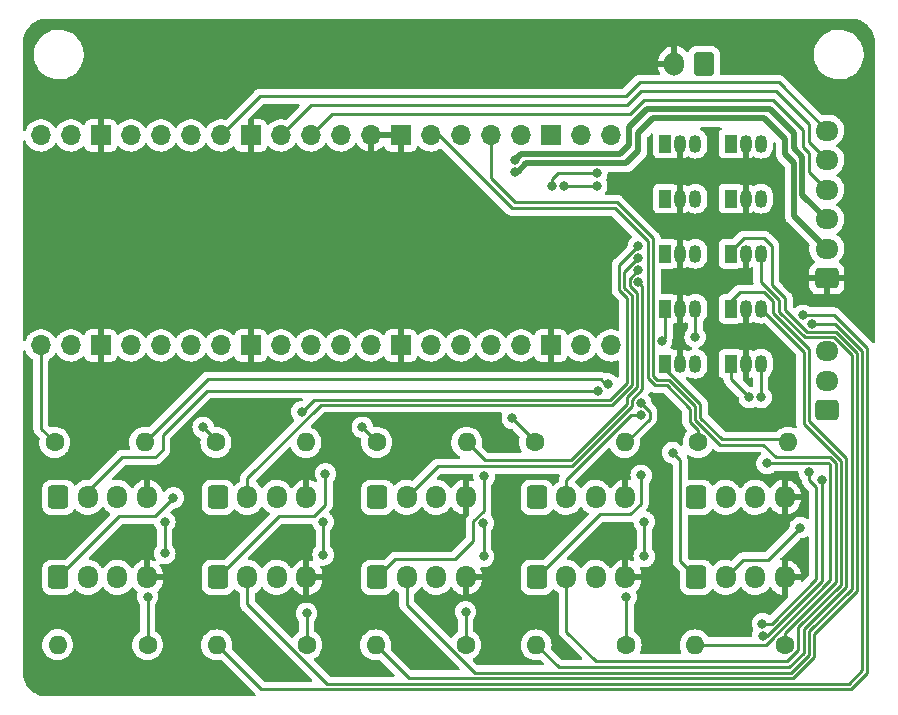
<source format=gbl>
%TF.GenerationSoftware,KiCad,Pcbnew,(6.0.8)*%
%TF.CreationDate,2023-01-23T02:10:56-07:00*%
%TF.ProjectId,PicoIO-THT,5069636f-494f-42d5-9448-542e6b696361,rev?*%
%TF.SameCoordinates,Original*%
%TF.FileFunction,Copper,L2,Bot*%
%TF.FilePolarity,Positive*%
%FSLAX46Y46*%
G04 Gerber Fmt 4.6, Leading zero omitted, Abs format (unit mm)*
G04 Created by KiCad (PCBNEW (6.0.8)) date 2023-01-23 02:10:56*
%MOMM*%
%LPD*%
G01*
G04 APERTURE LIST*
G04 Aperture macros list*
%AMRoundRect*
0 Rectangle with rounded corners*
0 $1 Rounding radius*
0 $2 $3 $4 $5 $6 $7 $8 $9 X,Y pos of 4 corners*
0 Add a 4 corners polygon primitive as box body*
4,1,4,$2,$3,$4,$5,$6,$7,$8,$9,$2,$3,0*
0 Add four circle primitives for the rounded corners*
1,1,$1+$1,$2,$3*
1,1,$1+$1,$4,$5*
1,1,$1+$1,$6,$7*
1,1,$1+$1,$8,$9*
0 Add four rect primitives between the rounded corners*
20,1,$1+$1,$2,$3,$4,$5,0*
20,1,$1+$1,$4,$5,$6,$7,0*
20,1,$1+$1,$6,$7,$8,$9,0*
20,1,$1+$1,$8,$9,$2,$3,0*%
G04 Aperture macros list end*
%TA.AperFunction,ComponentPad*%
%ADD10O,1.950000X1.700000*%
%TD*%
%TA.AperFunction,ComponentPad*%
%ADD11RoundRect,0.250000X0.725000X-0.600000X0.725000X0.600000X-0.725000X0.600000X-0.725000X-0.600000X0*%
%TD*%
%TA.AperFunction,ComponentPad*%
%ADD12O,1.700000X1.700000*%
%TD*%
%TA.AperFunction,ComponentPad*%
%ADD13R,1.700000X1.700000*%
%TD*%
%TA.AperFunction,ComponentPad*%
%ADD14RoundRect,0.250000X-0.600000X-0.725000X0.600000X-0.725000X0.600000X0.725000X-0.600000X0.725000X0*%
%TD*%
%TA.AperFunction,ComponentPad*%
%ADD15O,1.700000X1.950000*%
%TD*%
%TA.AperFunction,ComponentPad*%
%ADD16C,1.600000*%
%TD*%
%TA.AperFunction,ComponentPad*%
%ADD17O,1.600000X1.600000*%
%TD*%
%TA.AperFunction,ComponentPad*%
%ADD18O,1.050000X1.500000*%
%TD*%
%TA.AperFunction,ComponentPad*%
%ADD19R,1.050000X1.500000*%
%TD*%
%TA.AperFunction,ComponentPad*%
%ADD20RoundRect,0.250000X0.600000X0.750000X-0.600000X0.750000X-0.600000X-0.750000X0.600000X-0.750000X0*%
%TD*%
%TA.AperFunction,ComponentPad*%
%ADD21O,1.700000X2.000000*%
%TD*%
%TA.AperFunction,ViaPad*%
%ADD22C,0.800000*%
%TD*%
%TA.AperFunction,Conductor*%
%ADD23C,0.250000*%
%TD*%
%TA.AperFunction,Conductor*%
%ADD24C,0.500000*%
%TD*%
G04 APERTURE END LIST*
D10*
%TO.P,J11,3,Pin_3*%
%TO.N,SERVICE*%
X178523000Y-94143000D03*
%TO.P,J11,2,Pin_2*%
%TO.N,TEST*%
X178523000Y-96643000D03*
D11*
%TO.P,J11,1,Pin_1*%
%TO.N,GND*%
X178523000Y-99143000D03*
%TD*%
D12*
%TO.P,U1,40,VBUS*%
%TO.N,+5V*%
X111992000Y-75875000D03*
%TO.P,U1,39,VSYS*%
%TO.N,unconnected-(U1-Pad39)*%
X114532000Y-75875000D03*
D13*
%TO.P,U1,38,GND*%
%TO.N,GND*%
X117072000Y-75875000D03*
D12*
%TO.P,U1,37,3V3_EN*%
%TO.N,unconnected-(U1-Pad37)*%
X119612000Y-75875000D03*
%TO.P,U1,36,3V3*%
%TO.N,+3V3*%
X122152000Y-75875000D03*
%TO.P,U1,35,ADC_VREF*%
%TO.N,unconnected-(U1-Pad35)*%
X124692000Y-75875000D03*
%TO.P,U1,34,GPIO28_ADC2*%
%TO.N,GP28*%
X127232000Y-75875000D03*
D13*
%TO.P,U1,33,AGND*%
%TO.N,GND*%
X129772000Y-75875000D03*
D12*
%TO.P,U1,32,GPIO27_ADC1*%
%TO.N,GP27*%
X132312000Y-75875000D03*
%TO.P,U1,31,GPIO26_ADC0*%
%TO.N,GP26*%
X134852000Y-75875000D03*
%TO.P,U1,30,RUN*%
%TO.N,unconnected-(U1-Pad30)*%
X137392000Y-75875000D03*
%TO.P,U1,29,GPIO22*%
%TO.N,GND*%
X139932000Y-75875000D03*
D13*
%TO.P,U1,28,GND*%
X142472000Y-75875000D03*
D12*
%TO.P,U1,27,GPIO21*%
%TO.N,P1 DR LED*%
X145012000Y-75875000D03*
%TO.P,U1,26,GPIO20*%
%TO.N,P1 DR*%
X147552000Y-75875000D03*
%TO.P,U1,25,GPIO19*%
%TO.N,P2 DR LED*%
X150092000Y-75875000D03*
%TO.P,U1,24,GPIO18*%
%TO.N,P2 DR*%
X152632000Y-75875000D03*
D13*
%TO.P,U1,23,GND*%
%TO.N,GND*%
X155172000Y-75875000D03*
D12*
%TO.P,U1,22,GPIO17*%
%TO.N,TEST*%
X157712000Y-75875000D03*
%TO.P,U1,21,GPIO16*%
%TO.N,SERVICE*%
X160252000Y-75875000D03*
%TO.P,U1,20,GPIO15*%
%TO.N,P2 UR*%
X160252000Y-93655000D03*
%TO.P,U1,19,GPIO14*%
%TO.N,P2 UR LED*%
X157712000Y-93655000D03*
D13*
%TO.P,U1,18,GND*%
%TO.N,GND*%
X155172000Y-93655000D03*
D12*
%TO.P,U1,17,GPIO13*%
%TO.N,P1 UR*%
X152632000Y-93655000D03*
%TO.P,U1,16,GPIO12*%
%TO.N,P1 UR LED*%
X150092000Y-93655000D03*
%TO.P,U1,15,GPIO11*%
%TO.N,P2 CN*%
X147552000Y-93655000D03*
%TO.P,U1,14,GPIO10*%
%TO.N,P2 CN LED*%
X145012000Y-93655000D03*
D13*
%TO.P,U1,13,GND*%
%TO.N,GND*%
X142472000Y-93655000D03*
D12*
%TO.P,U1,12,GPIO9*%
%TO.N,P1 CN*%
X139932000Y-93655000D03*
%TO.P,U1,11,GPIO8*%
%TO.N,P1 CN LED*%
X137392000Y-93655000D03*
%TO.P,U1,10,GPIO7*%
%TO.N,P2 UL*%
X134852000Y-93655000D03*
%TO.P,U1,9,GPIO6*%
%TO.N,P2 UL LED*%
X132312000Y-93655000D03*
D13*
%TO.P,U1,8,GND*%
%TO.N,GND*%
X129772000Y-93655000D03*
D12*
%TO.P,U1,7,GPIO5*%
%TO.N,P1 UL*%
X127232000Y-93655000D03*
%TO.P,U1,6,GPIO4*%
%TO.N,P1 UL LED*%
X124692000Y-93655000D03*
%TO.P,U1,5,GPIO3*%
%TO.N,P2 DL*%
X122152000Y-93655000D03*
%TO.P,U1,4,GPIO2*%
%TO.N,P2 DL LED*%
X119612000Y-93655000D03*
D13*
%TO.P,U1,3,GND*%
%TO.N,GND*%
X117072000Y-93655000D03*
D12*
%TO.P,U1,2,GPIO1*%
%TO.N,P1 DL*%
X114532000Y-93655000D03*
%TO.P,U1,1,GPIO0*%
%TO.N,P1 DL LED*%
X111992000Y-93655000D03*
%TD*%
D14*
%TO.P,J5,1,Pin_1*%
%TO.N,P1 DR*%
X167480000Y-106508000D03*
D15*
%TO.P,J5,2,Pin_2*%
%TO.N,Net-(J5-Pad2)*%
X169980000Y-106508000D03*
%TO.P,J5,3,Pin_3*%
%TO.N,LED +*%
X172480000Y-106508000D03*
%TO.P,J5,4,Pin_4*%
%TO.N,GND*%
X174980000Y-106508000D03*
%TD*%
D16*
%TO.P,R1,1*%
%TO.N,P1 DL LED*%
X113157000Y-101850000D03*
D17*
%TO.P,R1,2*%
%TO.N,Net-(Q1-Pad1)*%
X120777000Y-101850000D03*
%TD*%
D14*
%TO.P,J10,1,Pin_1*%
%TO.N,P2 DR*%
X167480000Y-113283000D03*
D15*
%TO.P,J10,2,Pin_2*%
%TO.N,Net-(J10-Pad2)*%
X169980000Y-113283000D03*
%TO.P,J10,3,Pin_3*%
%TO.N,LED +*%
X172480000Y-113283000D03*
%TO.P,J10,4,Pin_4*%
%TO.N,GND*%
X174980000Y-113283000D03*
%TD*%
D14*
%TO.P,J6,1,Pin_1*%
%TO.N,P2 DL*%
X113480000Y-113283000D03*
D15*
%TO.P,J6,2,Pin_2*%
%TO.N,Net-(J6-Pad2)*%
X115980000Y-113283000D03*
%TO.P,J6,3,Pin_3*%
%TO.N,LED +*%
X118480000Y-113283000D03*
%TO.P,J6,4,Pin_4*%
%TO.N,GND*%
X120980000Y-113283000D03*
%TD*%
D18*
%TO.P,Q1,3,D*%
%TO.N,Net-(J1-Pad2)*%
X167400000Y-76560000D03*
%TO.P,Q1,2,S*%
%TO.N,GND*%
X166130000Y-76560000D03*
D19*
%TO.P,Q1,1,G*%
%TO.N,Net-(Q1-Pad1)*%
X164860000Y-76560000D03*
%TD*%
D18*
%TO.P,Q4,3,D*%
%TO.N,Net-(J4-Pad2)*%
X167400000Y-90540000D03*
%TO.P,Q4,2,S*%
%TO.N,GND*%
X166130000Y-90540000D03*
D19*
%TO.P,Q4,1,G*%
%TO.N,Net-(Q4-Pad1)*%
X164860000Y-90540000D03*
%TD*%
D14*
%TO.P,J7,1,Pin_1*%
%TO.N,P2 UL*%
X126980000Y-113283000D03*
D15*
%TO.P,J7,2,Pin_2*%
%TO.N,Net-(J7-Pad2)*%
X129480000Y-113283000D03*
%TO.P,J7,3,Pin_3*%
%TO.N,LED +*%
X131980000Y-113283000D03*
%TO.P,J7,4,Pin_4*%
%TO.N,GND*%
X134480000Y-113283000D03*
%TD*%
D14*
%TO.P,J3,1,Pin_1*%
%TO.N,P1 CN*%
X140480000Y-106508000D03*
D15*
%TO.P,J3,2,Pin_2*%
%TO.N,Net-(J3-Pad2)*%
X142980000Y-106508000D03*
%TO.P,J3,3,Pin_3*%
%TO.N,LED +*%
X145480000Y-106508000D03*
%TO.P,J3,4,Pin_4*%
%TO.N,GND*%
X147980000Y-106508000D03*
%TD*%
D14*
%TO.P,J4,1,Pin_1*%
%TO.N,P1 UR*%
X153980000Y-106508000D03*
D15*
%TO.P,J4,2,Pin_2*%
%TO.N,Net-(J4-Pad2)*%
X156480000Y-106508000D03*
%TO.P,J4,3,Pin_3*%
%TO.N,LED +*%
X158980000Y-106508000D03*
%TO.P,J4,4,Pin_4*%
%TO.N,GND*%
X161480000Y-106508000D03*
%TD*%
D14*
%TO.P,J1,1,Pin_1*%
%TO.N,P1 DL*%
X113480000Y-106508000D03*
D15*
%TO.P,J1,2,Pin_2*%
%TO.N,Net-(J1-Pad2)*%
X115980000Y-106508000D03*
%TO.P,J1,3,Pin_3*%
%TO.N,LED +*%
X118480000Y-106508000D03*
%TO.P,J1,4,Pin_4*%
%TO.N,GND*%
X120980000Y-106508000D03*
%TD*%
D19*
%TO.P,Q3,1,G*%
%TO.N,Net-(Q3-Pad1)*%
X164859000Y-85880000D03*
D18*
%TO.P,Q3,2,S*%
%TO.N,GND*%
X166129000Y-85880000D03*
%TO.P,Q3,3,D*%
%TO.N,Net-(J3-Pad2)*%
X167399000Y-85880000D03*
%TD*%
D19*
%TO.P,Q10,1,G*%
%TO.N,Net-(Q10-Pad1)*%
X170420000Y-95200000D03*
D18*
%TO.P,Q10,2,S*%
%TO.N,GND*%
X171690000Y-95200000D03*
%TO.P,Q10,3,D*%
%TO.N,Net-(J10-Pad2)*%
X172960000Y-95200000D03*
%TD*%
%TO.P,Q7,3,D*%
%TO.N,Net-(J7-Pad2)*%
X167400000Y-81220000D03*
%TO.P,Q7,2,S*%
%TO.N,GND*%
X166130000Y-81220000D03*
D19*
%TO.P,Q7,1,G*%
%TO.N,Net-(Q7-Pad1)*%
X164860000Y-81220000D03*
%TD*%
D10*
%TO.P,J12,6,Pin_6*%
%TO.N,GP28*%
X178540000Y-75467000D03*
%TO.P,J12,5,Pin_5*%
%TO.N,GP27*%
X178540000Y-77967000D03*
%TO.P,J12,4,Pin_4*%
%TO.N,GP26*%
X178540000Y-80467000D03*
%TO.P,J12,3,Pin_3*%
%TO.N,+3V3*%
X178540000Y-82967000D03*
%TO.P,J12,2,Pin_2*%
%TO.N,+5V*%
X178540000Y-85467000D03*
D11*
%TO.P,J12,1,Pin_1*%
%TO.N,GND*%
X178540000Y-87967000D03*
%TD*%
D18*
%TO.P,Q8,3,D*%
%TO.N,Net-(J8-Pad2)*%
X172960000Y-85880000D03*
%TO.P,Q8,2,S*%
%TO.N,GND*%
X171690000Y-85880000D03*
D19*
%TO.P,Q8,1,G*%
%TO.N,Net-(Q8-Pad1)*%
X170420000Y-85880000D03*
%TD*%
D14*
%TO.P,J2,1,Pin_1*%
%TO.N,P1 UL*%
X126980000Y-106508000D03*
D15*
%TO.P,J2,2,Pin_2*%
%TO.N,Net-(J2-Pad2)*%
X129480000Y-106508000D03*
%TO.P,J2,3,Pin_3*%
%TO.N,LED +*%
X131980000Y-106508000D03*
%TO.P,J2,4,Pin_4*%
%TO.N,GND*%
X134480000Y-106508000D03*
%TD*%
D17*
%TO.P,R10,2*%
%TO.N,Net-(Q10-Pad1)*%
X167386000Y-118999000D03*
D16*
%TO.P,R10,1*%
%TO.N,P2 DR LED*%
X175006000Y-118999000D03*
%TD*%
D19*
%TO.P,Q6,1,G*%
%TO.N,Net-(Q6-Pad1)*%
X170420000Y-76560000D03*
D18*
%TO.P,Q6,2,S*%
%TO.N,GND*%
X171690000Y-76560000D03*
%TO.P,Q6,3,D*%
%TO.N,Net-(J6-Pad2)*%
X172960000Y-76560000D03*
%TD*%
D17*
%TO.P,R9,2*%
%TO.N,Net-(Q9-Pad1)*%
X153924000Y-118999000D03*
D16*
%TO.P,R9,1*%
%TO.N,P2 UR LED*%
X161544000Y-118999000D03*
%TD*%
D17*
%TO.P,R6,2*%
%TO.N,Net-(Q6-Pad1)*%
X113410000Y-118990000D03*
D16*
%TO.P,R6,1*%
%TO.N,P2 DL LED*%
X121030000Y-118990000D03*
%TD*%
%TO.P,R7,1*%
%TO.N,P2 UL LED*%
X134500000Y-118999000D03*
D17*
%TO.P,R7,2*%
%TO.N,Net-(Q7-Pad1)*%
X126880000Y-118999000D03*
%TD*%
%TO.P,R3,2*%
%TO.N,Net-(Q3-Pad1)*%
X148045000Y-101850000D03*
D16*
%TO.P,R3,1*%
%TO.N,P1 CN LED*%
X140425000Y-101850000D03*
%TD*%
D19*
%TO.P,Q5,1,G*%
%TO.N,Net-(Q5-Pad1)*%
X164859000Y-95200000D03*
D18*
%TO.P,Q5,2,S*%
%TO.N,GND*%
X166129000Y-95200000D03*
%TO.P,Q5,3,D*%
%TO.N,Net-(J5-Pad2)*%
X167399000Y-95200000D03*
%TD*%
D14*
%TO.P,J9,1,Pin_1*%
%TO.N,P2 UR*%
X153980000Y-113283000D03*
D15*
%TO.P,J9,2,Pin_2*%
%TO.N,Net-(J9-Pad2)*%
X156480000Y-113283000D03*
%TO.P,J9,3,Pin_3*%
%TO.N,LED +*%
X158980000Y-113283000D03*
%TO.P,J9,4,Pin_4*%
%TO.N,GND*%
X161480000Y-113283000D03*
%TD*%
D19*
%TO.P,Q2,1,G*%
%TO.N,Net-(Q2-Pad1)*%
X170420000Y-81220000D03*
D18*
%TO.P,Q2,2,S*%
%TO.N,GND*%
X171690000Y-81220000D03*
%TO.P,Q2,3,D*%
%TO.N,Net-(J2-Pad2)*%
X172960000Y-81220000D03*
%TD*%
D17*
%TO.P,R2,2*%
%TO.N,Net-(Q2-Pad1)*%
X134435000Y-101850000D03*
D16*
%TO.P,R2,1*%
%TO.N,P1 UL LED*%
X126815000Y-101850000D03*
%TD*%
%TO.P,R4,1*%
%TO.N,P1 UR LED*%
X153790000Y-101850000D03*
D17*
%TO.P,R4,2*%
%TO.N,Net-(Q4-Pad1)*%
X161410000Y-101850000D03*
%TD*%
D16*
%TO.P,R5,1*%
%TO.N,P1 DR LED*%
X167640000Y-101850000D03*
D17*
%TO.P,R5,2*%
%TO.N,Net-(Q5-Pad1)*%
X175260000Y-101850000D03*
%TD*%
D20*
%TO.P,J14,1,Pin_1*%
%TO.N,LED +*%
X168126000Y-69796000D03*
D21*
%TO.P,J14,2,Pin_2*%
%TO.N,GND*%
X165626000Y-69796000D03*
%TD*%
D14*
%TO.P,J8,1,Pin_1*%
%TO.N,P2 CN*%
X140480000Y-113283000D03*
D15*
%TO.P,J8,2,Pin_2*%
%TO.N,Net-(J8-Pad2)*%
X142980000Y-113283000D03*
%TO.P,J8,3,Pin_3*%
%TO.N,LED +*%
X145480000Y-113283000D03*
%TO.P,J8,4,Pin_4*%
%TO.N,GND*%
X147980000Y-113283000D03*
%TD*%
D16*
%TO.P,R8,1*%
%TO.N,P2 CN LED*%
X147955000Y-118999000D03*
D17*
%TO.P,R8,2*%
%TO.N,Net-(Q8-Pad1)*%
X140335000Y-118999000D03*
%TD*%
D19*
%TO.P,Q9,1,G*%
%TO.N,Net-(Q9-Pad1)*%
X170421800Y-90540000D03*
D18*
%TO.P,Q9,2,S*%
%TO.N,GND*%
X171691800Y-90540000D03*
%TO.P,Q9,3,D*%
%TO.N,Net-(J9-Pad2)*%
X172961800Y-90540000D03*
%TD*%
D22*
%TO.N,Net-(J1-Pad2)*%
X159198800Y-97476800D03*
%TO.N,Net-(Q1-Pad1)*%
X160018237Y-96904502D03*
%TO.N,Net-(J1-Pad2)*%
X156255500Y-80137000D03*
%TO.N,Net-(Q1-Pad1)*%
X155255997Y-80137000D03*
%TO.N,Net-(J1-Pad2)*%
X159054500Y-80137000D03*
%TO.N,Net-(Q1-Pad1)*%
X159054500Y-79081500D03*
%TO.N,Net-(J6-Pad2)*%
X173091051Y-117213752D03*
%TO.N,Net-(Q6-Pad1)*%
X173116051Y-118213351D03*
X178106501Y-105080913D03*
%TO.N,Net-(J6-Pad2)*%
X177038000Y-104356500D03*
%TO.N,Net-(Q7-Pad1)*%
X176530000Y-91097232D03*
%TO.N,Net-(J7-Pad2)*%
X177292000Y-91793500D03*
%TO.N,Net-(Q2-Pad1)*%
X134084854Y-99271354D03*
%TO.N,Net-(Q3-Pad1)*%
X162574833Y-87286751D03*
%TO.N,Net-(J2-Pad2)*%
X162572632Y-86264354D03*
%TO.N,Net-(Q2-Pad1)*%
X162560500Y-85251887D03*
%TO.N,Net-(J3-Pad2)*%
X162579773Y-88306409D03*
%TO.N,P1 UL LED*%
X125730000Y-100584000D03*
%TO.N,P1 CN LED*%
X139207500Y-100584000D03*
%TO.N,P1 UR LED*%
X151907500Y-99822000D03*
%TO.N,Net-(Q4-Pad1)*%
X164554500Y-93255500D03*
X162790950Y-98528950D03*
%TO.N,Net-(J4-Pad2)*%
X162799550Y-99544950D03*
X167386000Y-92926500D03*
%TO.N,Net-(Q10-Pad1)*%
X173477701Y-103636299D03*
X171974497Y-98044000D03*
%TO.N,Net-(J10-Pad2)*%
X176276000Y-109083500D03*
X172974000Y-98044000D03*
%TO.N,P2 DL*%
X123204500Y-106553000D03*
%TO.N,P2 DL LED*%
X121031000Y-114935000D03*
X122480000Y-108585000D03*
X122480000Y-111252000D03*
%TO.N,P2 UL*%
X136086299Y-104514701D03*
%TO.N,P2 UL LED*%
X135890000Y-111379000D03*
X135880000Y-108585000D03*
X134493000Y-116332000D03*
%TO.N,P2 CN*%
X149512799Y-104741201D03*
%TO.N,P2 CN LED*%
X149467424Y-108700424D03*
X147955000Y-116205000D03*
X149479000Y-111506000D03*
%TO.N,P2 UR*%
X162816799Y-104645201D03*
%TO.N,P2 UR LED*%
X163080000Y-111506000D03*
X163080000Y-108585000D03*
X161544000Y-114935000D03*
%TO.N,P2 DR*%
X165480000Y-102733000D03*
%TO.N,+3V3*%
X152146000Y-77940500D03*
%TO.N,+5V*%
X152146000Y-78940003D03*
%TD*%
D23*
%TO.N,P1 UL LED*%
X126815000Y-101669000D02*
X125730000Y-100584000D01*
X126815000Y-101850000D02*
X126815000Y-101669000D01*
%TO.N,Net-(Q2-Pad1)*%
X160156407Y-98229000D02*
X161580000Y-96805407D01*
X161580000Y-96805407D02*
X161580000Y-89604733D01*
X135127208Y-98229000D02*
X160156407Y-98229000D01*
X134084854Y-99271354D02*
X135127208Y-98229000D01*
X160954773Y-88979506D02*
X160954773Y-86857614D01*
X161580000Y-89604733D02*
X160954773Y-88979506D01*
X160954773Y-86857614D02*
X162560500Y-85251887D01*
%TO.N,Net-(J2-Pad2)*%
X129480000Y-104900806D02*
X129480000Y-106508000D01*
X160342803Y-98679000D02*
X135701806Y-98679000D01*
X162030000Y-89418337D02*
X162030000Y-96991803D01*
X161404773Y-88793110D02*
X162030000Y-89418337D01*
X161404773Y-87432213D02*
X161404773Y-88793110D01*
X162030000Y-96991803D02*
X160342803Y-98679000D01*
X162572632Y-86264354D02*
X161404773Y-87432213D01*
X135701806Y-98679000D02*
X129480000Y-104900806D01*
%TO.N,Net-(Q3-Pad1)*%
X149573000Y-103378000D02*
X148045000Y-101850000D01*
X161615950Y-98042249D02*
X161615950Y-98604258D01*
X161615950Y-98604258D02*
X156842208Y-103378000D01*
X162480000Y-89231941D02*
X162480000Y-97178199D01*
X161854773Y-88006811D02*
X161854773Y-88606714D01*
X162574833Y-87286751D02*
X161854773Y-88006811D01*
X161854773Y-88606714D02*
X162480000Y-89231941D01*
X162480000Y-97178199D02*
X161615950Y-98042249D01*
X156842208Y-103378000D02*
X149573000Y-103378000D01*
%TO.N,P1 CN LED*%
X140330000Y-101706500D02*
X139207500Y-100584000D01*
%TO.N,Net-(Q1-Pad1)*%
X126107000Y-96520000D02*
X120777000Y-101850000D01*
X159769502Y-96904502D02*
X159385000Y-96520000D01*
X160018237Y-96904502D02*
X159769502Y-96904502D01*
X159385000Y-96520000D02*
X126107000Y-96520000D01*
%TO.N,P1 DL LED*%
X111992000Y-100685000D02*
X113157000Y-101850000D01*
X111992000Y-93655000D02*
X111992000Y-100685000D01*
%TO.N,P1 DR LED*%
X145725000Y-75875000D02*
X145012000Y-75875000D01*
X151892000Y-82042000D02*
X145725000Y-75875000D01*
X160590802Y-82042000D02*
X151892000Y-82042000D01*
X163380000Y-84831198D02*
X160590802Y-82042000D01*
X164971604Y-97028000D02*
X163977802Y-97028000D01*
X166936000Y-98992396D02*
X164971604Y-97028000D01*
X166936000Y-100135396D02*
X166936000Y-98992396D01*
X167640000Y-100839396D02*
X166936000Y-100135396D01*
X167640000Y-101596000D02*
X167640000Y-100839396D01*
X163380000Y-96430198D02*
X163380000Y-84831198D01*
X163977802Y-97028000D02*
X163380000Y-96430198D01*
%TO.N,Net-(Q5-Pad1)*%
X169673396Y-101600000D02*
X175010000Y-101600000D01*
X167836000Y-99762604D02*
X169673396Y-101600000D01*
X167836000Y-98619604D02*
X167836000Y-99762604D01*
X165344396Y-96128000D02*
X167836000Y-98619604D01*
X175010000Y-101600000D02*
X175260000Y-101850000D01*
X165343000Y-96128000D02*
X165344396Y-96128000D01*
X164859000Y-95644000D02*
X165343000Y-96128000D01*
X164859000Y-95200000D02*
X164859000Y-95644000D01*
%TO.N,Net-(J10-Pad2)*%
X173548700Y-111810800D02*
X171452200Y-111810800D01*
X176276000Y-109083500D02*
X173548700Y-111810800D01*
X171452200Y-111810800D02*
X169980000Y-113283000D01*
%TO.N,Net-(Q1-Pad1)*%
X155255997Y-79567003D02*
X155255997Y-80137000D01*
X155741500Y-79081500D02*
X155255997Y-79567003D01*
X159054500Y-79081500D02*
X155741500Y-79081500D01*
%TO.N,P2 UR LED*%
X163080000Y-111506000D02*
X163080000Y-108585000D01*
%TO.N,P2 CN LED*%
X149479000Y-108712000D02*
X149479000Y-111506000D01*
X149467424Y-108700424D02*
X149479000Y-108712000D01*
%TO.N,P2 CN*%
X148590000Y-110236000D02*
X147066000Y-111760000D01*
X147066000Y-111760000D02*
X142003000Y-111760000D01*
X142003000Y-111760000D02*
X140480000Y-113283000D01*
X148590000Y-108553250D02*
X148590000Y-110236000D01*
X149512799Y-107630451D02*
X148590000Y-108553250D01*
X149512799Y-104741201D02*
X149512799Y-107630451D01*
%TO.N,P2 UL LED*%
X135880000Y-111369000D02*
X135880000Y-108585000D01*
X135890000Y-111379000D02*
X135880000Y-111369000D01*
%TO.N,P2 DL LED*%
X122480000Y-111252000D02*
X122480000Y-108585000D01*
%TO.N,Net-(J1-Pad2)*%
X118872000Y-103124000D02*
X115980000Y-106016000D01*
X121666000Y-103124000D02*
X118872000Y-103124000D01*
X122301000Y-101215396D02*
X122301000Y-102489000D01*
X126039596Y-97476800D02*
X122301000Y-101215396D01*
X122301000Y-102489000D02*
X121666000Y-103124000D01*
X159198800Y-97476800D02*
X126039596Y-97476800D01*
X115980000Y-106016000D02*
X115980000Y-106508000D01*
%TO.N,P2 DL*%
X118630000Y-108133000D02*
X113480000Y-113283000D01*
X121624500Y-108133000D02*
X118630000Y-108133000D01*
X123204500Y-106553000D02*
X121624500Y-108133000D01*
%TO.N,Net-(J1-Pad2)*%
X159054500Y-80137000D02*
X156255500Y-80137000D01*
D24*
%TO.N,+5V*%
X175763000Y-82690000D02*
X178540000Y-85467000D01*
X175763000Y-78227000D02*
X175763000Y-82690000D01*
X175006000Y-77470000D02*
X175763000Y-78227000D01*
X175006000Y-76200000D02*
X175006000Y-77470000D01*
X162560000Y-75692000D02*
X163830000Y-74422000D01*
X163830000Y-74422000D02*
X173228000Y-74422000D01*
X173228000Y-74422000D02*
X175006000Y-76200000D01*
X161544000Y-78232000D02*
X162560000Y-77216000D01*
X153056582Y-78232000D02*
X161544000Y-78232000D01*
X152348579Y-78940003D02*
X153056582Y-78232000D01*
X162560000Y-77216000D02*
X162560000Y-75692000D01*
X152146000Y-78940003D02*
X152348579Y-78940003D01*
%TO.N,+3V3*%
X176463000Y-80890000D02*
X178540000Y-82967000D01*
X175768000Y-76962000D02*
X176463000Y-77657000D01*
X175768000Y-75692000D02*
X175768000Y-76962000D01*
X173736000Y-73660000D02*
X175768000Y-75692000D01*
X176463000Y-77657000D02*
X176463000Y-80890000D01*
X161798000Y-76708000D02*
X161798000Y-75184000D01*
X161036000Y-77470000D02*
X161798000Y-76708000D01*
X163322000Y-73660000D02*
X173736000Y-73660000D01*
X152616500Y-77470000D02*
X161036000Y-77470000D01*
X161798000Y-75184000D02*
X163322000Y-73660000D01*
X152146000Y-77940500D02*
X152616500Y-77470000D01*
D23*
%TO.N,P2 UL LED*%
X134500000Y-116339000D02*
X134500000Y-118999000D01*
X134493000Y-116332000D02*
X134500000Y-116339000D01*
%TO.N,P2 CN LED*%
X147955000Y-116205000D02*
X147955000Y-118999000D01*
%TO.N,Net-(J6-Pad2)*%
X177038000Y-105037717D02*
X177038000Y-104356500D01*
X177656501Y-113424707D02*
X177656501Y-105656218D01*
X177656501Y-105656218D02*
X177038000Y-105037717D01*
X173091051Y-117213752D02*
X173867456Y-117213752D01*
X173867456Y-117213752D02*
X177656501Y-113424707D01*
%TO.N,Net-(Q6-Pad1)*%
X178106501Y-113611103D02*
X178106501Y-105080913D01*
X173504253Y-118213351D02*
X178106501Y-113611103D01*
X173116051Y-118213351D02*
X173504253Y-118213351D01*
%TO.N,Net-(Q10-Pad1)*%
X178831001Y-103778189D02*
X178831001Y-113522999D01*
X173355000Y-118999000D02*
X167386000Y-118999000D01*
X178684812Y-103632000D02*
X178831001Y-103778189D01*
X173482000Y-103632000D02*
X178684812Y-103632000D01*
X173477701Y-103636299D02*
X173482000Y-103632000D01*
X178831001Y-113522999D02*
X173355000Y-118999000D01*
%TO.N,P2 DR LED*%
X152146000Y-81534000D02*
X150092000Y-79480000D01*
X160782000Y-81534000D02*
X152146000Y-81534000D01*
X163830000Y-84582000D02*
X160782000Y-81534000D01*
X163830000Y-96243802D02*
X163830000Y-84582000D01*
X164164198Y-96578000D02*
X163830000Y-96243802D01*
X165158000Y-96578000D02*
X164164198Y-96578000D01*
X167386000Y-98806000D02*
X165158000Y-96578000D01*
X167386000Y-99949000D02*
X167386000Y-98806000D01*
X169487000Y-102050000D02*
X167386000Y-99949000D01*
X179281001Y-103591793D02*
X178813208Y-103124000D01*
X178813208Y-103124000D02*
X174244000Y-103124000D01*
X150092000Y-79480000D02*
X150092000Y-75875000D01*
X174244000Y-103124000D02*
X173170000Y-102050000D01*
X173170000Y-102050000D02*
X169487000Y-102050000D01*
X179281001Y-113709395D02*
X179281001Y-103591793D01*
X175006000Y-118999000D02*
X175006000Y-117984396D01*
X175006000Y-117984396D02*
X179281001Y-113709395D01*
%TO.N,Net-(J9-Pad2)*%
X156480000Y-117872000D02*
X156480000Y-113283000D01*
X159004000Y-120396000D02*
X156480000Y-117872000D01*
X175199991Y-120396000D02*
X159004000Y-120396000D01*
X176131000Y-117495792D02*
X176131000Y-119464991D01*
X179731001Y-113895791D02*
X176131000Y-117495792D01*
X179731001Y-103405397D02*
X179731001Y-113895791D01*
X176588000Y-100262396D02*
X179731001Y-103405397D01*
X176588000Y-94166200D02*
X176588000Y-100262396D01*
X172961800Y-90540000D02*
X176588000Y-94166200D01*
X176131000Y-119464991D02*
X175199991Y-120396000D01*
%TO.N,Net-(Q9-Pad1)*%
X155829000Y-120904000D02*
X153924000Y-118999000D01*
X175328387Y-120904000D02*
X155829000Y-120904000D01*
X176581000Y-119651387D02*
X175328387Y-120904000D01*
X176581000Y-117682188D02*
X176581000Y-119651387D01*
X180181001Y-114082187D02*
X176581000Y-117682188D01*
X180181001Y-103219001D02*
X180181001Y-114082187D01*
X177038000Y-100076000D02*
X180181001Y-103219001D01*
X177038000Y-93979804D02*
X177038000Y-100076000D01*
X173990000Y-90931804D02*
X177038000Y-93979804D01*
X171169359Y-89154000D02*
X173226604Y-89154000D01*
X173226604Y-89154000D02*
X173990000Y-89917396D01*
X170421800Y-89901559D02*
X171169359Y-89154000D01*
X173990000Y-89917396D02*
X173990000Y-90931804D01*
X170421800Y-90540000D02*
X170421800Y-89901559D01*
%TO.N,Net-(J8-Pad2)*%
X148719009Y-121354000D02*
X142980000Y-115614991D01*
X175514783Y-121354000D02*
X148719009Y-121354000D01*
X177031000Y-119837783D02*
X175514783Y-121354000D01*
X177031000Y-117868584D02*
X177031000Y-119837783D01*
X179134701Y-92968000D02*
X180631001Y-94464300D01*
X174498000Y-89789000D02*
X174498000Y-90803408D01*
X180631001Y-114268583D02*
X177031000Y-117868584D01*
X172960000Y-88251000D02*
X174498000Y-89789000D01*
X142980000Y-115614991D02*
X142980000Y-113283000D01*
X180631001Y-94464300D02*
X180631001Y-114268583D01*
X172960000Y-85880000D02*
X172960000Y-88251000D01*
X174498000Y-90803408D02*
X176662592Y-92968000D01*
X176662592Y-92968000D02*
X179134701Y-92968000D01*
%TO.N,Net-(Q8-Pad1)*%
X143140000Y-121804000D02*
X140335000Y-118999000D01*
X175701179Y-121804000D02*
X143140000Y-121804000D01*
X177481000Y-120024179D02*
X175701179Y-121804000D01*
X177481000Y-118054980D02*
X177481000Y-120024179D01*
X181081001Y-114454979D02*
X177481000Y-118054980D01*
X181081001Y-94277904D02*
X181081001Y-114454979D01*
X176848988Y-92518000D02*
X179321097Y-92518000D01*
X175006000Y-89660604D02*
X175006000Y-90675012D01*
X173863000Y-85217000D02*
X173863000Y-88517604D01*
X179321097Y-92518000D02*
X181081001Y-94277904D01*
X171493000Y-84582000D02*
X173228000Y-84582000D01*
X173863000Y-88517604D02*
X175006000Y-89660604D01*
X170420000Y-85655000D02*
X171493000Y-84582000D01*
X175006000Y-90675012D02*
X176848988Y-92518000D01*
X170420000Y-85880000D02*
X170420000Y-85655000D01*
X173228000Y-84582000D02*
X173863000Y-85217000D01*
%TO.N,Net-(J7-Pad2)*%
X136228061Y-122318052D02*
X129480000Y-115569991D01*
X181531001Y-121161124D02*
X180374073Y-122318052D01*
X181531001Y-94091508D02*
X181531001Y-121161124D01*
X129480000Y-115569991D02*
X129480000Y-113283000D01*
X179232993Y-91793500D02*
X181531001Y-94091508D01*
X180374073Y-122318052D02*
X136228061Y-122318052D01*
X177292000Y-91793500D02*
X179232993Y-91793500D01*
%TO.N,Net-(Q7-Pad1)*%
X130649052Y-122768052D02*
X126880000Y-118999000D01*
X180560469Y-122768052D02*
X130649052Y-122768052D01*
X181981001Y-93905112D02*
X181981001Y-121347520D01*
X179144389Y-91068500D02*
X181981001Y-93905112D01*
X181981001Y-121347520D02*
X180560469Y-122768052D01*
X176558732Y-91068500D02*
X179144389Y-91068500D01*
X176530000Y-91097232D02*
X176558732Y-91068500D01*
%TO.N,Net-(J3-Pad2)*%
X145602000Y-103886000D02*
X142980000Y-106508000D01*
X156970604Y-103886000D02*
X145602000Y-103886000D01*
X162065950Y-98790654D02*
X156970604Y-103886000D01*
X162930000Y-88656636D02*
X162930000Y-97364595D01*
X162579773Y-88306409D02*
X162930000Y-88656636D01*
X162930000Y-97364595D02*
X162065950Y-98228645D01*
X162065950Y-98228645D02*
X162065950Y-98790654D01*
%TO.N,P2 UL*%
X132130000Y-108133000D02*
X126980000Y-113283000D01*
X136086299Y-104514701D02*
X136086299Y-107126701D01*
X136086299Y-107126701D02*
X135080000Y-108133000D01*
X135080000Y-108133000D02*
X132130000Y-108133000D01*
%TO.N,P2 DL LED*%
X121031000Y-114935000D02*
X121030000Y-114936000D01*
X121030000Y-114936000D02*
X121030000Y-118990000D01*
%TO.N,P2 UR LED*%
X161544000Y-114935000D02*
X161544000Y-118999000D01*
%TO.N,Net-(J4-Pad2)*%
X156480000Y-105013000D02*
X156480000Y-106508000D01*
X161948050Y-99544950D02*
X156480000Y-105013000D01*
X162799550Y-99544950D02*
X161948050Y-99544950D01*
%TO.N,P1 UR LED*%
X153790000Y-101850000D02*
X153790000Y-101704500D01*
X153790000Y-101704500D02*
X151907500Y-99822000D01*
%TO.N,Net-(Q4-Pad1)*%
X163524550Y-99845255D02*
X161519805Y-101850000D01*
X163524550Y-99244645D02*
X163524550Y-99845255D01*
X162808855Y-98528950D02*
X163524550Y-99244645D01*
X162790950Y-98528950D02*
X162808855Y-98528950D01*
X161519805Y-101850000D02*
X161410000Y-101850000D01*
%TO.N,P2 UR*%
X159313000Y-107950000D02*
X153980000Y-113283000D01*
X162816799Y-104645201D02*
X162814000Y-104648000D01*
X161903500Y-107950000D02*
X159313000Y-107950000D01*
X162814000Y-107039500D02*
X161903500Y-107950000D01*
X162814000Y-104648000D02*
X162814000Y-107039500D01*
%TO.N,P2 DR*%
X166116000Y-111919000D02*
X167480000Y-113283000D01*
X166116000Y-103369000D02*
X166116000Y-111919000D01*
X165480000Y-102733000D02*
X166116000Y-103369000D01*
%TO.N,Net-(Q4-Pad1)*%
X164860000Y-92950000D02*
X164554500Y-93255500D01*
X164860000Y-90540000D02*
X164860000Y-92950000D01*
%TO.N,Net-(J4-Pad2)*%
X167400000Y-90765000D02*
X167400000Y-90540000D01*
X167386000Y-90779000D02*
X167400000Y-90765000D01*
X167386000Y-92926500D02*
X167386000Y-90779000D01*
%TO.N,GP26*%
X177038000Y-78965000D02*
X178540000Y-80467000D01*
X176530000Y-76835000D02*
X177038000Y-77343000D01*
X177038000Y-77343000D02*
X177038000Y-78965000D01*
X176530000Y-75438000D02*
X176530000Y-76835000D01*
X161869000Y-74097000D02*
X163068000Y-72898000D01*
X136630000Y-74097000D02*
X161869000Y-74097000D01*
X134852000Y-75875000D02*
X136630000Y-74097000D01*
X173990000Y-72898000D02*
X176530000Y-75438000D01*
X163068000Y-72898000D02*
X173990000Y-72898000D01*
%TO.N,Net-(Q10-Pad1)*%
X170421800Y-96491303D02*
X171974497Y-98044000D01*
X170421800Y-95196400D02*
X170421800Y-96491303D01*
%TO.N,Net-(J10-Pad2)*%
X172961800Y-98031800D02*
X172974000Y-98044000D01*
X172961800Y-95196400D02*
X172961800Y-98031800D01*
%TO.N,GP27*%
X177038000Y-74930000D02*
X177038000Y-76465000D01*
X177038000Y-76465000D02*
X178540000Y-77967000D01*
X174244000Y-72136000D02*
X177038000Y-74930000D01*
X161615000Y-73335000D02*
X162814000Y-72136000D01*
X162814000Y-72136000D02*
X174244000Y-72136000D01*
X132312000Y-75875000D02*
X134852000Y-73335000D01*
X134852000Y-73335000D02*
X161615000Y-73335000D01*
%TO.N,GP28*%
X162721000Y-71374000D02*
X174447000Y-71374000D01*
X174447000Y-71374000D02*
X178540000Y-75467000D01*
X130534000Y-72573000D02*
X161522000Y-72573000D01*
X161522000Y-72573000D02*
X162721000Y-71374000D01*
X127232000Y-75875000D02*
X130534000Y-72573000D01*
%TD*%
%TA.AperFunction,Conductor*%
%TO.N,GND*%
G36*
X180542018Y-65971000D02*
G01*
X180556851Y-65973310D01*
X180556855Y-65973310D01*
X180565724Y-65974691D01*
X180574626Y-65973527D01*
X180574629Y-65973527D01*
X180582012Y-65972561D01*
X180606591Y-65971767D01*
X180633442Y-65973527D01*
X180828922Y-65986340D01*
X180845262Y-65988491D01*
X180967477Y-66012801D01*
X181089696Y-66037112D01*
X181105606Y-66041375D01*
X181341600Y-66121484D01*
X181356826Y-66127791D01*
X181580342Y-66238016D01*
X181594616Y-66246257D01*
X181801829Y-66384713D01*
X181814905Y-66394746D01*
X182002278Y-66559068D01*
X182013932Y-66570722D01*
X182178254Y-66758095D01*
X182188287Y-66771171D01*
X182326743Y-66978384D01*
X182334984Y-66992658D01*
X182445209Y-67216174D01*
X182451515Y-67231398D01*
X182531625Y-67467394D01*
X182535889Y-67483307D01*
X182584509Y-67727738D01*
X182586660Y-67744078D01*
X182600763Y-67959236D01*
X182599733Y-67982350D01*
X182599690Y-67985854D01*
X182598309Y-67994724D01*
X182599473Y-68003626D01*
X182599473Y-68003628D01*
X182602436Y-68026283D01*
X182603500Y-68042621D01*
X182603500Y-93327516D01*
X182583498Y-93395637D01*
X182529842Y-93442130D01*
X182459568Y-93452234D01*
X182394988Y-93422740D01*
X182388405Y-93416611D01*
X179648041Y-90676247D01*
X179640501Y-90667961D01*
X179636389Y-90661482D01*
X179586737Y-90614856D01*
X179583896Y-90612102D01*
X179564159Y-90592365D01*
X179560962Y-90589885D01*
X179551940Y-90582180D01*
X179525489Y-90557341D01*
X179519710Y-90551914D01*
X179512764Y-90548095D01*
X179512761Y-90548093D01*
X179501955Y-90542152D01*
X179485436Y-90531301D01*
X179484972Y-90530941D01*
X179469430Y-90518886D01*
X179462161Y-90515741D01*
X179462157Y-90515738D01*
X179428852Y-90501326D01*
X179418202Y-90496109D01*
X179379449Y-90474805D01*
X179359826Y-90469767D01*
X179341123Y-90463363D01*
X179329809Y-90458467D01*
X179329808Y-90458467D01*
X179322534Y-90455319D01*
X179314711Y-90454080D01*
X179314701Y-90454077D01*
X179278865Y-90448401D01*
X179267245Y-90445995D01*
X179232100Y-90436972D01*
X179232099Y-90436972D01*
X179224419Y-90435000D01*
X179204165Y-90435000D01*
X179184454Y-90433449D01*
X179172275Y-90431520D01*
X179164446Y-90430280D01*
X179156554Y-90431026D01*
X179120428Y-90434441D01*
X179108570Y-90435000D01*
X177205088Y-90435000D01*
X177136967Y-90414998D01*
X177131027Y-90410936D01*
X176992094Y-90309995D01*
X176992093Y-90309994D01*
X176986752Y-90306114D01*
X176980724Y-90303430D01*
X176980722Y-90303429D01*
X176818319Y-90231123D01*
X176818318Y-90231123D01*
X176812288Y-90228438D01*
X176718887Y-90208585D01*
X176631944Y-90190104D01*
X176631939Y-90190104D01*
X176625487Y-90188732D01*
X176434513Y-90188732D01*
X176428061Y-90190104D01*
X176428056Y-90190104D01*
X176341113Y-90208585D01*
X176247712Y-90228438D01*
X176241682Y-90231123D01*
X176241681Y-90231123D01*
X176079278Y-90303429D01*
X176079276Y-90303430D01*
X176073248Y-90306114D01*
X175918747Y-90418366D01*
X175878012Y-90463607D01*
X175817569Y-90500845D01*
X175746585Y-90499494D01*
X175695283Y-90468390D01*
X175676405Y-90449512D01*
X175642379Y-90387200D01*
X175639500Y-90360417D01*
X175639500Y-89739371D01*
X175640027Y-89728188D01*
X175641702Y-89720695D01*
X175639562Y-89652618D01*
X175639500Y-89648659D01*
X175639500Y-89620748D01*
X175638995Y-89616748D01*
X175638062Y-89604905D01*
X175636922Y-89568633D01*
X175636673Y-89560714D01*
X175631022Y-89541262D01*
X175627014Y-89521910D01*
X175625467Y-89509667D01*
X175624474Y-89501807D01*
X175621556Y-89494436D01*
X175608200Y-89460701D01*
X175604355Y-89449474D01*
X175602521Y-89443162D01*
X175592018Y-89407011D01*
X175583261Y-89392203D01*
X175581707Y-89389576D01*
X175573012Y-89371828D01*
X175565552Y-89352987D01*
X175553381Y-89336234D01*
X175539564Y-89317217D01*
X175533048Y-89307297D01*
X175514580Y-89276069D01*
X175514578Y-89276066D01*
X175510542Y-89269242D01*
X175496221Y-89254921D01*
X175483380Y-89239887D01*
X175476131Y-89229910D01*
X175471472Y-89223497D01*
X175465368Y-89218447D01*
X175465363Y-89218442D01*
X175437402Y-89195311D01*
X175428621Y-89187321D01*
X174855396Y-88614095D01*
X177057001Y-88614095D01*
X177057338Y-88620614D01*
X177067257Y-88716206D01*
X177070149Y-88729600D01*
X177121588Y-88883784D01*
X177127761Y-88896962D01*
X177213063Y-89034807D01*
X177222099Y-89046208D01*
X177336829Y-89160739D01*
X177348240Y-89169751D01*
X177486243Y-89254816D01*
X177499424Y-89260963D01*
X177653710Y-89312138D01*
X177667086Y-89315005D01*
X177761438Y-89324672D01*
X177767854Y-89325000D01*
X178267885Y-89325000D01*
X178283124Y-89320525D01*
X178284329Y-89319135D01*
X178286000Y-89311452D01*
X178286000Y-89306884D01*
X178794000Y-89306884D01*
X178798475Y-89322123D01*
X178799865Y-89323328D01*
X178807548Y-89324999D01*
X179312095Y-89324999D01*
X179318614Y-89324662D01*
X179414206Y-89314743D01*
X179427600Y-89311851D01*
X179581784Y-89260412D01*
X179594962Y-89254239D01*
X179732807Y-89168937D01*
X179744208Y-89159901D01*
X179858739Y-89045171D01*
X179867751Y-89033760D01*
X179952816Y-88895757D01*
X179958963Y-88882576D01*
X180010138Y-88728290D01*
X180013005Y-88714914D01*
X180022672Y-88620562D01*
X180023000Y-88614146D01*
X180023000Y-88239115D01*
X180018525Y-88223876D01*
X180017135Y-88222671D01*
X180009452Y-88221000D01*
X178812115Y-88221000D01*
X178796876Y-88225475D01*
X178795671Y-88226865D01*
X178794000Y-88234548D01*
X178794000Y-89306884D01*
X178286000Y-89306884D01*
X178286000Y-88239115D01*
X178281525Y-88223876D01*
X178280135Y-88222671D01*
X178272452Y-88221000D01*
X177075116Y-88221000D01*
X177059877Y-88225475D01*
X177058672Y-88226865D01*
X177057001Y-88234548D01*
X177057001Y-88614095D01*
X174855396Y-88614095D01*
X174533404Y-88292103D01*
X174499379Y-88229791D01*
X174496500Y-88203008D01*
X174496500Y-85295768D01*
X174497027Y-85284585D01*
X174498702Y-85277092D01*
X174498411Y-85267813D01*
X174496562Y-85209002D01*
X174496500Y-85205044D01*
X174496500Y-85177144D01*
X174495996Y-85173153D01*
X174495063Y-85161311D01*
X174493923Y-85125036D01*
X174493674Y-85117111D01*
X174488021Y-85097652D01*
X174484012Y-85078293D01*
X174483622Y-85075209D01*
X174481474Y-85058203D01*
X174478558Y-85050837D01*
X174478556Y-85050831D01*
X174465200Y-85017098D01*
X174461355Y-85005868D01*
X174451230Y-84971017D01*
X174451230Y-84971016D01*
X174449019Y-84963407D01*
X174438705Y-84945966D01*
X174430008Y-84928213D01*
X174425472Y-84916758D01*
X174422552Y-84909383D01*
X174403598Y-84883295D01*
X174396563Y-84873612D01*
X174390047Y-84863692D01*
X174371578Y-84832463D01*
X174367542Y-84825638D01*
X174353221Y-84811317D01*
X174340380Y-84796283D01*
X174336572Y-84791041D01*
X174328472Y-84779893D01*
X174294407Y-84751712D01*
X174285626Y-84743722D01*
X173731647Y-84189742D01*
X173724113Y-84181463D01*
X173720000Y-84174982D01*
X173670348Y-84128356D01*
X173667507Y-84125602D01*
X173647770Y-84105865D01*
X173644573Y-84103385D01*
X173635551Y-84095680D01*
X173622122Y-84083069D01*
X173603321Y-84065414D01*
X173596375Y-84061595D01*
X173596372Y-84061593D01*
X173585566Y-84055652D01*
X173569047Y-84044801D01*
X173568583Y-84044441D01*
X173553041Y-84032386D01*
X173545772Y-84029241D01*
X173545768Y-84029238D01*
X173512463Y-84014826D01*
X173501813Y-84009609D01*
X173463060Y-83988305D01*
X173443437Y-83983267D01*
X173424734Y-83976863D01*
X173413420Y-83971967D01*
X173413419Y-83971967D01*
X173406145Y-83968819D01*
X173398322Y-83967580D01*
X173398312Y-83967577D01*
X173362476Y-83961901D01*
X173350856Y-83959495D01*
X173315711Y-83950472D01*
X173315710Y-83950472D01*
X173308030Y-83948500D01*
X173287776Y-83948500D01*
X173268065Y-83946949D01*
X173255886Y-83945020D01*
X173248057Y-83943780D01*
X173218786Y-83946547D01*
X173204039Y-83947941D01*
X173192181Y-83948500D01*
X171571767Y-83948500D01*
X171560584Y-83947973D01*
X171553091Y-83946298D01*
X171545165Y-83946547D01*
X171545164Y-83946547D01*
X171485014Y-83948438D01*
X171481055Y-83948500D01*
X171453144Y-83948500D01*
X171449210Y-83948997D01*
X171449209Y-83948997D01*
X171449144Y-83949005D01*
X171437307Y-83949938D01*
X171405490Y-83950938D01*
X171401029Y-83951078D01*
X171393110Y-83951327D01*
X171375454Y-83956456D01*
X171373658Y-83956978D01*
X171354306Y-83960986D01*
X171347235Y-83961880D01*
X171334203Y-83963526D01*
X171326834Y-83966443D01*
X171326832Y-83966444D01*
X171293097Y-83979800D01*
X171281869Y-83983645D01*
X171239407Y-83995982D01*
X171232584Y-84000017D01*
X171232582Y-84000018D01*
X171221972Y-84006293D01*
X171204224Y-84014988D01*
X171185383Y-84022448D01*
X171178967Y-84027110D01*
X171178966Y-84027110D01*
X171149613Y-84048436D01*
X171139693Y-84054952D01*
X171108465Y-84073420D01*
X171108462Y-84073422D01*
X171101638Y-84077458D01*
X171087317Y-84091779D01*
X171072284Y-84104619D01*
X171055893Y-84116528D01*
X171047217Y-84127016D01*
X171027702Y-84150605D01*
X171019712Y-84159384D01*
X170594501Y-84584595D01*
X170532189Y-84618621D01*
X170505406Y-84621500D01*
X169846866Y-84621500D01*
X169784684Y-84628255D01*
X169648295Y-84679385D01*
X169531739Y-84766739D01*
X169444385Y-84883295D01*
X169393255Y-85019684D01*
X169386500Y-85081866D01*
X169386500Y-86678134D01*
X169393255Y-86740316D01*
X169444385Y-86876705D01*
X169531739Y-86993261D01*
X169648295Y-87080615D01*
X169784684Y-87131745D01*
X169846866Y-87138500D01*
X170993134Y-87138500D01*
X171055316Y-87131745D01*
X171130294Y-87103637D01*
X171183301Y-87083766D01*
X171183304Y-87083764D01*
X171191705Y-87080615D01*
X171198888Y-87075232D01*
X171199753Y-87074758D01*
X171269110Y-87059589D01*
X171297522Y-87064913D01*
X171418693Y-87102422D01*
X171432795Y-87102628D01*
X171436000Y-87095873D01*
X171436000Y-86791820D01*
X171442584Y-86755505D01*
X171442144Y-86755400D01*
X171443971Y-86747715D01*
X171446745Y-86740316D01*
X171453500Y-86678134D01*
X171453500Y-85752000D01*
X171473502Y-85683879D01*
X171527158Y-85637386D01*
X171579500Y-85626000D01*
X171800500Y-85626000D01*
X171868621Y-85646002D01*
X171915114Y-85699658D01*
X171926500Y-85752000D01*
X171926500Y-86156004D01*
X171941277Y-86306713D01*
X171941968Y-86309002D01*
X171944000Y-86329724D01*
X171944000Y-87088986D01*
X171947973Y-87102517D01*
X171955768Y-87103637D01*
X172072932Y-87069154D01*
X172084300Y-87064561D01*
X172142125Y-87034331D01*
X172211761Y-87020497D01*
X172277821Y-87046507D01*
X172319333Y-87104103D01*
X172326500Y-87145993D01*
X172326500Y-88172233D01*
X172325973Y-88183416D01*
X172324298Y-88190909D01*
X172324547Y-88198835D01*
X172324547Y-88198836D01*
X172326438Y-88258986D01*
X172326500Y-88262945D01*
X172326500Y-88290856D01*
X172326997Y-88294790D01*
X172326997Y-88294791D01*
X172327005Y-88294856D01*
X172327938Y-88306693D01*
X172329327Y-88350889D01*
X172331783Y-88359343D01*
X172331781Y-88360034D01*
X172332778Y-88366328D01*
X172331763Y-88366489D01*
X172331584Y-88430338D01*
X172293033Y-88489956D01*
X172228369Y-88519267D01*
X172210788Y-88520500D01*
X171248126Y-88520500D01*
X171236943Y-88519973D01*
X171229450Y-88518298D01*
X171221524Y-88518547D01*
X171221523Y-88518547D01*
X171161373Y-88520438D01*
X171157414Y-88520500D01*
X171129503Y-88520500D01*
X171125569Y-88520997D01*
X171125568Y-88520997D01*
X171125503Y-88521005D01*
X171113666Y-88521938D01*
X171081408Y-88522952D01*
X171077389Y-88523078D01*
X171069470Y-88523327D01*
X171050016Y-88528979D01*
X171030659Y-88532987D01*
X171018429Y-88534532D01*
X171018428Y-88534532D01*
X171010562Y-88535526D01*
X171003191Y-88538445D01*
X171003189Y-88538445D01*
X170969447Y-88551804D01*
X170958217Y-88555649D01*
X170923376Y-88565771D01*
X170923375Y-88565771D01*
X170915766Y-88567982D01*
X170908947Y-88572015D01*
X170908942Y-88572017D01*
X170898331Y-88578293D01*
X170880583Y-88586988D01*
X170861742Y-88594448D01*
X170855326Y-88599110D01*
X170855325Y-88599110D01*
X170825972Y-88620436D01*
X170816052Y-88626952D01*
X170784824Y-88645420D01*
X170784821Y-88645422D01*
X170777997Y-88649458D01*
X170763676Y-88663779D01*
X170748643Y-88676619D01*
X170732252Y-88688528D01*
X170710424Y-88714914D01*
X170704071Y-88722593D01*
X170696081Y-88731374D01*
X170182858Y-89244596D01*
X170120546Y-89278621D01*
X170093763Y-89281500D01*
X169848666Y-89281500D01*
X169786484Y-89288255D01*
X169650095Y-89339385D01*
X169533539Y-89426739D01*
X169446185Y-89543295D01*
X169395055Y-89679684D01*
X169388300Y-89741866D01*
X169388300Y-91338134D01*
X169395055Y-91400316D01*
X169446185Y-91536705D01*
X169533539Y-91653261D01*
X169650095Y-91740615D01*
X169786484Y-91791745D01*
X169848666Y-91798500D01*
X170994934Y-91798500D01*
X171057116Y-91791745D01*
X171104386Y-91774024D01*
X171185101Y-91743766D01*
X171185104Y-91743764D01*
X171193505Y-91740615D01*
X171200688Y-91735232D01*
X171201553Y-91734758D01*
X171270910Y-91719589D01*
X171299322Y-91724913D01*
X171420493Y-91762422D01*
X171434595Y-91762628D01*
X171437800Y-91755873D01*
X171437800Y-91451820D01*
X171444384Y-91415505D01*
X171443944Y-91415400D01*
X171445771Y-91407715D01*
X171448545Y-91400316D01*
X171455300Y-91338134D01*
X171455300Y-90412000D01*
X171475302Y-90343879D01*
X171528958Y-90297386D01*
X171581300Y-90286000D01*
X171802300Y-90286000D01*
X171870421Y-90306002D01*
X171916914Y-90359658D01*
X171928300Y-90412000D01*
X171928300Y-90816004D01*
X171943077Y-90966713D01*
X171943768Y-90969002D01*
X171945800Y-90989724D01*
X171945800Y-91748986D01*
X171949773Y-91762517D01*
X171957568Y-91763637D01*
X172074732Y-91729154D01*
X172086100Y-91724561D01*
X172254707Y-91636416D01*
X172257783Y-91634403D01*
X172259622Y-91633846D01*
X172260170Y-91633560D01*
X172260224Y-91633664D01*
X172325736Y-91613839D01*
X172386706Y-91628999D01*
X172559365Y-91722356D01*
X172648507Y-91749950D01*
X172747093Y-91780468D01*
X172747096Y-91780469D01*
X172752980Y-91782290D01*
X172759105Y-91782934D01*
X172759106Y-91782934D01*
X172948422Y-91802832D01*
X172948423Y-91802832D01*
X172954550Y-91803476D01*
X173037814Y-91795898D01*
X173150257Y-91785665D01*
X173150260Y-91785664D01*
X173156396Y-91785106D01*
X173162306Y-91783367D01*
X173162309Y-91783366D01*
X173204079Y-91771073D01*
X173275076Y-91771029D01*
X173328748Y-91802852D01*
X175917595Y-94391699D01*
X175951621Y-94454011D01*
X175954500Y-94480794D01*
X175954500Y-100183629D01*
X175953973Y-100194812D01*
X175952298Y-100202305D01*
X175952547Y-100210231D01*
X175952547Y-100210232D01*
X175954438Y-100270382D01*
X175954500Y-100274341D01*
X175954500Y-100302252D01*
X175954997Y-100306186D01*
X175954997Y-100306187D01*
X175955005Y-100306252D01*
X175955938Y-100318089D01*
X175957327Y-100362285D01*
X175962978Y-100381735D01*
X175966987Y-100401096D01*
X175969526Y-100421193D01*
X175972445Y-100428564D01*
X175972445Y-100428566D01*
X175985804Y-100462308D01*
X175989649Y-100473538D01*
X175997628Y-100501000D01*
X176001982Y-100515988D01*
X176000688Y-100516364D01*
X176008374Y-100578617D01*
X175977597Y-100642596D01*
X175917116Y-100679779D01*
X175846133Y-100678361D01*
X175830790Y-100672393D01*
X175714230Y-100618041D01*
X175714225Y-100618039D01*
X175709243Y-100615716D01*
X175703935Y-100614294D01*
X175703933Y-100614293D01*
X175493402Y-100557881D01*
X175493400Y-100557881D01*
X175488087Y-100556457D01*
X175260000Y-100536502D01*
X175031913Y-100556457D01*
X175026600Y-100557881D01*
X175026598Y-100557881D01*
X174816067Y-100614293D01*
X174816065Y-100614294D01*
X174810757Y-100615716D01*
X174805776Y-100618039D01*
X174805775Y-100618039D01*
X174608238Y-100710151D01*
X174608233Y-100710154D01*
X174603251Y-100712477D01*
X174577512Y-100730500D01*
X174420211Y-100840643D01*
X174420208Y-100840645D01*
X174415700Y-100843802D01*
X174329907Y-100929595D01*
X174267595Y-100963621D01*
X174240812Y-100966500D01*
X169987991Y-100966500D01*
X169919870Y-100946498D01*
X169898896Y-100929595D01*
X168506405Y-99537104D01*
X168472379Y-99474792D01*
X168469500Y-99448009D01*
X168469500Y-98698371D01*
X168470027Y-98687188D01*
X168471702Y-98679695D01*
X168469562Y-98611618D01*
X168469500Y-98607659D01*
X168469500Y-98579748D01*
X168468995Y-98575748D01*
X168468062Y-98563905D01*
X168467945Y-98560160D01*
X168466673Y-98519714D01*
X168461022Y-98500262D01*
X168457014Y-98480910D01*
X168455467Y-98468667D01*
X168454474Y-98460807D01*
X168451556Y-98453436D01*
X168438200Y-98419701D01*
X168434355Y-98408474D01*
X168432238Y-98401188D01*
X168422018Y-98366011D01*
X168417984Y-98359189D01*
X168417981Y-98359183D01*
X168411706Y-98348572D01*
X168403010Y-98330822D01*
X168398472Y-98319360D01*
X168398469Y-98319355D01*
X168395552Y-98311987D01*
X168369573Y-98276229D01*
X168363057Y-98266311D01*
X168344575Y-98235061D01*
X168340542Y-98228241D01*
X168326218Y-98213917D01*
X168313376Y-98198882D01*
X168301472Y-98182497D01*
X168267406Y-98154315D01*
X168258627Y-98146326D01*
X166627227Y-96514926D01*
X166593201Y-96452614D01*
X166598266Y-96381799D01*
X166640813Y-96324963D01*
X166657949Y-96314168D01*
X166691907Y-96296416D01*
X166694983Y-96294403D01*
X166696822Y-96293846D01*
X166697372Y-96293559D01*
X166697427Y-96293664D01*
X166762936Y-96273839D01*
X166823906Y-96288999D01*
X166996565Y-96382356D01*
X167093373Y-96412323D01*
X167184293Y-96440468D01*
X167184296Y-96440469D01*
X167190180Y-96442290D01*
X167196305Y-96442934D01*
X167196306Y-96442934D01*
X167385622Y-96462832D01*
X167385623Y-96462832D01*
X167391750Y-96463476D01*
X167475014Y-96455898D01*
X167587457Y-96445665D01*
X167587460Y-96445664D01*
X167593596Y-96445106D01*
X167599502Y-96443368D01*
X167599506Y-96443367D01*
X167782120Y-96389620D01*
X167782119Y-96389620D01*
X167788029Y-96387881D01*
X167793486Y-96385028D01*
X167793489Y-96385027D01*
X167920472Y-96318642D01*
X167967645Y-96293981D01*
X168125601Y-96166981D01*
X168255881Y-96011719D01*
X168258845Y-96006327D01*
X168258848Y-96006323D01*
X168263350Y-95998134D01*
X169386500Y-95998134D01*
X169393255Y-96060316D01*
X169444385Y-96196705D01*
X169531739Y-96313261D01*
X169648295Y-96400615D01*
X169656704Y-96403767D01*
X169656705Y-96403768D01*
X169707126Y-96422670D01*
X169763891Y-96465311D01*
X169788073Y-96531176D01*
X169788298Y-96531148D01*
X169788421Y-96532124D01*
X169788422Y-96532128D01*
X169788797Y-96535093D01*
X169788797Y-96535094D01*
X169788805Y-96535159D01*
X169789738Y-96546996D01*
X169791127Y-96591192D01*
X169795441Y-96606041D01*
X169796778Y-96610642D01*
X169800787Y-96630003D01*
X169803326Y-96650100D01*
X169806245Y-96657471D01*
X169806245Y-96657473D01*
X169819604Y-96691215D01*
X169823449Y-96702445D01*
X169835782Y-96744896D01*
X169839815Y-96751715D01*
X169839817Y-96751720D01*
X169846093Y-96762331D01*
X169854788Y-96780079D01*
X169862248Y-96798920D01*
X169866910Y-96805336D01*
X169866910Y-96805337D01*
X169888236Y-96834690D01*
X169894752Y-96844610D01*
X169917258Y-96882665D01*
X169931579Y-96896986D01*
X169944419Y-96912019D01*
X169956328Y-96928410D01*
X169990405Y-96956601D01*
X169999184Y-96964591D01*
X171027375Y-97992782D01*
X171061401Y-98055094D01*
X171063590Y-98068707D01*
X171078115Y-98206903D01*
X171080955Y-98233928D01*
X171139970Y-98415556D01*
X171235457Y-98580944D01*
X171239875Y-98585851D01*
X171239876Y-98585852D01*
X171358822Y-98717955D01*
X171363244Y-98722866D01*
X171372378Y-98729502D01*
X171509816Y-98829357D01*
X171517745Y-98835118D01*
X171523773Y-98837802D01*
X171523775Y-98837803D01*
X171686176Y-98910108D01*
X171692209Y-98912794D01*
X171785609Y-98932647D01*
X171872553Y-98951128D01*
X171872558Y-98951128D01*
X171879010Y-98952500D01*
X172069984Y-98952500D01*
X172076436Y-98951128D01*
X172076441Y-98951128D01*
X172163385Y-98932647D01*
X172256785Y-98912794D01*
X172271859Y-98906083D01*
X172375120Y-98860108D01*
X172422999Y-98838791D01*
X172493366Y-98829357D01*
X172525496Y-98838791D01*
X172685677Y-98910108D01*
X172685685Y-98910111D01*
X172691712Y-98912794D01*
X172785112Y-98932647D01*
X172872056Y-98951128D01*
X172872061Y-98951128D01*
X172878513Y-98952500D01*
X173069487Y-98952500D01*
X173075939Y-98951128D01*
X173075944Y-98951128D01*
X173162888Y-98932647D01*
X173256288Y-98912794D01*
X173262321Y-98910108D01*
X173424722Y-98837803D01*
X173424724Y-98837802D01*
X173430752Y-98835118D01*
X173438682Y-98829357D01*
X173576119Y-98729502D01*
X173585253Y-98722866D01*
X173589675Y-98717955D01*
X173708621Y-98585852D01*
X173708622Y-98585851D01*
X173713040Y-98580944D01*
X173808527Y-98415556D01*
X173867542Y-98233928D01*
X173870383Y-98206903D01*
X173886814Y-98050565D01*
X173887504Y-98044000D01*
X173874083Y-97916302D01*
X173868232Y-97860635D01*
X173868232Y-97860633D01*
X173867542Y-97854072D01*
X173808527Y-97672444D01*
X173802209Y-97661500D01*
X173716341Y-97512774D01*
X173713040Y-97507056D01*
X173693646Y-97485516D01*
X173627664Y-97412236D01*
X173596946Y-97348229D01*
X173595300Y-97327926D01*
X173595300Y-96300758D01*
X173615302Y-96232637D01*
X173642348Y-96202561D01*
X173649632Y-96196705D01*
X173686601Y-96166981D01*
X173816881Y-96011719D01*
X173819845Y-96006327D01*
X173819848Y-96006323D01*
X173911556Y-95839506D01*
X173914523Y-95834109D01*
X173975807Y-95640916D01*
X173977401Y-95626713D01*
X173984810Y-95560652D01*
X173993500Y-95483183D01*
X173993500Y-94923996D01*
X173978723Y-94773287D01*
X173920142Y-94579258D01*
X173824990Y-94400302D01*
X173696890Y-94243237D01*
X173658772Y-94211703D01*
X173545472Y-94117973D01*
X173545469Y-94117971D01*
X173540722Y-94114044D01*
X173362435Y-94017644D01*
X173229078Y-93976363D01*
X173174707Y-93959532D01*
X173174704Y-93959531D01*
X173168820Y-93957710D01*
X173162695Y-93957066D01*
X173162694Y-93957066D01*
X172973378Y-93937168D01*
X172973377Y-93937168D01*
X172967250Y-93936524D01*
X172895335Y-93943069D01*
X172771543Y-93954335D01*
X172771540Y-93954336D01*
X172765404Y-93954894D01*
X172759498Y-93956632D01*
X172759494Y-93956633D01*
X172666079Y-93984127D01*
X172570971Y-94012119D01*
X172565514Y-94014972D01*
X172565511Y-94014973D01*
X172396819Y-94103162D01*
X172396815Y-94103165D01*
X172391355Y-94106019D01*
X172391103Y-94106221D01*
X172325088Y-94126201D01*
X172264115Y-94111041D01*
X172097658Y-94021038D01*
X172086353Y-94016286D01*
X171961308Y-93977578D01*
X171947205Y-93977372D01*
X171944000Y-93984127D01*
X171944000Y-94753758D01*
X171943215Y-94767803D01*
X171926500Y-94916817D01*
X171926500Y-95476004D01*
X171941277Y-95626713D01*
X171941968Y-95629002D01*
X171944000Y-95649724D01*
X171944000Y-96408986D01*
X171947973Y-96422517D01*
X171955768Y-96423637D01*
X172072932Y-96389154D01*
X172084300Y-96384561D01*
X172143925Y-96353390D01*
X172213561Y-96339556D01*
X172279621Y-96365566D01*
X172321133Y-96423162D01*
X172328300Y-96465052D01*
X172328300Y-97034809D01*
X172308298Y-97102930D01*
X172254642Y-97149423D01*
X172184368Y-97159527D01*
X172176103Y-97158056D01*
X172076441Y-97136872D01*
X172076436Y-97136872D01*
X172069984Y-97135500D01*
X172014092Y-97135500D01*
X171945971Y-97115498D01*
X171924997Y-97098595D01*
X171432443Y-96606041D01*
X171398417Y-96543729D01*
X171403482Y-96472914D01*
X171418379Y-96453014D01*
X171436000Y-96415873D01*
X171436000Y-96111820D01*
X171442584Y-96075505D01*
X171442144Y-96075400D01*
X171443971Y-96067715D01*
X171446745Y-96060316D01*
X171453500Y-95998134D01*
X171453500Y-94401866D01*
X171446745Y-94339684D01*
X171443971Y-94332284D01*
X171442144Y-94324600D01*
X171442584Y-94324495D01*
X171436000Y-94288180D01*
X171436000Y-93991014D01*
X171432027Y-93977483D01*
X171424232Y-93976363D01*
X171307067Y-94010846D01*
X171306560Y-94011051D01*
X171306276Y-94011079D01*
X171301159Y-94012585D01*
X171300873Y-94011612D01*
X171235906Y-94018025D01*
X171198869Y-94004754D01*
X171191705Y-93999385D01*
X171055316Y-93948255D01*
X170993134Y-93941500D01*
X169846866Y-93941500D01*
X169784684Y-93948255D01*
X169648295Y-93999385D01*
X169531739Y-94086739D01*
X169444385Y-94203295D01*
X169393255Y-94339684D01*
X169386500Y-94401866D01*
X169386500Y-95998134D01*
X168263350Y-95998134D01*
X168350556Y-95839506D01*
X168353523Y-95834109D01*
X168414807Y-95640916D01*
X168416401Y-95626713D01*
X168423810Y-95560652D01*
X168432500Y-95483183D01*
X168432500Y-94923996D01*
X168417723Y-94773287D01*
X168359142Y-94579258D01*
X168263990Y-94400302D01*
X168135890Y-94243237D01*
X168097772Y-94211703D01*
X167984472Y-94117973D01*
X167984469Y-94117971D01*
X167979722Y-94114044D01*
X167801435Y-94017644D01*
X167748531Y-94001268D01*
X167689373Y-93962017D01*
X167660825Y-93897013D01*
X167671953Y-93826894D01*
X167719224Y-93773922D01*
X167734542Y-93765796D01*
X167836722Y-93720303D01*
X167836724Y-93720302D01*
X167842752Y-93717618D01*
X167997253Y-93605366D01*
X168125040Y-93463444D01*
X168220527Y-93298056D01*
X168279542Y-93116428D01*
X168287816Y-93037711D01*
X168298814Y-92933065D01*
X168299504Y-92926500D01*
X168288655Y-92823277D01*
X168280232Y-92743135D01*
X168280232Y-92743133D01*
X168279542Y-92736572D01*
X168220527Y-92554944D01*
X168125040Y-92389556D01*
X168051863Y-92308285D01*
X168021147Y-92244279D01*
X168019500Y-92223976D01*
X168019500Y-91653462D01*
X168039502Y-91585341D01*
X168066548Y-91555266D01*
X168121795Y-91510846D01*
X168121800Y-91510841D01*
X168126601Y-91506981D01*
X168256881Y-91351719D01*
X168259845Y-91346327D01*
X168259848Y-91346323D01*
X168351556Y-91179506D01*
X168354523Y-91174109D01*
X168415807Y-90980916D01*
X168417401Y-90966713D01*
X168433107Y-90826683D01*
X168433500Y-90823183D01*
X168433500Y-90263996D01*
X168418723Y-90113287D01*
X168360142Y-89919258D01*
X168264990Y-89740302D01*
X168136890Y-89583237D01*
X168119237Y-89568633D01*
X167985472Y-89457973D01*
X167985469Y-89457971D01*
X167980722Y-89454044D01*
X167802435Y-89357644D01*
X167690173Y-89322893D01*
X167614707Y-89299532D01*
X167614704Y-89299531D01*
X167608820Y-89297710D01*
X167602695Y-89297066D01*
X167602694Y-89297066D01*
X167413378Y-89277168D01*
X167413377Y-89277168D01*
X167407250Y-89276524D01*
X167323986Y-89284102D01*
X167211543Y-89294335D01*
X167211540Y-89294336D01*
X167205404Y-89294894D01*
X167199498Y-89296632D01*
X167199494Y-89296633D01*
X167106079Y-89324127D01*
X167010971Y-89352119D01*
X167005514Y-89354972D01*
X167005511Y-89354973D01*
X166836819Y-89443162D01*
X166836815Y-89443165D01*
X166831355Y-89446019D01*
X166831103Y-89446221D01*
X166765088Y-89466201D01*
X166704115Y-89451041D01*
X166537658Y-89361038D01*
X166526353Y-89356286D01*
X166401308Y-89317578D01*
X166387205Y-89317372D01*
X166384000Y-89324127D01*
X166384000Y-90093758D01*
X166383215Y-90107803D01*
X166366500Y-90256817D01*
X166366500Y-90816004D01*
X166381277Y-90966713D01*
X166381968Y-90969002D01*
X166384000Y-90989724D01*
X166384000Y-91748986D01*
X166387973Y-91762517D01*
X166395768Y-91763637D01*
X166512932Y-91729154D01*
X166524300Y-91724561D01*
X166568125Y-91701650D01*
X166637761Y-91687816D01*
X166703821Y-91713826D01*
X166745333Y-91771422D01*
X166752500Y-91813312D01*
X166752500Y-92223976D01*
X166732498Y-92292097D01*
X166720142Y-92308279D01*
X166646960Y-92389556D01*
X166551473Y-92554944D01*
X166492458Y-92736572D01*
X166491768Y-92743133D01*
X166491768Y-92743135D01*
X166483345Y-92823277D01*
X166472496Y-92926500D01*
X166473186Y-92933065D01*
X166484185Y-93037711D01*
X166492458Y-93116428D01*
X166551473Y-93298056D01*
X166646960Y-93463444D01*
X166774747Y-93605366D01*
X166929248Y-93717618D01*
X166935276Y-93720302D01*
X166935278Y-93720303D01*
X167046741Y-93769929D01*
X167100837Y-93815909D01*
X167121486Y-93883836D01*
X167102134Y-93952144D01*
X167048923Y-93999146D01*
X167031068Y-94005909D01*
X167015887Y-94010377D01*
X167015880Y-94010380D01*
X167009971Y-94012119D01*
X167004514Y-94014972D01*
X167004511Y-94014973D01*
X166835819Y-94103162D01*
X166835815Y-94103165D01*
X166830355Y-94106019D01*
X166830103Y-94106221D01*
X166764088Y-94126201D01*
X166703115Y-94111041D01*
X166536658Y-94021038D01*
X166525353Y-94016286D01*
X166400308Y-93977578D01*
X166386205Y-93977372D01*
X166383000Y-93984127D01*
X166383000Y-94753758D01*
X166382215Y-94767803D01*
X166365500Y-94916817D01*
X166365500Y-95328000D01*
X166345498Y-95396121D01*
X166291842Y-95442614D01*
X166239500Y-95454000D01*
X166018500Y-95454000D01*
X165950379Y-95433998D01*
X165903886Y-95380342D01*
X165892500Y-95328000D01*
X165892500Y-94401866D01*
X165885745Y-94339684D01*
X165882971Y-94332284D01*
X165881144Y-94324600D01*
X165881584Y-94324495D01*
X165875000Y-94288180D01*
X165875000Y-93991014D01*
X165871027Y-93977483D01*
X165863232Y-93976363D01*
X165746067Y-94010846D01*
X165745560Y-94011051D01*
X165745276Y-94011079D01*
X165740159Y-94012585D01*
X165739873Y-94011612D01*
X165674906Y-94018025D01*
X165637869Y-94004754D01*
X165630705Y-93999385D01*
X165494316Y-93948255D01*
X165432134Y-93941500D01*
X165425721Y-93941500D01*
X165357600Y-93921498D01*
X165311107Y-93867842D01*
X165301003Y-93797568D01*
X165316602Y-93752500D01*
X165385723Y-93632779D01*
X165385724Y-93632778D01*
X165389027Y-93627056D01*
X165448042Y-93445428D01*
X165449416Y-93432361D01*
X165467314Y-93262065D01*
X165468004Y-93255500D01*
X165461701Y-93195532D01*
X165469655Y-93143566D01*
X165467821Y-93143033D01*
X165470033Y-93135419D01*
X165473181Y-93128145D01*
X165474421Y-93120317D01*
X165474423Y-93120310D01*
X165480099Y-93084476D01*
X165482505Y-93072856D01*
X165491528Y-93037711D01*
X165491528Y-93037710D01*
X165493500Y-93030030D01*
X165493500Y-93009776D01*
X165495051Y-92990065D01*
X165496980Y-92977886D01*
X165498220Y-92970057D01*
X165494059Y-92926038D01*
X165493500Y-92914181D01*
X165493500Y-91879754D01*
X165513502Y-91811633D01*
X165567158Y-91765140D01*
X165575270Y-91761772D01*
X165623300Y-91743766D01*
X165623301Y-91743766D01*
X165631705Y-91740615D01*
X165638888Y-91735231D01*
X165639753Y-91734758D01*
X165709110Y-91719589D01*
X165737522Y-91724913D01*
X165858693Y-91762422D01*
X165872795Y-91762628D01*
X165876000Y-91755873D01*
X165876000Y-91451820D01*
X165882584Y-91415505D01*
X165882144Y-91415400D01*
X165883971Y-91407715D01*
X165886745Y-91400316D01*
X165893500Y-91338134D01*
X165893500Y-89741866D01*
X165886745Y-89679684D01*
X165883971Y-89672284D01*
X165882144Y-89664600D01*
X165882584Y-89664495D01*
X165876000Y-89628180D01*
X165876000Y-89331014D01*
X165872027Y-89317483D01*
X165864232Y-89316363D01*
X165747067Y-89350846D01*
X165746560Y-89351051D01*
X165746276Y-89351079D01*
X165741159Y-89352585D01*
X165740873Y-89351612D01*
X165675906Y-89358025D01*
X165638869Y-89344754D01*
X165631705Y-89339385D01*
X165495316Y-89288255D01*
X165433134Y-89281500D01*
X164589500Y-89281500D01*
X164521379Y-89261498D01*
X164474886Y-89207842D01*
X164463500Y-89155500D01*
X164463500Y-87264500D01*
X164483502Y-87196379D01*
X164537158Y-87149886D01*
X164589500Y-87138500D01*
X165432134Y-87138500D01*
X165494316Y-87131745D01*
X165569294Y-87103637D01*
X165622301Y-87083766D01*
X165622304Y-87083764D01*
X165630705Y-87080615D01*
X165637888Y-87075232D01*
X165638753Y-87074758D01*
X165708110Y-87059589D01*
X165736522Y-87064913D01*
X165857693Y-87102422D01*
X165871795Y-87102628D01*
X165875000Y-87095873D01*
X165875000Y-86791820D01*
X165881584Y-86755505D01*
X165881144Y-86755400D01*
X165882971Y-86747715D01*
X165885745Y-86740316D01*
X165892500Y-86678134D01*
X165892500Y-86156004D01*
X166365500Y-86156004D01*
X166380277Y-86306713D01*
X166380968Y-86309002D01*
X166383000Y-86329724D01*
X166383000Y-87088986D01*
X166386973Y-87102517D01*
X166394768Y-87103637D01*
X166511932Y-87069154D01*
X166523300Y-87064561D01*
X166691907Y-86976416D01*
X166694983Y-86974403D01*
X166696822Y-86973846D01*
X166697370Y-86973560D01*
X166697424Y-86973664D01*
X166762936Y-86953839D01*
X166823906Y-86968999D01*
X166996565Y-87062356D01*
X167093373Y-87092323D01*
X167184293Y-87120468D01*
X167184296Y-87120469D01*
X167190180Y-87122290D01*
X167196305Y-87122934D01*
X167196306Y-87122934D01*
X167385622Y-87142832D01*
X167385623Y-87142832D01*
X167391750Y-87143476D01*
X167475014Y-87135898D01*
X167587457Y-87125665D01*
X167587460Y-87125664D01*
X167593596Y-87125106D01*
X167599502Y-87123368D01*
X167599506Y-87123367D01*
X167782120Y-87069620D01*
X167782119Y-87069620D01*
X167788029Y-87067881D01*
X167793486Y-87065028D01*
X167793489Y-87065027D01*
X167930765Y-86993261D01*
X167967645Y-86973981D01*
X168125601Y-86846981D01*
X168255881Y-86691719D01*
X168258845Y-86686327D01*
X168258848Y-86686323D01*
X168350556Y-86519506D01*
X168353523Y-86514109D01*
X168397935Y-86374103D01*
X168412944Y-86326789D01*
X168414807Y-86320916D01*
X168416401Y-86306713D01*
X168430001Y-86185458D01*
X168432500Y-86163183D01*
X168432500Y-85603996D01*
X168417723Y-85453287D01*
X168359142Y-85259258D01*
X168263990Y-85080302D01*
X168254383Y-85068522D01*
X168139785Y-84928013D01*
X168135890Y-84923237D01*
X168131141Y-84919308D01*
X167984472Y-84797973D01*
X167984469Y-84797971D01*
X167979722Y-84794044D01*
X167801435Y-84697644D01*
X167691725Y-84663683D01*
X167613707Y-84639532D01*
X167613704Y-84639531D01*
X167607820Y-84637710D01*
X167601695Y-84637066D01*
X167601694Y-84637066D01*
X167412378Y-84617168D01*
X167412377Y-84617168D01*
X167406250Y-84616524D01*
X167322986Y-84624102D01*
X167210543Y-84634335D01*
X167210540Y-84634336D01*
X167204404Y-84634894D01*
X167198498Y-84636632D01*
X167198494Y-84636633D01*
X167105079Y-84664127D01*
X167009971Y-84692119D01*
X167004514Y-84694972D01*
X167004511Y-84694973D01*
X166835819Y-84783162D01*
X166835815Y-84783165D01*
X166830355Y-84786019D01*
X166830103Y-84786221D01*
X166764088Y-84806201D01*
X166703115Y-84791041D01*
X166536658Y-84701038D01*
X166525353Y-84696286D01*
X166400308Y-84657578D01*
X166386205Y-84657372D01*
X166383000Y-84664127D01*
X166383000Y-85433758D01*
X166382215Y-85447803D01*
X166365500Y-85596817D01*
X166365500Y-86156004D01*
X165892500Y-86156004D01*
X165892500Y-85081866D01*
X165885745Y-85019684D01*
X165882971Y-85012284D01*
X165881144Y-85004600D01*
X165881584Y-85004495D01*
X165875000Y-84968180D01*
X165875000Y-84671014D01*
X165871027Y-84657483D01*
X165863232Y-84656363D01*
X165746067Y-84690846D01*
X165745560Y-84691051D01*
X165745276Y-84691079D01*
X165740159Y-84692585D01*
X165739873Y-84691612D01*
X165674906Y-84698025D01*
X165637869Y-84684754D01*
X165630705Y-84679385D01*
X165494316Y-84628255D01*
X165432134Y-84621500D01*
X164587157Y-84621500D01*
X164519036Y-84601498D01*
X164472543Y-84547842D01*
X164461219Y-84499456D01*
X164460923Y-84490036D01*
X164460674Y-84482111D01*
X164458462Y-84474497D01*
X164458461Y-84474492D01*
X164455023Y-84462659D01*
X164451012Y-84443295D01*
X164449467Y-84431064D01*
X164448474Y-84423203D01*
X164445557Y-84415836D01*
X164445556Y-84415831D01*
X164432198Y-84382092D01*
X164428354Y-84370865D01*
X164426232Y-84363561D01*
X164416018Y-84328407D01*
X164405707Y-84310972D01*
X164397012Y-84293224D01*
X164389552Y-84274383D01*
X164363564Y-84238613D01*
X164357048Y-84228693D01*
X164338580Y-84197465D01*
X164338578Y-84197462D01*
X164334542Y-84190638D01*
X164320221Y-84176317D01*
X164307380Y-84161283D01*
X164306000Y-84159384D01*
X164295472Y-84144893D01*
X164261395Y-84116702D01*
X164252616Y-84108712D01*
X162162039Y-82018134D01*
X163826500Y-82018134D01*
X163833255Y-82080316D01*
X163884385Y-82216705D01*
X163971739Y-82333261D01*
X164088295Y-82420615D01*
X164224684Y-82471745D01*
X164286866Y-82478500D01*
X165433134Y-82478500D01*
X165495316Y-82471745D01*
X165571908Y-82443032D01*
X165623301Y-82423766D01*
X165623304Y-82423764D01*
X165631705Y-82420615D01*
X165638888Y-82415232D01*
X165639753Y-82414758D01*
X165709110Y-82399589D01*
X165737522Y-82404913D01*
X165858693Y-82442422D01*
X165872795Y-82442628D01*
X165876000Y-82435873D01*
X165876000Y-82131820D01*
X165882584Y-82095505D01*
X165882144Y-82095400D01*
X165883971Y-82087715D01*
X165886745Y-82080316D01*
X165893500Y-82018134D01*
X165893500Y-81496004D01*
X166366500Y-81496004D01*
X166381277Y-81646713D01*
X166381968Y-81649002D01*
X166384000Y-81669724D01*
X166384000Y-82428986D01*
X166387973Y-82442517D01*
X166395768Y-82443637D01*
X166512932Y-82409154D01*
X166524300Y-82404561D01*
X166692907Y-82316416D01*
X166695983Y-82314403D01*
X166697822Y-82313846D01*
X166698370Y-82313560D01*
X166698424Y-82313664D01*
X166763936Y-82293839D01*
X166824906Y-82308999D01*
X166997565Y-82402356D01*
X167094372Y-82432323D01*
X167185293Y-82460468D01*
X167185296Y-82460469D01*
X167191180Y-82462290D01*
X167197305Y-82462934D01*
X167197306Y-82462934D01*
X167386622Y-82482832D01*
X167386623Y-82482832D01*
X167392750Y-82483476D01*
X167476014Y-82475898D01*
X167588457Y-82465665D01*
X167588460Y-82465664D01*
X167594596Y-82465106D01*
X167600502Y-82463368D01*
X167600506Y-82463367D01*
X167783120Y-82409620D01*
X167783119Y-82409620D01*
X167789029Y-82407881D01*
X167794486Y-82405028D01*
X167794489Y-82405027D01*
X167931765Y-82333261D01*
X167968645Y-82313981D01*
X168126601Y-82186981D01*
X168256881Y-82031719D01*
X168259845Y-82026327D01*
X168259848Y-82026323D01*
X168264350Y-82018134D01*
X169386500Y-82018134D01*
X169393255Y-82080316D01*
X169444385Y-82216705D01*
X169531739Y-82333261D01*
X169648295Y-82420615D01*
X169784684Y-82471745D01*
X169846866Y-82478500D01*
X170993134Y-82478500D01*
X171055316Y-82471745D01*
X171131908Y-82443032D01*
X171183301Y-82423766D01*
X171183304Y-82423764D01*
X171191705Y-82420615D01*
X171198888Y-82415232D01*
X171199753Y-82414758D01*
X171269110Y-82399589D01*
X171297522Y-82404913D01*
X171418693Y-82442422D01*
X171432795Y-82442628D01*
X171436000Y-82435873D01*
X171436000Y-82131820D01*
X171442584Y-82095505D01*
X171442144Y-82095400D01*
X171443971Y-82087715D01*
X171446745Y-82080316D01*
X171453500Y-82018134D01*
X171453500Y-81496004D01*
X171926500Y-81496004D01*
X171941277Y-81646713D01*
X171941968Y-81649002D01*
X171944000Y-81669724D01*
X171944000Y-82428986D01*
X171947973Y-82442517D01*
X171955768Y-82443637D01*
X172072932Y-82409154D01*
X172084300Y-82404561D01*
X172252907Y-82316416D01*
X172255983Y-82314403D01*
X172257822Y-82313846D01*
X172258370Y-82313560D01*
X172258424Y-82313664D01*
X172323936Y-82293839D01*
X172384906Y-82308999D01*
X172557565Y-82402356D01*
X172654372Y-82432323D01*
X172745293Y-82460468D01*
X172745296Y-82460469D01*
X172751180Y-82462290D01*
X172757305Y-82462934D01*
X172757306Y-82462934D01*
X172946622Y-82482832D01*
X172946623Y-82482832D01*
X172952750Y-82483476D01*
X173036014Y-82475898D01*
X173148457Y-82465665D01*
X173148460Y-82465664D01*
X173154596Y-82465106D01*
X173160502Y-82463368D01*
X173160506Y-82463367D01*
X173343120Y-82409620D01*
X173343119Y-82409620D01*
X173349029Y-82407881D01*
X173354486Y-82405028D01*
X173354489Y-82405027D01*
X173491765Y-82333261D01*
X173528645Y-82313981D01*
X173686601Y-82186981D01*
X173816881Y-82031719D01*
X173819845Y-82026327D01*
X173819848Y-82026323D01*
X173911556Y-81859506D01*
X173914523Y-81854109D01*
X173975807Y-81660916D01*
X173977401Y-81646713D01*
X173993107Y-81506683D01*
X173993500Y-81503183D01*
X173993500Y-80943996D01*
X173978723Y-80793287D01*
X173920142Y-80599258D01*
X173824990Y-80420302D01*
X173696890Y-80263237D01*
X173658772Y-80231703D01*
X173545472Y-80137973D01*
X173545469Y-80137971D01*
X173540722Y-80134044D01*
X173362435Y-80037644D01*
X173229078Y-79996363D01*
X173174707Y-79979532D01*
X173174704Y-79979531D01*
X173168820Y-79977710D01*
X173162695Y-79977066D01*
X173162694Y-79977066D01*
X172973378Y-79957168D01*
X172973377Y-79957168D01*
X172967250Y-79956524D01*
X172883986Y-79964102D01*
X172771543Y-79974335D01*
X172771540Y-79974336D01*
X172765404Y-79974894D01*
X172759498Y-79976632D01*
X172759494Y-79976633D01*
X172666079Y-80004127D01*
X172570971Y-80032119D01*
X172565514Y-80034972D01*
X172565511Y-80034973D01*
X172396819Y-80123162D01*
X172396815Y-80123165D01*
X172391355Y-80126019D01*
X172391103Y-80126221D01*
X172325088Y-80146201D01*
X172264115Y-80131041D01*
X172097658Y-80041038D01*
X172086353Y-80036286D01*
X171961308Y-79997578D01*
X171947205Y-79997372D01*
X171944000Y-80004127D01*
X171944000Y-80773758D01*
X171943215Y-80787803D01*
X171926500Y-80936817D01*
X171926500Y-81496004D01*
X171453500Y-81496004D01*
X171453500Y-80421866D01*
X171446745Y-80359684D01*
X171443971Y-80352284D01*
X171442144Y-80344600D01*
X171442584Y-80344495D01*
X171436000Y-80308180D01*
X171436000Y-80011014D01*
X171432027Y-79997483D01*
X171424232Y-79996363D01*
X171307067Y-80030846D01*
X171306560Y-80031051D01*
X171306276Y-80031079D01*
X171301159Y-80032585D01*
X171300873Y-80031612D01*
X171235906Y-80038025D01*
X171198869Y-80024754D01*
X171191705Y-80019385D01*
X171055316Y-79968255D01*
X170993134Y-79961500D01*
X169846866Y-79961500D01*
X169784684Y-79968255D01*
X169648295Y-80019385D01*
X169531739Y-80106739D01*
X169444385Y-80223295D01*
X169393255Y-80359684D01*
X169386500Y-80421866D01*
X169386500Y-82018134D01*
X168264350Y-82018134D01*
X168351556Y-81859506D01*
X168354523Y-81854109D01*
X168415807Y-81660916D01*
X168417401Y-81646713D01*
X168433107Y-81506683D01*
X168433500Y-81503183D01*
X168433500Y-80943996D01*
X168418723Y-80793287D01*
X168360142Y-80599258D01*
X168264990Y-80420302D01*
X168136890Y-80263237D01*
X168098772Y-80231703D01*
X167985472Y-80137973D01*
X167985469Y-80137971D01*
X167980722Y-80134044D01*
X167802435Y-80037644D01*
X167669078Y-79996363D01*
X167614707Y-79979532D01*
X167614704Y-79979531D01*
X167608820Y-79977710D01*
X167602695Y-79977066D01*
X167602694Y-79977066D01*
X167413378Y-79957168D01*
X167413377Y-79957168D01*
X167407250Y-79956524D01*
X167323986Y-79964102D01*
X167211543Y-79974335D01*
X167211540Y-79974336D01*
X167205404Y-79974894D01*
X167199498Y-79976632D01*
X167199494Y-79976633D01*
X167106079Y-80004127D01*
X167010971Y-80032119D01*
X167005514Y-80034972D01*
X167005511Y-80034973D01*
X166836819Y-80123162D01*
X166836815Y-80123165D01*
X166831355Y-80126019D01*
X166831103Y-80126221D01*
X166765088Y-80146201D01*
X166704115Y-80131041D01*
X166537658Y-80041038D01*
X166526353Y-80036286D01*
X166401308Y-79997578D01*
X166387205Y-79997372D01*
X166384000Y-80004127D01*
X166384000Y-80773758D01*
X166383215Y-80787803D01*
X166366500Y-80936817D01*
X166366500Y-81496004D01*
X165893500Y-81496004D01*
X165893500Y-80421866D01*
X165886745Y-80359684D01*
X165883971Y-80352284D01*
X165882144Y-80344600D01*
X165882584Y-80344495D01*
X165876000Y-80308180D01*
X165876000Y-80011014D01*
X165872027Y-79997483D01*
X165864232Y-79996363D01*
X165747067Y-80030846D01*
X165746560Y-80031051D01*
X165746276Y-80031079D01*
X165741159Y-80032585D01*
X165740873Y-80031612D01*
X165675906Y-80038025D01*
X165638869Y-80024754D01*
X165631705Y-80019385D01*
X165495316Y-79968255D01*
X165433134Y-79961500D01*
X164286866Y-79961500D01*
X164224684Y-79968255D01*
X164088295Y-80019385D01*
X163971739Y-80106739D01*
X163884385Y-80223295D01*
X163833255Y-80359684D01*
X163826500Y-80421866D01*
X163826500Y-82018134D01*
X162162039Y-82018134D01*
X161285652Y-81141747D01*
X161278112Y-81133461D01*
X161274000Y-81126982D01*
X161224348Y-81080356D01*
X161221507Y-81077602D01*
X161201770Y-81057865D01*
X161198573Y-81055385D01*
X161189551Y-81047680D01*
X161163100Y-81022841D01*
X161157321Y-81017414D01*
X161150375Y-81013595D01*
X161150372Y-81013593D01*
X161139566Y-81007652D01*
X161123047Y-80996801D01*
X161122583Y-80996441D01*
X161107041Y-80984386D01*
X161099772Y-80981241D01*
X161099768Y-80981238D01*
X161066463Y-80966826D01*
X161055813Y-80961609D01*
X161017060Y-80940305D01*
X160997437Y-80935267D01*
X160978734Y-80928863D01*
X160967420Y-80923967D01*
X160967419Y-80923967D01*
X160960145Y-80920819D01*
X160952322Y-80919580D01*
X160952312Y-80919577D01*
X160916476Y-80913901D01*
X160904856Y-80911495D01*
X160869711Y-80902472D01*
X160869710Y-80902472D01*
X160862030Y-80900500D01*
X160841776Y-80900500D01*
X160822065Y-80898949D01*
X160809886Y-80897020D01*
X160802057Y-80895780D01*
X160794165Y-80896526D01*
X160758039Y-80899941D01*
X160746181Y-80900500D01*
X159872548Y-80900500D01*
X159804427Y-80880498D01*
X159757934Y-80826842D01*
X159747830Y-80756568D01*
X159778911Y-80690191D01*
X159793540Y-80673944D01*
X159872887Y-80536511D01*
X159885723Y-80514279D01*
X159885724Y-80514278D01*
X159889027Y-80508556D01*
X159948042Y-80326928D01*
X159950013Y-80308180D01*
X159967314Y-80143565D01*
X159968004Y-80137000D01*
X159965578Y-80113919D01*
X159948732Y-79953635D01*
X159948732Y-79953633D01*
X159948042Y-79947072D01*
X159889027Y-79765444D01*
X159835221Y-79672249D01*
X159818483Y-79603255D01*
X159835221Y-79546250D01*
X159885723Y-79458779D01*
X159885724Y-79458778D01*
X159889027Y-79453056D01*
X159948042Y-79271428D01*
X159953871Y-79215967D01*
X159965710Y-79103329D01*
X159992723Y-79037673D01*
X160050945Y-78997043D01*
X160091020Y-78990500D01*
X161476930Y-78990500D01*
X161495880Y-78991933D01*
X161510115Y-78994099D01*
X161510119Y-78994099D01*
X161517349Y-78995199D01*
X161524641Y-78994606D01*
X161524644Y-78994606D01*
X161570018Y-78990915D01*
X161580233Y-78990500D01*
X161588293Y-78990500D01*
X161601583Y-78988951D01*
X161616507Y-78987211D01*
X161620882Y-78986778D01*
X161686339Y-78981454D01*
X161686342Y-78981453D01*
X161693637Y-78980860D01*
X161700601Y-78978604D01*
X161706560Y-78977413D01*
X161712415Y-78976029D01*
X161719681Y-78975182D01*
X161788327Y-78950265D01*
X161792455Y-78948848D01*
X161854936Y-78928607D01*
X161854938Y-78928606D01*
X161861899Y-78926351D01*
X161868154Y-78922555D01*
X161873628Y-78920049D01*
X161879058Y-78917330D01*
X161885937Y-78914833D01*
X161946976Y-78874814D01*
X161950680Y-78872477D01*
X162013107Y-78834595D01*
X162021484Y-78827197D01*
X162021508Y-78827224D01*
X162024500Y-78824571D01*
X162027733Y-78821868D01*
X162033852Y-78817856D01*
X162087128Y-78761617D01*
X162089506Y-78759175D01*
X163048911Y-77799770D01*
X163063323Y-77787384D01*
X163074918Y-77778851D01*
X163074923Y-77778846D01*
X163080818Y-77774508D01*
X163085557Y-77768930D01*
X163085560Y-77768927D01*
X163115035Y-77734232D01*
X163121965Y-77726716D01*
X163127660Y-77721021D01*
X163145281Y-77698749D01*
X163148072Y-77695345D01*
X163190591Y-77645297D01*
X163190592Y-77645295D01*
X163195333Y-77639715D01*
X163198661Y-77633199D01*
X163202028Y-77628150D01*
X163205195Y-77623021D01*
X163209734Y-77617284D01*
X163240655Y-77551125D01*
X163242561Y-77547225D01*
X163242736Y-77546882D01*
X163275769Y-77482192D01*
X163277508Y-77475084D01*
X163279607Y-77469441D01*
X163281524Y-77463678D01*
X163284622Y-77457050D01*
X163288977Y-77436115D01*
X163299486Y-77385588D01*
X163300457Y-77381299D01*
X163302801Y-77371719D01*
X163317808Y-77310390D01*
X163318500Y-77299236D01*
X163318536Y-77299238D01*
X163318775Y-77295245D01*
X163319149Y-77291053D01*
X163320640Y-77283885D01*
X163318546Y-77206479D01*
X163318500Y-77203072D01*
X163318500Y-76058371D01*
X163338502Y-75990250D01*
X163355405Y-75969276D01*
X163611405Y-75713276D01*
X163673717Y-75679250D01*
X163744532Y-75684315D01*
X163801368Y-75726862D01*
X163826179Y-75793382D01*
X163826500Y-75802371D01*
X163826500Y-77358134D01*
X163833255Y-77420316D01*
X163884385Y-77556705D01*
X163971739Y-77673261D01*
X164088295Y-77760615D01*
X164224684Y-77811745D01*
X164286866Y-77818500D01*
X165433134Y-77818500D01*
X165495316Y-77811745D01*
X165570294Y-77783637D01*
X165623301Y-77763766D01*
X165623304Y-77763764D01*
X165631705Y-77760615D01*
X165638888Y-77755232D01*
X165639753Y-77754758D01*
X165709110Y-77739589D01*
X165737522Y-77744913D01*
X165858693Y-77782422D01*
X165872795Y-77782628D01*
X165876000Y-77775873D01*
X165876000Y-77471820D01*
X165882584Y-77435505D01*
X165882144Y-77435400D01*
X165883971Y-77427715D01*
X165886745Y-77420316D01*
X165893500Y-77358134D01*
X165893500Y-76432000D01*
X165913502Y-76363879D01*
X165967158Y-76317386D01*
X166019500Y-76306000D01*
X166240500Y-76306000D01*
X166308621Y-76326002D01*
X166355114Y-76379658D01*
X166366500Y-76432000D01*
X166366500Y-76836004D01*
X166381277Y-76986713D01*
X166381968Y-76989002D01*
X166384000Y-77009724D01*
X166384000Y-77768986D01*
X166387973Y-77782517D01*
X166395768Y-77783637D01*
X166512932Y-77749154D01*
X166524300Y-77744561D01*
X166692907Y-77656416D01*
X166695983Y-77654403D01*
X166697822Y-77653846D01*
X166698370Y-77653560D01*
X166698424Y-77653664D01*
X166763936Y-77633839D01*
X166824906Y-77648999D01*
X166997565Y-77742356D01*
X167094373Y-77772323D01*
X167185293Y-77800468D01*
X167185296Y-77800469D01*
X167191180Y-77802290D01*
X167197305Y-77802934D01*
X167197306Y-77802934D01*
X167386622Y-77822832D01*
X167386623Y-77822832D01*
X167392750Y-77823476D01*
X167476014Y-77815898D01*
X167588457Y-77805665D01*
X167588460Y-77805664D01*
X167594596Y-77805106D01*
X167600502Y-77803368D01*
X167600506Y-77803367D01*
X167765663Y-77754758D01*
X167789029Y-77747881D01*
X167794486Y-77745028D01*
X167794489Y-77745027D01*
X167931765Y-77673261D01*
X167968645Y-77653981D01*
X168126601Y-77526981D01*
X168256881Y-77371719D01*
X168259845Y-77366327D01*
X168259848Y-77366323D01*
X168351556Y-77199506D01*
X168354523Y-77194109D01*
X168415807Y-77000916D01*
X168416849Y-76991632D01*
X168432404Y-76852954D01*
X168433500Y-76843183D01*
X168433500Y-76283996D01*
X168418723Y-76133287D01*
X168360142Y-75939258D01*
X168264990Y-75760302D01*
X168136890Y-75603237D01*
X168098772Y-75571703D01*
X167985472Y-75477973D01*
X167985469Y-75477971D01*
X167980722Y-75474044D01*
X167875842Y-75417335D01*
X167825434Y-75367341D01*
X167810057Y-75298030D01*
X167834593Y-75231408D01*
X167891253Y-75188627D01*
X167935772Y-75180500D01*
X169508763Y-75180500D01*
X169576884Y-75200502D01*
X169623377Y-75254158D01*
X169633481Y-75324432D01*
X169603987Y-75389012D01*
X169584330Y-75407324D01*
X169531739Y-75446739D01*
X169444385Y-75563295D01*
X169393255Y-75699684D01*
X169386500Y-75761866D01*
X169386500Y-77358134D01*
X169393255Y-77420316D01*
X169444385Y-77556705D01*
X169531739Y-77673261D01*
X169648295Y-77760615D01*
X169784684Y-77811745D01*
X169846866Y-77818500D01*
X170993134Y-77818500D01*
X171055316Y-77811745D01*
X171130294Y-77783637D01*
X171183301Y-77763766D01*
X171183304Y-77763764D01*
X171191705Y-77760615D01*
X171198888Y-77755232D01*
X171199753Y-77754758D01*
X171269110Y-77739589D01*
X171297522Y-77744913D01*
X171418693Y-77782422D01*
X171432795Y-77782628D01*
X171436000Y-77775873D01*
X171436000Y-77471820D01*
X171442584Y-77435505D01*
X171442144Y-77435400D01*
X171443971Y-77427715D01*
X171446745Y-77420316D01*
X171453500Y-77358134D01*
X171453500Y-76432000D01*
X171473502Y-76363879D01*
X171527158Y-76317386D01*
X171579500Y-76306000D01*
X171800500Y-76306000D01*
X171868621Y-76326002D01*
X171915114Y-76379658D01*
X171926500Y-76432000D01*
X171926500Y-76836004D01*
X171941277Y-76986713D01*
X171941968Y-76989002D01*
X171944000Y-77009724D01*
X171944000Y-77768986D01*
X171947973Y-77782517D01*
X171955768Y-77783637D01*
X172072932Y-77749154D01*
X172084300Y-77744561D01*
X172252907Y-77656416D01*
X172255983Y-77654403D01*
X172257822Y-77653846D01*
X172258370Y-77653560D01*
X172258424Y-77653664D01*
X172323936Y-77633839D01*
X172384906Y-77648999D01*
X172557565Y-77742356D01*
X172654373Y-77772323D01*
X172745293Y-77800468D01*
X172745296Y-77800469D01*
X172751180Y-77802290D01*
X172757305Y-77802934D01*
X172757306Y-77802934D01*
X172946622Y-77822832D01*
X172946623Y-77822832D01*
X172952750Y-77823476D01*
X173036014Y-77815898D01*
X173148457Y-77805665D01*
X173148460Y-77805664D01*
X173154596Y-77805106D01*
X173160502Y-77803368D01*
X173160506Y-77803367D01*
X173325663Y-77754758D01*
X173349029Y-77747881D01*
X173354486Y-77745028D01*
X173354489Y-77745027D01*
X173491765Y-77673261D01*
X173528645Y-77653981D01*
X173686601Y-77526981D01*
X173816881Y-77371719D01*
X173819845Y-77366327D01*
X173819848Y-77366323D01*
X173911556Y-77199506D01*
X173914523Y-77194109D01*
X173975807Y-77000916D01*
X173976849Y-76991632D01*
X173992404Y-76852954D01*
X173993500Y-76843183D01*
X173993500Y-76564371D01*
X174013502Y-76496250D01*
X174067158Y-76449757D01*
X174137432Y-76439653D01*
X174202012Y-76469147D01*
X174208595Y-76475276D01*
X174210595Y-76477276D01*
X174244621Y-76539588D01*
X174247500Y-76566371D01*
X174247500Y-77402930D01*
X174246067Y-77421880D01*
X174242801Y-77443349D01*
X174243394Y-77450641D01*
X174243394Y-77450644D01*
X174247085Y-77496018D01*
X174247500Y-77506233D01*
X174247500Y-77514293D01*
X174247925Y-77517937D01*
X174250789Y-77542507D01*
X174251222Y-77546882D01*
X174256410Y-77610659D01*
X174257140Y-77619637D01*
X174259396Y-77626601D01*
X174260587Y-77632560D01*
X174261971Y-77638415D01*
X174262818Y-77645681D01*
X174287735Y-77714327D01*
X174289152Y-77718455D01*
X174299557Y-77750572D01*
X174311649Y-77787899D01*
X174315445Y-77794154D01*
X174317951Y-77799628D01*
X174320670Y-77805058D01*
X174323167Y-77811937D01*
X174327180Y-77818057D01*
X174327180Y-77818058D01*
X174363186Y-77872976D01*
X174365523Y-77876680D01*
X174403405Y-77939107D01*
X174407121Y-77943315D01*
X174407122Y-77943316D01*
X174410803Y-77947484D01*
X174410776Y-77947508D01*
X174413429Y-77950500D01*
X174416132Y-77953733D01*
X174420144Y-77959852D01*
X174425456Y-77964884D01*
X174476383Y-78013128D01*
X174478825Y-78015506D01*
X174967595Y-78504276D01*
X175001621Y-78566588D01*
X175004500Y-78593371D01*
X175004500Y-82622930D01*
X175003067Y-82641880D01*
X175001044Y-82655181D01*
X174999801Y-82663349D01*
X175000394Y-82670641D01*
X175000394Y-82670644D01*
X175004085Y-82716018D01*
X175004500Y-82726233D01*
X175004500Y-82734293D01*
X175004925Y-82737937D01*
X175007789Y-82762507D01*
X175008222Y-82766882D01*
X175014140Y-82839637D01*
X175016396Y-82846601D01*
X175017587Y-82852560D01*
X175018971Y-82858415D01*
X175019818Y-82865681D01*
X175044735Y-82934327D01*
X175046152Y-82938455D01*
X175068649Y-83007899D01*
X175072445Y-83014154D01*
X175074951Y-83019628D01*
X175077670Y-83025058D01*
X175080167Y-83031937D01*
X175084180Y-83038057D01*
X175084180Y-83038058D01*
X175120186Y-83092976D01*
X175122523Y-83096680D01*
X175160405Y-83159107D01*
X175164121Y-83163315D01*
X175164122Y-83163316D01*
X175167803Y-83167484D01*
X175167776Y-83167508D01*
X175170429Y-83170500D01*
X175173132Y-83173733D01*
X175177144Y-83179852D01*
X175182456Y-83184884D01*
X175233383Y-83233128D01*
X175235825Y-83235506D01*
X177051422Y-85051103D01*
X177085448Y-85113415D01*
X177085388Y-85167255D01*
X177084976Y-85169129D01*
X177083393Y-85174227D01*
X177082692Y-85179518D01*
X177067304Y-85295623D01*
X177053102Y-85402774D01*
X177061751Y-85633158D01*
X177109093Y-85858791D01*
X177193776Y-86073221D01*
X177313377Y-86270317D01*
X177316874Y-86274347D01*
X177456316Y-86435040D01*
X177464477Y-86444445D01*
X177468608Y-86447832D01*
X177500529Y-86474006D01*
X177540524Y-86532666D01*
X177542455Y-86603636D01*
X177505710Y-86664384D01*
X177486941Y-86678584D01*
X177347193Y-86765063D01*
X177335792Y-86774099D01*
X177221261Y-86888829D01*
X177212249Y-86900240D01*
X177127184Y-87038243D01*
X177121037Y-87051424D01*
X177069862Y-87205710D01*
X177066995Y-87219086D01*
X177057328Y-87313438D01*
X177057000Y-87319855D01*
X177057000Y-87694885D01*
X177061475Y-87710124D01*
X177062865Y-87711329D01*
X177070548Y-87713000D01*
X180004884Y-87713000D01*
X180020123Y-87708525D01*
X180021328Y-87707135D01*
X180022999Y-87699452D01*
X180022999Y-87319905D01*
X180022662Y-87313386D01*
X180012743Y-87217794D01*
X180009851Y-87204400D01*
X179958412Y-87050216D01*
X179952239Y-87037038D01*
X179866937Y-86899193D01*
X179857901Y-86887792D01*
X179743171Y-86773261D01*
X179731757Y-86764247D01*
X179592287Y-86678277D01*
X179544793Y-86625505D01*
X179533369Y-86555434D01*
X179561643Y-86490310D01*
X179571430Y-86479847D01*
X179604991Y-86447832D01*
X179686135Y-86370424D01*
X179823754Y-86185458D01*
X179835080Y-86163183D01*
X179925822Y-85984704D01*
X179928240Y-85979949D01*
X179964321Y-85863752D01*
X179995024Y-85764871D01*
X179996607Y-85759773D01*
X179997637Y-85752000D01*
X180026198Y-85536511D01*
X180026198Y-85536506D01*
X180026898Y-85531226D01*
X180023751Y-85447385D01*
X180018449Y-85306173D01*
X180018249Y-85300842D01*
X179970907Y-85075209D01*
X179961280Y-85050831D01*
X179888185Y-84865744D01*
X179888184Y-84865742D01*
X179886224Y-84860779D01*
X179869042Y-84832463D01*
X179782823Y-84690380D01*
X179766623Y-84663683D01*
X179741156Y-84634335D01*
X179619023Y-84493588D01*
X179619021Y-84493586D01*
X179615523Y-84489555D01*
X179534601Y-84423203D01*
X179441373Y-84346760D01*
X179441367Y-84346756D01*
X179437245Y-84343376D01*
X179405750Y-84325448D01*
X179356445Y-84274368D01*
X179342583Y-84204738D01*
X179368566Y-84138667D01*
X179397716Y-84111427D01*
X179426900Y-84091779D01*
X179519319Y-84029559D01*
X179526774Y-84022448D01*
X179603761Y-83949005D01*
X179686135Y-83870424D01*
X179823754Y-83685458D01*
X179928240Y-83479949D01*
X179996607Y-83259773D01*
X179999986Y-83234279D01*
X180026198Y-83036511D01*
X180026198Y-83036506D01*
X180026898Y-83031226D01*
X180018249Y-82800842D01*
X179970907Y-82575209D01*
X179968948Y-82570248D01*
X179888185Y-82365744D01*
X179888184Y-82365742D01*
X179886224Y-82360779D01*
X179858083Y-82314403D01*
X179769390Y-82168243D01*
X179766623Y-82163683D01*
X179738974Y-82131820D01*
X179619023Y-81993588D01*
X179619021Y-81993586D01*
X179615523Y-81989555D01*
X179573970Y-81955484D01*
X179441373Y-81846760D01*
X179441367Y-81846756D01*
X179437245Y-81843376D01*
X179405750Y-81825448D01*
X179356445Y-81774368D01*
X179342583Y-81704738D01*
X179368566Y-81638667D01*
X179397716Y-81611427D01*
X179413398Y-81600870D01*
X179519319Y-81529559D01*
X179557726Y-81492921D01*
X179682278Y-81374103D01*
X179686135Y-81370424D01*
X179823754Y-81185458D01*
X179928240Y-80979949D01*
X179933048Y-80964467D01*
X179995024Y-80764871D01*
X179996607Y-80759773D01*
X179997346Y-80754197D01*
X180026198Y-80536511D01*
X180026198Y-80536506D01*
X180026898Y-80531226D01*
X180018249Y-80300842D01*
X179970907Y-80075209D01*
X179956072Y-80037644D01*
X179888185Y-79865744D01*
X179888184Y-79865742D01*
X179886224Y-79860779D01*
X179854681Y-79808797D01*
X179769390Y-79668243D01*
X179766623Y-79663683D01*
X179716375Y-79605777D01*
X179619023Y-79493588D01*
X179619021Y-79493586D01*
X179615523Y-79489555D01*
X179502260Y-79396685D01*
X179441373Y-79346760D01*
X179441367Y-79346756D01*
X179437245Y-79343376D01*
X179405750Y-79325448D01*
X179356445Y-79274368D01*
X179342583Y-79204738D01*
X179368566Y-79138667D01*
X179397716Y-79111427D01*
X179467927Y-79064158D01*
X179519319Y-79029559D01*
X179553405Y-78997043D01*
X179625144Y-78928607D01*
X179686135Y-78870424D01*
X179823754Y-78685458D01*
X179928240Y-78479949D01*
X179940567Y-78440252D01*
X179995024Y-78264871D01*
X179996607Y-78259773D01*
X180026898Y-78031226D01*
X180018249Y-77800842D01*
X179970907Y-77575209D01*
X179966173Y-77563221D01*
X179888185Y-77365744D01*
X179888184Y-77365742D01*
X179886224Y-77360779D01*
X179882546Y-77354717D01*
X179792592Y-77206479D01*
X179766623Y-77163683D01*
X179727837Y-77118986D01*
X179619023Y-76993588D01*
X179619021Y-76993586D01*
X179615523Y-76989555D01*
X179529684Y-76919171D01*
X179441373Y-76846760D01*
X179441367Y-76846756D01*
X179437245Y-76843376D01*
X179405750Y-76825448D01*
X179356445Y-76774368D01*
X179342583Y-76704738D01*
X179368566Y-76638667D01*
X179397716Y-76611427D01*
X179464640Y-76566371D01*
X179519319Y-76529559D01*
X179535440Y-76514181D01*
X179602973Y-76449757D01*
X179686135Y-76370424D01*
X179823754Y-76185458D01*
X179850184Y-76133475D01*
X179914903Y-76006181D01*
X179928240Y-75979949D01*
X179996607Y-75759773D01*
X180007279Y-75679250D01*
X180026198Y-75536511D01*
X180026198Y-75536506D01*
X180026898Y-75531226D01*
X180018249Y-75300842D01*
X179970907Y-75075209D01*
X179968948Y-75070248D01*
X179888185Y-74865744D01*
X179888184Y-74865742D01*
X179886224Y-74860779D01*
X179881219Y-74852530D01*
X179769390Y-74668243D01*
X179766623Y-74663683D01*
X179675606Y-74558795D01*
X179619023Y-74493588D01*
X179619021Y-74493586D01*
X179615523Y-74489555D01*
X179556895Y-74441483D01*
X179441373Y-74346760D01*
X179441367Y-74346756D01*
X179437245Y-74343376D01*
X179432609Y-74340737D01*
X179432606Y-74340735D01*
X179241529Y-74231968D01*
X179236886Y-74229325D01*
X179020175Y-74150663D01*
X179014926Y-74149714D01*
X179014923Y-74149713D01*
X178797392Y-74110377D01*
X178797385Y-74110376D01*
X178793308Y-74109639D01*
X178775586Y-74108803D01*
X178770644Y-74108570D01*
X178770637Y-74108570D01*
X178769156Y-74108500D01*
X178357110Y-74108500D01*
X178290191Y-74114178D01*
X178190591Y-74122629D01*
X178190587Y-74122630D01*
X178185280Y-74123080D01*
X178180121Y-74124419D01*
X178174857Y-74125319D01*
X178174630Y-74123994D01*
X178110023Y-74121948D01*
X178060235Y-74091331D01*
X174950652Y-70981747D01*
X174943112Y-70973461D01*
X174939000Y-70966982D01*
X174889348Y-70920356D01*
X174886507Y-70917602D01*
X174866770Y-70897865D01*
X174863573Y-70895385D01*
X174854551Y-70887680D01*
X174841122Y-70875069D01*
X174822321Y-70857414D01*
X174815375Y-70853595D01*
X174815372Y-70853593D01*
X174804566Y-70847652D01*
X174788047Y-70836801D01*
X174787583Y-70836441D01*
X174772041Y-70824386D01*
X174764772Y-70821241D01*
X174764768Y-70821238D01*
X174731463Y-70806826D01*
X174720813Y-70801609D01*
X174682060Y-70780305D01*
X174662437Y-70775267D01*
X174643734Y-70768863D01*
X174632420Y-70763967D01*
X174632419Y-70763967D01*
X174625145Y-70760819D01*
X174617322Y-70759580D01*
X174617312Y-70759577D01*
X174581476Y-70753901D01*
X174569856Y-70751495D01*
X174534711Y-70742472D01*
X174534710Y-70742472D01*
X174527030Y-70740500D01*
X174506776Y-70740500D01*
X174487065Y-70738949D01*
X174474886Y-70737020D01*
X174467057Y-70735780D01*
X174437786Y-70738547D01*
X174423039Y-70739941D01*
X174411181Y-70740500D01*
X169609305Y-70740500D01*
X169541184Y-70720498D01*
X169494691Y-70666842D01*
X169484155Y-70602823D01*
X169484008Y-70602815D01*
X169484043Y-70602138D01*
X169483962Y-70601649D01*
X169484172Y-70599597D01*
X169484500Y-70596400D01*
X169484500Y-69149703D01*
X177446743Y-69149703D01*
X177484268Y-69434734D01*
X177560129Y-69712036D01*
X177672923Y-69976476D01*
X177684693Y-69996142D01*
X177795207Y-70180797D01*
X177820561Y-70223161D01*
X178000313Y-70447528D01*
X178208851Y-70645423D01*
X178442317Y-70813186D01*
X178446112Y-70815195D01*
X178446113Y-70815196D01*
X178467869Y-70826715D01*
X178696392Y-70947712D01*
X178966373Y-71046511D01*
X179247264Y-71107755D01*
X179275841Y-71110004D01*
X179470282Y-71125307D01*
X179470291Y-71125307D01*
X179472739Y-71125500D01*
X179628271Y-71125500D01*
X179630407Y-71125354D01*
X179630418Y-71125354D01*
X179838548Y-71111165D01*
X179838554Y-71111164D01*
X179842825Y-71110873D01*
X179847020Y-71110004D01*
X179847022Y-71110004D01*
X179983584Y-71081723D01*
X180124342Y-71052574D01*
X180395343Y-70956607D01*
X180577012Y-70862841D01*
X180647005Y-70826715D01*
X180647006Y-70826715D01*
X180650812Y-70824750D01*
X180654313Y-70822289D01*
X180654317Y-70822287D01*
X180771483Y-70739941D01*
X180886023Y-70659441D01*
X181096622Y-70463740D01*
X181278713Y-70241268D01*
X181428927Y-69996142D01*
X181544483Y-69732898D01*
X181623244Y-69456406D01*
X181663751Y-69171784D01*
X181663845Y-69153951D01*
X181665235Y-68888583D01*
X181665235Y-68888576D01*
X181665257Y-68884297D01*
X181664518Y-68878678D01*
X181631659Y-68629094D01*
X181627732Y-68599266D01*
X181621882Y-68577880D01*
X181579583Y-68423263D01*
X181551871Y-68321964D01*
X181439077Y-68057524D01*
X181291439Y-67810839D01*
X181111687Y-67586472D01*
X180903149Y-67388577D01*
X180669683Y-67220814D01*
X180647843Y-67209250D01*
X180624654Y-67196972D01*
X180415608Y-67086288D01*
X180145627Y-66987489D01*
X179864736Y-66926245D01*
X179833685Y-66923801D01*
X179641718Y-66908693D01*
X179641709Y-66908693D01*
X179639261Y-66908500D01*
X179483729Y-66908500D01*
X179481593Y-66908646D01*
X179481582Y-66908646D01*
X179273452Y-66922835D01*
X179273446Y-66922836D01*
X179269175Y-66923127D01*
X179264980Y-66923996D01*
X179264978Y-66923996D01*
X179128416Y-66952277D01*
X178987658Y-66981426D01*
X178716657Y-67077393D01*
X178461188Y-67209250D01*
X178457687Y-67211711D01*
X178457683Y-67211713D01*
X178343583Y-67291904D01*
X178225977Y-67374559D01*
X178015378Y-67570260D01*
X177833287Y-67792732D01*
X177683073Y-68037858D01*
X177567517Y-68301102D01*
X177566342Y-68305229D01*
X177566341Y-68305230D01*
X177555714Y-68342537D01*
X177488756Y-68577594D01*
X177448249Y-68862216D01*
X177448227Y-68866505D01*
X177448226Y-68866512D01*
X177446765Y-69145417D01*
X177446743Y-69149703D01*
X169484500Y-69149703D01*
X169484500Y-68995600D01*
X169473526Y-68889834D01*
X169470262Y-68880049D01*
X169419868Y-68729002D01*
X169417550Y-68722054D01*
X169324478Y-68571652D01*
X169199303Y-68446695D01*
X169168965Y-68427994D01*
X169054968Y-68357725D01*
X169054966Y-68357724D01*
X169048738Y-68353885D01*
X168929498Y-68314335D01*
X168887389Y-68300368D01*
X168887387Y-68300368D01*
X168880861Y-68298203D01*
X168874025Y-68297503D01*
X168874022Y-68297502D01*
X168830969Y-68293091D01*
X168776400Y-68287500D01*
X167475600Y-68287500D01*
X167472354Y-68287837D01*
X167472350Y-68287837D01*
X167376692Y-68297762D01*
X167376688Y-68297763D01*
X167369834Y-68298474D01*
X167363298Y-68300655D01*
X167363296Y-68300655D01*
X167231194Y-68344728D01*
X167202054Y-68354450D01*
X167051652Y-68447522D01*
X166926695Y-68572697D01*
X166922855Y-68578927D01*
X166922854Y-68578928D01*
X166836648Y-68718780D01*
X166783876Y-68766273D01*
X166713804Y-68777697D01*
X166648680Y-68749423D01*
X166638218Y-68739636D01*
X166532766Y-68629094D01*
X166524814Y-68622059D01*
X166348475Y-68490859D01*
X166339438Y-68485255D01*
X166143516Y-68385643D01*
X166133665Y-68381643D01*
X165923760Y-68316466D01*
X165913376Y-68314183D01*
X165897957Y-68312139D01*
X165883793Y-68314335D01*
X165880000Y-68327522D01*
X165880000Y-69924000D01*
X165859998Y-69992121D01*
X165806342Y-70038614D01*
X165754000Y-70050000D01*
X164290030Y-70050000D01*
X164275352Y-70054310D01*
X164273289Y-70066193D01*
X164282124Y-70170325D01*
X164283914Y-70180797D01*
X164339130Y-70393535D01*
X164342666Y-70403575D01*
X164414368Y-70562749D01*
X164424109Y-70633075D01*
X164394284Y-70697502D01*
X164334360Y-70735578D01*
X164299486Y-70740500D01*
X162799767Y-70740500D01*
X162788584Y-70739973D01*
X162781091Y-70738298D01*
X162773165Y-70738547D01*
X162773164Y-70738547D01*
X162713014Y-70740438D01*
X162709055Y-70740500D01*
X162681144Y-70740500D01*
X162677210Y-70740997D01*
X162677209Y-70740997D01*
X162677144Y-70741005D01*
X162665307Y-70741938D01*
X162633049Y-70742952D01*
X162629030Y-70743078D01*
X162621111Y-70743327D01*
X162601657Y-70748979D01*
X162582300Y-70752987D01*
X162570070Y-70754532D01*
X162570069Y-70754532D01*
X162562203Y-70755526D01*
X162554832Y-70758445D01*
X162554830Y-70758445D01*
X162521088Y-70771804D01*
X162509858Y-70775649D01*
X162475017Y-70785771D01*
X162475016Y-70785771D01*
X162467407Y-70787982D01*
X162460588Y-70792015D01*
X162460583Y-70792017D01*
X162449972Y-70798293D01*
X162432224Y-70806988D01*
X162413383Y-70814448D01*
X162406967Y-70819110D01*
X162406966Y-70819110D01*
X162377613Y-70840436D01*
X162367693Y-70846952D01*
X162336465Y-70865420D01*
X162336462Y-70865422D01*
X162329638Y-70869458D01*
X162315317Y-70883779D01*
X162300284Y-70896619D01*
X162283893Y-70908528D01*
X162275217Y-70919016D01*
X162255702Y-70942605D01*
X162247722Y-70951374D01*
X161296498Y-71902597D01*
X161234188Y-71936621D01*
X161207405Y-71939500D01*
X130612767Y-71939500D01*
X130601584Y-71938973D01*
X130594091Y-71937298D01*
X130586165Y-71937547D01*
X130586164Y-71937547D01*
X130526014Y-71939438D01*
X130522055Y-71939500D01*
X130494144Y-71939500D01*
X130490210Y-71939997D01*
X130490209Y-71939997D01*
X130490144Y-71940005D01*
X130478307Y-71940938D01*
X130446490Y-71941938D01*
X130442029Y-71942078D01*
X130434110Y-71942327D01*
X130416454Y-71947456D01*
X130414658Y-71947978D01*
X130395306Y-71951986D01*
X130388235Y-71952880D01*
X130375203Y-71954526D01*
X130367834Y-71957443D01*
X130367832Y-71957444D01*
X130334097Y-71970800D01*
X130322869Y-71974645D01*
X130280407Y-71986982D01*
X130273585Y-71991016D01*
X130273579Y-71991019D01*
X130262968Y-71997294D01*
X130245218Y-72005990D01*
X130233756Y-72010528D01*
X130233751Y-72010531D01*
X130226383Y-72013448D01*
X130219968Y-72018109D01*
X130190625Y-72039427D01*
X130180707Y-72045943D01*
X130162019Y-72056995D01*
X130142637Y-72068458D01*
X130128313Y-72082782D01*
X130113281Y-72095621D01*
X130096893Y-72107528D01*
X130068712Y-72141593D01*
X130060722Y-72150373D01*
X127689345Y-74521750D01*
X127627033Y-74555776D01*
X127578154Y-74556702D01*
X127365373Y-74518800D01*
X127365367Y-74518799D01*
X127360284Y-74517894D01*
X127286452Y-74516992D01*
X127142081Y-74515228D01*
X127142079Y-74515228D01*
X127136911Y-74515165D01*
X126916091Y-74548955D01*
X126703756Y-74618357D01*
X126505607Y-74721507D01*
X126501474Y-74724610D01*
X126501471Y-74724612D01*
X126357005Y-74833080D01*
X126326965Y-74855635D01*
X126172629Y-75017138D01*
X126065201Y-75174621D01*
X126010293Y-75219621D01*
X125939768Y-75227792D01*
X125876021Y-75196538D01*
X125855324Y-75172054D01*
X125774822Y-75047617D01*
X125774820Y-75047614D01*
X125772014Y-75043277D01*
X125621670Y-74878051D01*
X125617619Y-74874852D01*
X125617615Y-74874848D01*
X125450414Y-74742800D01*
X125450410Y-74742798D01*
X125446359Y-74739598D01*
X125250789Y-74631638D01*
X125245920Y-74629914D01*
X125245916Y-74629912D01*
X125045087Y-74558795D01*
X125045083Y-74558794D01*
X125040212Y-74557069D01*
X125035119Y-74556162D01*
X125035116Y-74556161D01*
X124825373Y-74518800D01*
X124825367Y-74518799D01*
X124820284Y-74517894D01*
X124746452Y-74516992D01*
X124602081Y-74515228D01*
X124602079Y-74515228D01*
X124596911Y-74515165D01*
X124376091Y-74548955D01*
X124163756Y-74618357D01*
X123965607Y-74721507D01*
X123961474Y-74724610D01*
X123961471Y-74724612D01*
X123817005Y-74833080D01*
X123786965Y-74855635D01*
X123632629Y-75017138D01*
X123525201Y-75174621D01*
X123470293Y-75219621D01*
X123399768Y-75227792D01*
X123336021Y-75196538D01*
X123315324Y-75172054D01*
X123234822Y-75047617D01*
X123234820Y-75047614D01*
X123232014Y-75043277D01*
X123081670Y-74878051D01*
X123077619Y-74874852D01*
X123077615Y-74874848D01*
X122910414Y-74742800D01*
X122910410Y-74742798D01*
X122906359Y-74739598D01*
X122710789Y-74631638D01*
X122705920Y-74629914D01*
X122705916Y-74629912D01*
X122505087Y-74558795D01*
X122505083Y-74558794D01*
X122500212Y-74557069D01*
X122495119Y-74556162D01*
X122495116Y-74556161D01*
X122285373Y-74518800D01*
X122285367Y-74518799D01*
X122280284Y-74517894D01*
X122206452Y-74516992D01*
X122062081Y-74515228D01*
X122062079Y-74515228D01*
X122056911Y-74515165D01*
X121836091Y-74548955D01*
X121623756Y-74618357D01*
X121425607Y-74721507D01*
X121421474Y-74724610D01*
X121421471Y-74724612D01*
X121277005Y-74833080D01*
X121246965Y-74855635D01*
X121092629Y-75017138D01*
X120985201Y-75174621D01*
X120930293Y-75219621D01*
X120859768Y-75227792D01*
X120796021Y-75196538D01*
X120775324Y-75172054D01*
X120694822Y-75047617D01*
X120694820Y-75047614D01*
X120692014Y-75043277D01*
X120541670Y-74878051D01*
X120537619Y-74874852D01*
X120537615Y-74874848D01*
X120370414Y-74742800D01*
X120370410Y-74742798D01*
X120366359Y-74739598D01*
X120170789Y-74631638D01*
X120165920Y-74629914D01*
X120165916Y-74629912D01*
X119965087Y-74558795D01*
X119965083Y-74558794D01*
X119960212Y-74557069D01*
X119955119Y-74556162D01*
X119955116Y-74556161D01*
X119745373Y-74518800D01*
X119745367Y-74518799D01*
X119740284Y-74517894D01*
X119666452Y-74516992D01*
X119522081Y-74515228D01*
X119522079Y-74515228D01*
X119516911Y-74515165D01*
X119296091Y-74548955D01*
X119083756Y-74618357D01*
X118885607Y-74721507D01*
X118881474Y-74724610D01*
X118881471Y-74724612D01*
X118737005Y-74833080D01*
X118706965Y-74855635D01*
X118703393Y-74859373D01*
X118625898Y-74940466D01*
X118564374Y-74975895D01*
X118493462Y-74972438D01*
X118435676Y-74931192D01*
X118416823Y-74897644D01*
X118375324Y-74786946D01*
X118366786Y-74771351D01*
X118290285Y-74669276D01*
X118277724Y-74656715D01*
X118175649Y-74580214D01*
X118160054Y-74571676D01*
X118039606Y-74526522D01*
X118024351Y-74522895D01*
X117973486Y-74517369D01*
X117966672Y-74517000D01*
X117344115Y-74517000D01*
X117328876Y-74521475D01*
X117327671Y-74522865D01*
X117326000Y-74530548D01*
X117326000Y-77214884D01*
X117330475Y-77230123D01*
X117331865Y-77231328D01*
X117339548Y-77232999D01*
X117966669Y-77232999D01*
X117973490Y-77232629D01*
X118024352Y-77227105D01*
X118039604Y-77223479D01*
X118160054Y-77178324D01*
X118175649Y-77169786D01*
X118277724Y-77093285D01*
X118290285Y-77080724D01*
X118366786Y-76978649D01*
X118375324Y-76963054D01*
X118416225Y-76853952D01*
X118458867Y-76797188D01*
X118525428Y-76772488D01*
X118594777Y-76787696D01*
X118629444Y-76815684D01*
X118654865Y-76845031D01*
X118654869Y-76845035D01*
X118658250Y-76848938D01*
X118795701Y-76963052D01*
X118823545Y-76986168D01*
X118830126Y-76991632D01*
X119023000Y-77104338D01*
X119027825Y-77106180D01*
X119027826Y-77106181D01*
X119061359Y-77118986D01*
X119231692Y-77184030D01*
X119236760Y-77185061D01*
X119236763Y-77185062D01*
X119325286Y-77203072D01*
X119450597Y-77228567D01*
X119455772Y-77228757D01*
X119455774Y-77228757D01*
X119668673Y-77236564D01*
X119668677Y-77236564D01*
X119673837Y-77236753D01*
X119678957Y-77236097D01*
X119678959Y-77236097D01*
X119890288Y-77209025D01*
X119890289Y-77209025D01*
X119895416Y-77208368D01*
X119900366Y-77206883D01*
X120104429Y-77145661D01*
X120104434Y-77145659D01*
X120109384Y-77144174D01*
X120309994Y-77045896D01*
X120491860Y-76916173D01*
X120650096Y-76758489D01*
X120709594Y-76675689D01*
X120780453Y-76577077D01*
X120781776Y-76578028D01*
X120828645Y-76534857D01*
X120898580Y-76522625D01*
X120964026Y-76550144D01*
X120991875Y-76581994D01*
X121051987Y-76680088D01*
X121198250Y-76848938D01*
X121335701Y-76963052D01*
X121363545Y-76986168D01*
X121370126Y-76991632D01*
X121563000Y-77104338D01*
X121567825Y-77106180D01*
X121567826Y-77106181D01*
X121601359Y-77118986D01*
X121771692Y-77184030D01*
X121776760Y-77185061D01*
X121776763Y-77185062D01*
X121865286Y-77203072D01*
X121990597Y-77228567D01*
X121995772Y-77228757D01*
X121995774Y-77228757D01*
X122208673Y-77236564D01*
X122208677Y-77236564D01*
X122213837Y-77236753D01*
X122218957Y-77236097D01*
X122218959Y-77236097D01*
X122430288Y-77209025D01*
X122430289Y-77209025D01*
X122435416Y-77208368D01*
X122440366Y-77206883D01*
X122644429Y-77145661D01*
X122644434Y-77145659D01*
X122649384Y-77144174D01*
X122849994Y-77045896D01*
X123031860Y-76916173D01*
X123190096Y-76758489D01*
X123249594Y-76675689D01*
X123320453Y-76577077D01*
X123321776Y-76578028D01*
X123368645Y-76534857D01*
X123438580Y-76522625D01*
X123504026Y-76550144D01*
X123531875Y-76581994D01*
X123591987Y-76680088D01*
X123738250Y-76848938D01*
X123875701Y-76963052D01*
X123903545Y-76986168D01*
X123910126Y-76991632D01*
X124103000Y-77104338D01*
X124107825Y-77106180D01*
X124107826Y-77106181D01*
X124141359Y-77118986D01*
X124311692Y-77184030D01*
X124316760Y-77185061D01*
X124316763Y-77185062D01*
X124405286Y-77203072D01*
X124530597Y-77228567D01*
X124535772Y-77228757D01*
X124535774Y-77228757D01*
X124748673Y-77236564D01*
X124748677Y-77236564D01*
X124753837Y-77236753D01*
X124758957Y-77236097D01*
X124758959Y-77236097D01*
X124970288Y-77209025D01*
X124970289Y-77209025D01*
X124975416Y-77208368D01*
X124980366Y-77206883D01*
X125184429Y-77145661D01*
X125184434Y-77145659D01*
X125189384Y-77144174D01*
X125389994Y-77045896D01*
X125571860Y-76916173D01*
X125730096Y-76758489D01*
X125789594Y-76675689D01*
X125860453Y-76577077D01*
X125861776Y-76578028D01*
X125908645Y-76534857D01*
X125978580Y-76522625D01*
X126044026Y-76550144D01*
X126071875Y-76581994D01*
X126131987Y-76680088D01*
X126278250Y-76848938D01*
X126415701Y-76963052D01*
X126443545Y-76986168D01*
X126450126Y-76991632D01*
X126643000Y-77104338D01*
X126647825Y-77106180D01*
X126647826Y-77106181D01*
X126681359Y-77118986D01*
X126851692Y-77184030D01*
X126856760Y-77185061D01*
X126856763Y-77185062D01*
X126945286Y-77203072D01*
X127070597Y-77228567D01*
X127075772Y-77228757D01*
X127075774Y-77228757D01*
X127288673Y-77236564D01*
X127288677Y-77236564D01*
X127293837Y-77236753D01*
X127298957Y-77236097D01*
X127298959Y-77236097D01*
X127510288Y-77209025D01*
X127510289Y-77209025D01*
X127515416Y-77208368D01*
X127520366Y-77206883D01*
X127724429Y-77145661D01*
X127724434Y-77145659D01*
X127729384Y-77144174D01*
X127929994Y-77045896D01*
X128111860Y-76916173D01*
X128179331Y-76848938D01*
X128220479Y-76807933D01*
X128282851Y-76774017D01*
X128353658Y-76779205D01*
X128410419Y-76821851D01*
X128427401Y-76852954D01*
X128468676Y-76963054D01*
X128477214Y-76978649D01*
X128553715Y-77080724D01*
X128566276Y-77093285D01*
X128668351Y-77169786D01*
X128683946Y-77178324D01*
X128804394Y-77223478D01*
X128819649Y-77227105D01*
X128870514Y-77232631D01*
X128877328Y-77233000D01*
X129499885Y-77233000D01*
X129515124Y-77228525D01*
X129516329Y-77227135D01*
X129518000Y-77219452D01*
X129518000Y-74537094D01*
X129538002Y-74468973D01*
X129554905Y-74447999D01*
X130759499Y-73243405D01*
X130821811Y-73209379D01*
X130848594Y-73206500D01*
X133780405Y-73206500D01*
X133848526Y-73226502D01*
X133895019Y-73280158D01*
X133905123Y-73350432D01*
X133875629Y-73415012D01*
X133869500Y-73421595D01*
X132769345Y-74521750D01*
X132707033Y-74555776D01*
X132658154Y-74556702D01*
X132445373Y-74518800D01*
X132445367Y-74518799D01*
X132440284Y-74517894D01*
X132366452Y-74516992D01*
X132222081Y-74515228D01*
X132222079Y-74515228D01*
X132216911Y-74515165D01*
X131996091Y-74548955D01*
X131783756Y-74618357D01*
X131585607Y-74721507D01*
X131581474Y-74724610D01*
X131581471Y-74724612D01*
X131437005Y-74833080D01*
X131406965Y-74855635D01*
X131403393Y-74859373D01*
X131325898Y-74940466D01*
X131264374Y-74975895D01*
X131193462Y-74972438D01*
X131135676Y-74931192D01*
X131116823Y-74897644D01*
X131075324Y-74786946D01*
X131066786Y-74771351D01*
X130990285Y-74669276D01*
X130977724Y-74656715D01*
X130875649Y-74580214D01*
X130860054Y-74571676D01*
X130739606Y-74526522D01*
X130724351Y-74522895D01*
X130673486Y-74517369D01*
X130666672Y-74517000D01*
X130044115Y-74517000D01*
X130028876Y-74521475D01*
X130027671Y-74522865D01*
X130026000Y-74530548D01*
X130026000Y-77214884D01*
X130030475Y-77230123D01*
X130031865Y-77231328D01*
X130039548Y-77232999D01*
X130666669Y-77232999D01*
X130673490Y-77232629D01*
X130724352Y-77227105D01*
X130739604Y-77223479D01*
X130860054Y-77178324D01*
X130875649Y-77169786D01*
X130977724Y-77093285D01*
X130990285Y-77080724D01*
X131066786Y-76978649D01*
X131075324Y-76963054D01*
X131116225Y-76853952D01*
X131158867Y-76797188D01*
X131225428Y-76772488D01*
X131294777Y-76787696D01*
X131329444Y-76815684D01*
X131354865Y-76845031D01*
X131354869Y-76845035D01*
X131358250Y-76848938D01*
X131495701Y-76963052D01*
X131523545Y-76986168D01*
X131530126Y-76991632D01*
X131723000Y-77104338D01*
X131727825Y-77106180D01*
X131727826Y-77106181D01*
X131761359Y-77118986D01*
X131931692Y-77184030D01*
X131936760Y-77185061D01*
X131936763Y-77185062D01*
X132025286Y-77203072D01*
X132150597Y-77228567D01*
X132155772Y-77228757D01*
X132155774Y-77228757D01*
X132368673Y-77236564D01*
X132368677Y-77236564D01*
X132373837Y-77236753D01*
X132378957Y-77236097D01*
X132378959Y-77236097D01*
X132590288Y-77209025D01*
X132590289Y-77209025D01*
X132595416Y-77208368D01*
X132600366Y-77206883D01*
X132804429Y-77145661D01*
X132804434Y-77145659D01*
X132809384Y-77144174D01*
X133009994Y-77045896D01*
X133191860Y-76916173D01*
X133350096Y-76758489D01*
X133409594Y-76675689D01*
X133480453Y-76577077D01*
X133481776Y-76578028D01*
X133528645Y-76534857D01*
X133598580Y-76522625D01*
X133664026Y-76550144D01*
X133691875Y-76581994D01*
X133751987Y-76680088D01*
X133898250Y-76848938D01*
X134035701Y-76963052D01*
X134063545Y-76986168D01*
X134070126Y-76991632D01*
X134263000Y-77104338D01*
X134267825Y-77106180D01*
X134267826Y-77106181D01*
X134301359Y-77118986D01*
X134471692Y-77184030D01*
X134476760Y-77185061D01*
X134476763Y-77185062D01*
X134565286Y-77203072D01*
X134690597Y-77228567D01*
X134695772Y-77228757D01*
X134695774Y-77228757D01*
X134908673Y-77236564D01*
X134908677Y-77236564D01*
X134913837Y-77236753D01*
X134918957Y-77236097D01*
X134918959Y-77236097D01*
X135130288Y-77209025D01*
X135130289Y-77209025D01*
X135135416Y-77208368D01*
X135140366Y-77206883D01*
X135344429Y-77145661D01*
X135344434Y-77145659D01*
X135349384Y-77144174D01*
X135549994Y-77045896D01*
X135731860Y-76916173D01*
X135890096Y-76758489D01*
X135949594Y-76675689D01*
X136020453Y-76577077D01*
X136021776Y-76578028D01*
X136068645Y-76534857D01*
X136138580Y-76522625D01*
X136204026Y-76550144D01*
X136231875Y-76581994D01*
X136291987Y-76680088D01*
X136438250Y-76848938D01*
X136575701Y-76963052D01*
X136603545Y-76986168D01*
X136610126Y-76991632D01*
X136803000Y-77104338D01*
X136807825Y-77106180D01*
X136807826Y-77106181D01*
X136841359Y-77118986D01*
X137011692Y-77184030D01*
X137016760Y-77185061D01*
X137016763Y-77185062D01*
X137105286Y-77203072D01*
X137230597Y-77228567D01*
X137235772Y-77228757D01*
X137235774Y-77228757D01*
X137448673Y-77236564D01*
X137448677Y-77236564D01*
X137453837Y-77236753D01*
X137458957Y-77236097D01*
X137458959Y-77236097D01*
X137670288Y-77209025D01*
X137670289Y-77209025D01*
X137675416Y-77208368D01*
X137680366Y-77206883D01*
X137884429Y-77145661D01*
X137884434Y-77145659D01*
X137889384Y-77144174D01*
X138089994Y-77045896D01*
X138271860Y-76916173D01*
X138430096Y-76758489D01*
X138489594Y-76675689D01*
X138560453Y-76577077D01*
X138561640Y-76577930D01*
X138608960Y-76534362D01*
X138678897Y-76522145D01*
X138744338Y-76549678D01*
X138772166Y-76581511D01*
X138829694Y-76675388D01*
X138835777Y-76683699D01*
X138975213Y-76844667D01*
X138982580Y-76851883D01*
X139146434Y-76987916D01*
X139154881Y-76993831D01*
X139338756Y-77101279D01*
X139348042Y-77105729D01*
X139547001Y-77181703D01*
X139556899Y-77184579D01*
X139660250Y-77205606D01*
X139674299Y-77204410D01*
X139678000Y-77194065D01*
X139678000Y-77193517D01*
X140186000Y-77193517D01*
X140190064Y-77207359D01*
X140203478Y-77209393D01*
X140210184Y-77208534D01*
X140220262Y-77206392D01*
X140424255Y-77145191D01*
X140433842Y-77141433D01*
X140625095Y-77047739D01*
X140633945Y-77042464D01*
X140807328Y-76918792D01*
X140815200Y-76912139D01*
X140920286Y-76807418D01*
X140982657Y-76773501D01*
X141053464Y-76778689D01*
X141110226Y-76821335D01*
X141127208Y-76852439D01*
X141168675Y-76963052D01*
X141177214Y-76978649D01*
X141253715Y-77080724D01*
X141266276Y-77093285D01*
X141368351Y-77169786D01*
X141383946Y-77178324D01*
X141504394Y-77223478D01*
X141519649Y-77227105D01*
X141570514Y-77232631D01*
X141577328Y-77233000D01*
X142199885Y-77233000D01*
X142215124Y-77228525D01*
X142216329Y-77227135D01*
X142218000Y-77219452D01*
X142218000Y-76147115D01*
X142213525Y-76131876D01*
X142212135Y-76130671D01*
X142204452Y-76129000D01*
X140204115Y-76129000D01*
X140188876Y-76133475D01*
X140187671Y-76134865D01*
X140186000Y-76142548D01*
X140186000Y-77193517D01*
X139678000Y-77193517D01*
X139678000Y-75747000D01*
X139698002Y-75678879D01*
X139751658Y-75632386D01*
X139804000Y-75621000D01*
X142600000Y-75621000D01*
X142668121Y-75641002D01*
X142714614Y-75694658D01*
X142726000Y-75747000D01*
X142726000Y-77214884D01*
X142730475Y-77230123D01*
X142731865Y-77231328D01*
X142739548Y-77232999D01*
X143366669Y-77232999D01*
X143373490Y-77232629D01*
X143424352Y-77227105D01*
X143439604Y-77223479D01*
X143560054Y-77178324D01*
X143575649Y-77169786D01*
X143677724Y-77093285D01*
X143690285Y-77080724D01*
X143766786Y-76978649D01*
X143775324Y-76963054D01*
X143816225Y-76853952D01*
X143858867Y-76797188D01*
X143925428Y-76772488D01*
X143994777Y-76787696D01*
X144029444Y-76815684D01*
X144054865Y-76845031D01*
X144054869Y-76845035D01*
X144058250Y-76848938D01*
X144195701Y-76963052D01*
X144223545Y-76986168D01*
X144230126Y-76991632D01*
X144423000Y-77104338D01*
X144427825Y-77106180D01*
X144427826Y-77106181D01*
X144461359Y-77118986D01*
X144631692Y-77184030D01*
X144636760Y-77185061D01*
X144636763Y-77185062D01*
X144725286Y-77203072D01*
X144850597Y-77228567D01*
X144855772Y-77228757D01*
X144855774Y-77228757D01*
X145068673Y-77236564D01*
X145068677Y-77236564D01*
X145073837Y-77236753D01*
X145078957Y-77236097D01*
X145078959Y-77236097D01*
X145290288Y-77209025D01*
X145290289Y-77209025D01*
X145295416Y-77208368D01*
X145300366Y-77206883D01*
X145504429Y-77145661D01*
X145504434Y-77145659D01*
X145509384Y-77144174D01*
X145709994Y-77045896D01*
X145760706Y-77009724D01*
X145792420Y-76987103D01*
X145859494Y-76963829D01*
X145928502Y-76980513D01*
X145954683Y-77000587D01*
X151388348Y-82434253D01*
X151395888Y-82442539D01*
X151400000Y-82449018D01*
X151405777Y-82454443D01*
X151449651Y-82495643D01*
X151452493Y-82498398D01*
X151472230Y-82518135D01*
X151475427Y-82520615D01*
X151484447Y-82528318D01*
X151516679Y-82558586D01*
X151523625Y-82562405D01*
X151523628Y-82562407D01*
X151534434Y-82568348D01*
X151550953Y-82579199D01*
X151566959Y-82591614D01*
X151574228Y-82594759D01*
X151574232Y-82594762D01*
X151607537Y-82609174D01*
X151618187Y-82614391D01*
X151656940Y-82635695D01*
X151664615Y-82637666D01*
X151664616Y-82637666D01*
X151676562Y-82640733D01*
X151695267Y-82647137D01*
X151713855Y-82655181D01*
X151721678Y-82656420D01*
X151721688Y-82656423D01*
X151757524Y-82662099D01*
X151769144Y-82664505D01*
X151793056Y-82670644D01*
X151811970Y-82675500D01*
X151832224Y-82675500D01*
X151851934Y-82677051D01*
X151871943Y-82680220D01*
X151879835Y-82679474D01*
X151915961Y-82676059D01*
X151927819Y-82675500D01*
X160276208Y-82675500D01*
X160344329Y-82695502D01*
X160365303Y-82712405D01*
X162005176Y-84352278D01*
X162039202Y-84414590D01*
X162034137Y-84485405D01*
X161990142Y-84543309D01*
X161949247Y-84573021D01*
X161944826Y-84577931D01*
X161944825Y-84577932D01*
X161838677Y-84695822D01*
X161821460Y-84714943D01*
X161783961Y-84779893D01*
X161735580Y-84863692D01*
X161725973Y-84880331D01*
X161666958Y-85061959D01*
X161666268Y-85068520D01*
X161666268Y-85068522D01*
X161662469Y-85104672D01*
X161650821Y-85215500D01*
X161649593Y-85227180D01*
X161622580Y-85292837D01*
X161613378Y-85303105D01*
X160562520Y-86353962D01*
X160554234Y-86361502D01*
X160547755Y-86365614D01*
X160542330Y-86371391D01*
X160501130Y-86415265D01*
X160498375Y-86418107D01*
X160478638Y-86437844D01*
X160476158Y-86441041D01*
X160468455Y-86450061D01*
X160438187Y-86482293D01*
X160434368Y-86489239D01*
X160434366Y-86489242D01*
X160428425Y-86500048D01*
X160417574Y-86516567D01*
X160405159Y-86532573D01*
X160402014Y-86539842D01*
X160402011Y-86539846D01*
X160387599Y-86573151D01*
X160382382Y-86583801D01*
X160361078Y-86622554D01*
X160359107Y-86630229D01*
X160359107Y-86630230D01*
X160356040Y-86642176D01*
X160349636Y-86660880D01*
X160341592Y-86679469D01*
X160340353Y-86687292D01*
X160340350Y-86687302D01*
X160334674Y-86723138D01*
X160332268Y-86734758D01*
X160324697Y-86764247D01*
X160321273Y-86777584D01*
X160321273Y-86797838D01*
X160319722Y-86817548D01*
X160316553Y-86837557D01*
X160317299Y-86845449D01*
X160320714Y-86881575D01*
X160321273Y-86893433D01*
X160321273Y-88900739D01*
X160320746Y-88911922D01*
X160319071Y-88919415D01*
X160319320Y-88927341D01*
X160319320Y-88927342D01*
X160321211Y-88987492D01*
X160321273Y-88991451D01*
X160321273Y-89019362D01*
X160321770Y-89023296D01*
X160321770Y-89023297D01*
X160321778Y-89023362D01*
X160322711Y-89035199D01*
X160324100Y-89079395D01*
X160329751Y-89098845D01*
X160333760Y-89118206D01*
X160336299Y-89138303D01*
X160339218Y-89145674D01*
X160339218Y-89145676D01*
X160352577Y-89179418D01*
X160356422Y-89190648D01*
X160357777Y-89195311D01*
X160368755Y-89233099D01*
X160372788Y-89239918D01*
X160372790Y-89239923D01*
X160379066Y-89250534D01*
X160387761Y-89268282D01*
X160395221Y-89287123D01*
X160399883Y-89293539D01*
X160399883Y-89293540D01*
X160421209Y-89322893D01*
X160427725Y-89332813D01*
X160442636Y-89358025D01*
X160450231Y-89370868D01*
X160464552Y-89385189D01*
X160477392Y-89400222D01*
X160489301Y-89416613D01*
X160521393Y-89443162D01*
X160523378Y-89444804D01*
X160532157Y-89452794D01*
X160909595Y-89830232D01*
X160943621Y-89892544D01*
X160946500Y-89919327D01*
X160946500Y-92281410D01*
X160926498Y-92349531D01*
X160872842Y-92396024D01*
X160802568Y-92406128D01*
X160778443Y-92400184D01*
X160665572Y-92360214D01*
X160605087Y-92338795D01*
X160605083Y-92338794D01*
X160600212Y-92337069D01*
X160595119Y-92336162D01*
X160595116Y-92336161D01*
X160385373Y-92298800D01*
X160385367Y-92298799D01*
X160380284Y-92297894D01*
X160306452Y-92296992D01*
X160162081Y-92295228D01*
X160162079Y-92295228D01*
X160156911Y-92295165D01*
X159936091Y-92328955D01*
X159723756Y-92398357D01*
X159525607Y-92501507D01*
X159521474Y-92504610D01*
X159521471Y-92504612D01*
X159438450Y-92566946D01*
X159346965Y-92635635D01*
X159307128Y-92677322D01*
X159244236Y-92743135D01*
X159192629Y-92797138D01*
X159085201Y-92954621D01*
X159030293Y-92999621D01*
X158959768Y-93007792D01*
X158896021Y-92976538D01*
X158875324Y-92952054D01*
X158794822Y-92827617D01*
X158794820Y-92827614D01*
X158792014Y-92823277D01*
X158641670Y-92658051D01*
X158637619Y-92654852D01*
X158637615Y-92654848D01*
X158470414Y-92522800D01*
X158470410Y-92522798D01*
X158466359Y-92519598D01*
X158270789Y-92411638D01*
X158265920Y-92409914D01*
X158265916Y-92409912D01*
X158065087Y-92338795D01*
X158065083Y-92338794D01*
X158060212Y-92337069D01*
X158055119Y-92336162D01*
X158055116Y-92336161D01*
X157845373Y-92298800D01*
X157845367Y-92298799D01*
X157840284Y-92297894D01*
X157766452Y-92296992D01*
X157622081Y-92295228D01*
X157622079Y-92295228D01*
X157616911Y-92295165D01*
X157396091Y-92328955D01*
X157183756Y-92398357D01*
X156985607Y-92501507D01*
X156981474Y-92504610D01*
X156981471Y-92504612D01*
X156898450Y-92566946D01*
X156806965Y-92635635D01*
X156803393Y-92639373D01*
X156725898Y-92720466D01*
X156664374Y-92755895D01*
X156593462Y-92752438D01*
X156535676Y-92711192D01*
X156516823Y-92677644D01*
X156475324Y-92566946D01*
X156466786Y-92551351D01*
X156390285Y-92449276D01*
X156377724Y-92436715D01*
X156275649Y-92360214D01*
X156260054Y-92351676D01*
X156139606Y-92306522D01*
X156124351Y-92302895D01*
X156073486Y-92297369D01*
X156066672Y-92297000D01*
X155444115Y-92297000D01*
X155428876Y-92301475D01*
X155427671Y-92302865D01*
X155426000Y-92310548D01*
X155426000Y-94994884D01*
X155430475Y-95010123D01*
X155431865Y-95011328D01*
X155439548Y-95012999D01*
X156066669Y-95012999D01*
X156073490Y-95012629D01*
X156124352Y-95007105D01*
X156139604Y-95003479D01*
X156260054Y-94958324D01*
X156275649Y-94949786D01*
X156377724Y-94873285D01*
X156390285Y-94860724D01*
X156466786Y-94758649D01*
X156475324Y-94743054D01*
X156516225Y-94633952D01*
X156558867Y-94577188D01*
X156625428Y-94552488D01*
X156694777Y-94567696D01*
X156729444Y-94595684D01*
X156754865Y-94625031D01*
X156754869Y-94625035D01*
X156758250Y-94628938D01*
X156930126Y-94771632D01*
X157123000Y-94884338D01*
X157331692Y-94964030D01*
X157336760Y-94965061D01*
X157336763Y-94965062D01*
X157437298Y-94985516D01*
X157550597Y-95008567D01*
X157555772Y-95008757D01*
X157555774Y-95008757D01*
X157768673Y-95016564D01*
X157768677Y-95016564D01*
X157773837Y-95016753D01*
X157778957Y-95016097D01*
X157778959Y-95016097D01*
X157990288Y-94989025D01*
X157990289Y-94989025D01*
X157995416Y-94988368D01*
X158004922Y-94985516D01*
X158204429Y-94925661D01*
X158204434Y-94925659D01*
X158209384Y-94924174D01*
X158409994Y-94825896D01*
X158591860Y-94696173D01*
X158750096Y-94538489D01*
X158809594Y-94455689D01*
X158880453Y-94357077D01*
X158881776Y-94358028D01*
X158928645Y-94314857D01*
X158998580Y-94302625D01*
X159064026Y-94330144D01*
X159091875Y-94361994D01*
X159151987Y-94460088D01*
X159298250Y-94628938D01*
X159470126Y-94771632D01*
X159663000Y-94884338D01*
X159871692Y-94964030D01*
X159876760Y-94965061D01*
X159876763Y-94965062D01*
X159977298Y-94985516D01*
X160090597Y-95008567D01*
X160095772Y-95008757D01*
X160095774Y-95008757D01*
X160308673Y-95016564D01*
X160308677Y-95016564D01*
X160313837Y-95016753D01*
X160318957Y-95016097D01*
X160318959Y-95016097D01*
X160530288Y-94989025D01*
X160530289Y-94989025D01*
X160535416Y-94988368D01*
X160613099Y-94965062D01*
X160744431Y-94925660D01*
X160749384Y-94924174D01*
X160754028Y-94921899D01*
X160754033Y-94921897D01*
X160765065Y-94916492D01*
X160835039Y-94904484D01*
X160900396Y-94932212D01*
X160940388Y-94990874D01*
X160946500Y-95029642D01*
X160946500Y-96249471D01*
X160926498Y-96317592D01*
X160872842Y-96364085D01*
X160802568Y-96374189D01*
X160737988Y-96344695D01*
X160726864Y-96333781D01*
X160633912Y-96230547D01*
X160633911Y-96230546D01*
X160629490Y-96225636D01*
X160474989Y-96113384D01*
X160468961Y-96110700D01*
X160468959Y-96110699D01*
X160306556Y-96038393D01*
X160306555Y-96038393D01*
X160300525Y-96035708D01*
X160194747Y-96013224D01*
X160120181Y-95997374D01*
X160120176Y-95997374D01*
X160113724Y-95996002D01*
X159922750Y-95996002D01*
X159916297Y-95997374D01*
X159916284Y-95997375D01*
X159841724Y-96013224D01*
X159770934Y-96007823D01*
X159754821Y-96000390D01*
X159742564Y-95993651D01*
X159726047Y-95982801D01*
X159725583Y-95982441D01*
X159710041Y-95970386D01*
X159702772Y-95967241D01*
X159702768Y-95967238D01*
X159669463Y-95952826D01*
X159658813Y-95947609D01*
X159620060Y-95926305D01*
X159600437Y-95921267D01*
X159581734Y-95914863D01*
X159570420Y-95909967D01*
X159570419Y-95909967D01*
X159563145Y-95906819D01*
X159555322Y-95905580D01*
X159555312Y-95905577D01*
X159519476Y-95899901D01*
X159507856Y-95897495D01*
X159472711Y-95888472D01*
X159472710Y-95888472D01*
X159465030Y-95886500D01*
X159444776Y-95886500D01*
X159425065Y-95884949D01*
X159412886Y-95883020D01*
X159405057Y-95881780D01*
X159375786Y-95884547D01*
X159361039Y-95885941D01*
X159349181Y-95886500D01*
X126185767Y-95886500D01*
X126174584Y-95885973D01*
X126167091Y-95884298D01*
X126159165Y-95884547D01*
X126159164Y-95884547D01*
X126099014Y-95886438D01*
X126095055Y-95886500D01*
X126067144Y-95886500D01*
X126063210Y-95886997D01*
X126063209Y-95886997D01*
X126063144Y-95887005D01*
X126051307Y-95887938D01*
X126019490Y-95888938D01*
X126015029Y-95889078D01*
X126007110Y-95889327D01*
X125994901Y-95892874D01*
X125987658Y-95894978D01*
X125968306Y-95898986D01*
X125961235Y-95899880D01*
X125948203Y-95901526D01*
X125940834Y-95904443D01*
X125940832Y-95904444D01*
X125907097Y-95917800D01*
X125895869Y-95921645D01*
X125853407Y-95933982D01*
X125846585Y-95938016D01*
X125846579Y-95938019D01*
X125835968Y-95944294D01*
X125818218Y-95952990D01*
X125806756Y-95957528D01*
X125806751Y-95957531D01*
X125799383Y-95960448D01*
X125781970Y-95973099D01*
X125763625Y-95986427D01*
X125753707Y-95992943D01*
X125739186Y-96001531D01*
X125715637Y-96015458D01*
X125701313Y-96029782D01*
X125686281Y-96042621D01*
X125669893Y-96054528D01*
X125641712Y-96088593D01*
X125633722Y-96097373D01*
X121190247Y-100540848D01*
X121127935Y-100574874D01*
X121068542Y-100573460D01*
X121005087Y-100556457D01*
X120777000Y-100536502D01*
X120548913Y-100556457D01*
X120543600Y-100557881D01*
X120543598Y-100557881D01*
X120333067Y-100614293D01*
X120333065Y-100614294D01*
X120327757Y-100615716D01*
X120322776Y-100618039D01*
X120322775Y-100618039D01*
X120125238Y-100710151D01*
X120125233Y-100710154D01*
X120120251Y-100712477D01*
X120094512Y-100730500D01*
X119937211Y-100840643D01*
X119937208Y-100840645D01*
X119932700Y-100843802D01*
X119770802Y-101005700D01*
X119639477Y-101193251D01*
X119637154Y-101198233D01*
X119637151Y-101198238D01*
X119550384Y-101384312D01*
X119542716Y-101400757D01*
X119541294Y-101406065D01*
X119541293Y-101406067D01*
X119496083Y-101574792D01*
X119483457Y-101621913D01*
X119463502Y-101850000D01*
X119483457Y-102078087D01*
X119484880Y-102083398D01*
X119484881Y-102083402D01*
X119539655Y-102287818D01*
X119542716Y-102299243D01*
X119545039Y-102304224D01*
X119545039Y-102304225D01*
X119548315Y-102311250D01*
X119558976Y-102381441D01*
X119529996Y-102446254D01*
X119470577Y-102485111D01*
X119434120Y-102490500D01*
X118950768Y-102490500D01*
X118939585Y-102489973D01*
X118932092Y-102488298D01*
X118924166Y-102488547D01*
X118924165Y-102488547D01*
X118864002Y-102490438D01*
X118860044Y-102490500D01*
X118832144Y-102490500D01*
X118828154Y-102491004D01*
X118816320Y-102491936D01*
X118772111Y-102493326D01*
X118764495Y-102495539D01*
X118764493Y-102495539D01*
X118752652Y-102498979D01*
X118733293Y-102502988D01*
X118731983Y-102503154D01*
X118713203Y-102505526D01*
X118705837Y-102508442D01*
X118705831Y-102508444D01*
X118672098Y-102521800D01*
X118660868Y-102525645D01*
X118638130Y-102532251D01*
X118618407Y-102537981D01*
X118611584Y-102542016D01*
X118600966Y-102548295D01*
X118583213Y-102556992D01*
X118575568Y-102560019D01*
X118564383Y-102564448D01*
X118541435Y-102581121D01*
X118528612Y-102590437D01*
X118518695Y-102596951D01*
X118480638Y-102619458D01*
X118466317Y-102633779D01*
X118451284Y-102646619D01*
X118434893Y-102658528D01*
X118425321Y-102670099D01*
X118406702Y-102692605D01*
X118398712Y-102701384D01*
X116115310Y-104984785D01*
X116052998Y-105018811D01*
X116030945Y-105021601D01*
X115813842Y-105029751D01*
X115808623Y-105030846D01*
X115786566Y-105035474D01*
X115588209Y-105077093D01*
X115583250Y-105079051D01*
X115583248Y-105079052D01*
X115378744Y-105159815D01*
X115378742Y-105159816D01*
X115373779Y-105161776D01*
X115369220Y-105164543D01*
X115369217Y-105164544D01*
X115274113Y-105222255D01*
X115176683Y-105281377D01*
X115172653Y-105284874D01*
X115050326Y-105391024D01*
X115002555Y-105432477D01*
X114973330Y-105468120D01*
X114914671Y-105508114D01*
X114843701Y-105510046D01*
X114782952Y-105473302D01*
X114768752Y-105454532D01*
X114682332Y-105314880D01*
X114678478Y-105308652D01*
X114553303Y-105183695D01*
X114522965Y-105164994D01*
X114408968Y-105094725D01*
X114408966Y-105094724D01*
X114402738Y-105090885D01*
X114289353Y-105053277D01*
X114241389Y-105037368D01*
X114241387Y-105037368D01*
X114234861Y-105035203D01*
X114228025Y-105034503D01*
X114228022Y-105034502D01*
X114184969Y-105030091D01*
X114130400Y-105024500D01*
X112829600Y-105024500D01*
X112826354Y-105024837D01*
X112826350Y-105024837D01*
X112730692Y-105034762D01*
X112730688Y-105034763D01*
X112723834Y-105035474D01*
X112717298Y-105037655D01*
X112717296Y-105037655D01*
X112585854Y-105081508D01*
X112556054Y-105091450D01*
X112405652Y-105184522D01*
X112280695Y-105309697D01*
X112276855Y-105315927D01*
X112276854Y-105315928D01*
X112198079Y-105443725D01*
X112187885Y-105460262D01*
X112171054Y-105511005D01*
X112136432Y-105615390D01*
X112132203Y-105628139D01*
X112131503Y-105634975D01*
X112131502Y-105634978D01*
X112129338Y-105656102D01*
X112121500Y-105732600D01*
X112121500Y-107283400D01*
X112121837Y-107286646D01*
X112121837Y-107286650D01*
X112131580Y-107380545D01*
X112132474Y-107389166D01*
X112134655Y-107395702D01*
X112134655Y-107395704D01*
X112166405Y-107490870D01*
X112188450Y-107556946D01*
X112281522Y-107707348D01*
X112406697Y-107832305D01*
X112412927Y-107836145D01*
X112412928Y-107836146D01*
X112550090Y-107920694D01*
X112557262Y-107925115D01*
X112592938Y-107936948D01*
X112718611Y-107978632D01*
X112718613Y-107978632D01*
X112725139Y-107980797D01*
X112731975Y-107981497D01*
X112731978Y-107981498D01*
X112767663Y-107985154D01*
X112829600Y-107991500D01*
X114130400Y-107991500D01*
X114133646Y-107991163D01*
X114133650Y-107991163D01*
X114229308Y-107981238D01*
X114229312Y-107981237D01*
X114236166Y-107980526D01*
X114242702Y-107978345D01*
X114242704Y-107978345D01*
X114374806Y-107934272D01*
X114403946Y-107924550D01*
X114554348Y-107831478D01*
X114679305Y-107706303D01*
X114689215Y-107690227D01*
X114748140Y-107594632D01*
X114769081Y-107560660D01*
X114821852Y-107513168D01*
X114891924Y-107501744D01*
X114957048Y-107530018D01*
X114967510Y-107539805D01*
X115009215Y-107583523D01*
X115076576Y-107654135D01*
X115080854Y-107657318D01*
X115125085Y-107690227D01*
X115261542Y-107791754D01*
X115266293Y-107794170D01*
X115266297Y-107794172D01*
X115339673Y-107831478D01*
X115467051Y-107896240D01*
X115472145Y-107897822D01*
X115472148Y-107897823D01*
X115637583Y-107949192D01*
X115687227Y-107964607D01*
X115692516Y-107965308D01*
X115910489Y-107994198D01*
X115910494Y-107994198D01*
X115915774Y-107994898D01*
X115921103Y-107994698D01*
X115921105Y-107994698D01*
X116030966Y-107990574D01*
X116146158Y-107986249D01*
X116160247Y-107983293D01*
X116266295Y-107961042D01*
X116371791Y-107938907D01*
X116376750Y-107936949D01*
X116376752Y-107936948D01*
X116581256Y-107856185D01*
X116581258Y-107856184D01*
X116586221Y-107854224D01*
X116591525Y-107851006D01*
X116778757Y-107737390D01*
X116778756Y-107737390D01*
X116783317Y-107734623D01*
X116871229Y-107658337D01*
X116953412Y-107587023D01*
X116953414Y-107587021D01*
X116957445Y-107583523D01*
X116995666Y-107536909D01*
X117100240Y-107409373D01*
X117100244Y-107409367D01*
X117103624Y-107405245D01*
X117121552Y-107373750D01*
X117172632Y-107324445D01*
X117242262Y-107310583D01*
X117308333Y-107336566D01*
X117335573Y-107365716D01*
X117417441Y-107487319D01*
X117421120Y-107491176D01*
X117421122Y-107491178D01*
X117429061Y-107499500D01*
X117576576Y-107654135D01*
X117580854Y-107657318D01*
X117625085Y-107690227D01*
X117761542Y-107791754D01*
X117766298Y-107794172D01*
X117766306Y-107794177D01*
X117814841Y-107818854D01*
X117866499Y-107867557D01*
X117883625Y-107936457D01*
X117860782Y-108003678D01*
X117846831Y-108020265D01*
X115956067Y-109911028D01*
X114104500Y-111762595D01*
X114042188Y-111796621D01*
X114015405Y-111799500D01*
X112829600Y-111799500D01*
X112826354Y-111799837D01*
X112826350Y-111799837D01*
X112730692Y-111809762D01*
X112730688Y-111809763D01*
X112723834Y-111810474D01*
X112717298Y-111812655D01*
X112717296Y-111812655D01*
X112585194Y-111856728D01*
X112556054Y-111866450D01*
X112405652Y-111959522D01*
X112280695Y-112084697D01*
X112276855Y-112090927D01*
X112276854Y-112090928D01*
X112193920Y-112225472D01*
X112187885Y-112235262D01*
X112171360Y-112285083D01*
X112136432Y-112390390D01*
X112132203Y-112403139D01*
X112131503Y-112409975D01*
X112131502Y-112409978D01*
X112127616Y-112447912D01*
X112121500Y-112507600D01*
X112121500Y-114058400D01*
X112121837Y-114061646D01*
X112121837Y-114061650D01*
X112130875Y-114148752D01*
X112132474Y-114164166D01*
X112134655Y-114170702D01*
X112134655Y-114170704D01*
X112166405Y-114265870D01*
X112188450Y-114331946D01*
X112281522Y-114482348D01*
X112406697Y-114607305D01*
X112412927Y-114611145D01*
X112412928Y-114611146D01*
X112550090Y-114695694D01*
X112557262Y-114700115D01*
X112592938Y-114711948D01*
X112718611Y-114753632D01*
X112718613Y-114753632D01*
X112725139Y-114755797D01*
X112731975Y-114756497D01*
X112731978Y-114756498D01*
X112767663Y-114760154D01*
X112829600Y-114766500D01*
X114130400Y-114766500D01*
X114133646Y-114766163D01*
X114133650Y-114766163D01*
X114229308Y-114756238D01*
X114229312Y-114756237D01*
X114236166Y-114755526D01*
X114242702Y-114753345D01*
X114242704Y-114753345D01*
X114374806Y-114709272D01*
X114403946Y-114699550D01*
X114554348Y-114606478D01*
X114679305Y-114481303D01*
X114769081Y-114335660D01*
X114821852Y-114288168D01*
X114891924Y-114276744D01*
X114957048Y-114305018D01*
X114967510Y-114314805D01*
X115009215Y-114358523D01*
X115076576Y-114429135D01*
X115261542Y-114566754D01*
X115266293Y-114569170D01*
X115266297Y-114569172D01*
X115329481Y-114601296D01*
X115467051Y-114671240D01*
X115472145Y-114672822D01*
X115472148Y-114672823D01*
X115637583Y-114724192D01*
X115687227Y-114739607D01*
X115692516Y-114740308D01*
X115910489Y-114769198D01*
X115910494Y-114769198D01*
X115915774Y-114769898D01*
X115921103Y-114769698D01*
X115921105Y-114769698D01*
X116030966Y-114765573D01*
X116146158Y-114761249D01*
X116168802Y-114756498D01*
X116366572Y-114715002D01*
X116371791Y-114713907D01*
X116376750Y-114711949D01*
X116376752Y-114711948D01*
X116581256Y-114631185D01*
X116581258Y-114631184D01*
X116586221Y-114629224D01*
X116591525Y-114626006D01*
X116778757Y-114512390D01*
X116778756Y-114512390D01*
X116783317Y-114509623D01*
X116787815Y-114505720D01*
X116953412Y-114362023D01*
X116953414Y-114362021D01*
X116957445Y-114358523D01*
X117024500Y-114276744D01*
X117100240Y-114184373D01*
X117100244Y-114184367D01*
X117103624Y-114180245D01*
X117121552Y-114148750D01*
X117172632Y-114099445D01*
X117242262Y-114085583D01*
X117308333Y-114111566D01*
X117335573Y-114140716D01*
X117340655Y-114148265D01*
X117417441Y-114262319D01*
X117576576Y-114429135D01*
X117761542Y-114566754D01*
X117766293Y-114569170D01*
X117766297Y-114569172D01*
X117829481Y-114601296D01*
X117967051Y-114671240D01*
X117972145Y-114672822D01*
X117972148Y-114672823D01*
X118137583Y-114724192D01*
X118187227Y-114739607D01*
X118192516Y-114740308D01*
X118410489Y-114769198D01*
X118410494Y-114769198D01*
X118415774Y-114769898D01*
X118421103Y-114769698D01*
X118421105Y-114769698D01*
X118530966Y-114765573D01*
X118646158Y-114761249D01*
X118668802Y-114756498D01*
X118866572Y-114715002D01*
X118871791Y-114713907D01*
X118876750Y-114711949D01*
X118876752Y-114711948D01*
X119081256Y-114631185D01*
X119081258Y-114631184D01*
X119086221Y-114629224D01*
X119091525Y-114626006D01*
X119278757Y-114512390D01*
X119278756Y-114512390D01*
X119283317Y-114509623D01*
X119287815Y-114505720D01*
X119453412Y-114362023D01*
X119453414Y-114362021D01*
X119457445Y-114358523D01*
X119524500Y-114276744D01*
X119600240Y-114184373D01*
X119600244Y-114184367D01*
X119603624Y-114180245D01*
X119616681Y-114157308D01*
X119621829Y-114148265D01*
X119672912Y-114098959D01*
X119742542Y-114085098D01*
X119808613Y-114111082D01*
X119835851Y-114140232D01*
X119914852Y-114257578D01*
X119921519Y-114265870D01*
X120073223Y-114424895D01*
X120081194Y-114431947D01*
X120135865Y-114472624D01*
X120178578Y-114529335D01*
X120183851Y-114600135D01*
X120180485Y-114612649D01*
X120174608Y-114630737D01*
X120137458Y-114745072D01*
X120136768Y-114751633D01*
X120136768Y-114751635D01*
X120118186Y-114928435D01*
X120117496Y-114935000D01*
X120137458Y-115124928D01*
X120196473Y-115306556D01*
X120291960Y-115471944D01*
X120296375Y-115476847D01*
X120296379Y-115476852D01*
X120364136Y-115552104D01*
X120394854Y-115616111D01*
X120396500Y-115636414D01*
X120396500Y-117770606D01*
X120376498Y-117838727D01*
X120342771Y-117873819D01*
X120190211Y-117980643D01*
X120190208Y-117980645D01*
X120185700Y-117983802D01*
X120023802Y-118145700D01*
X120020645Y-118150208D01*
X120020643Y-118150211D01*
X120017500Y-118154700D01*
X119892477Y-118333251D01*
X119890154Y-118338233D01*
X119890151Y-118338238D01*
X119855598Y-118412339D01*
X119795716Y-118540757D01*
X119794294Y-118546065D01*
X119794293Y-118546067D01*
X119769262Y-118639484D01*
X119736457Y-118761913D01*
X119716502Y-118990000D01*
X119736457Y-119218087D01*
X119737881Y-119223400D01*
X119737881Y-119223402D01*
X119788483Y-119412248D01*
X119795716Y-119439243D01*
X119798039Y-119444224D01*
X119798039Y-119444225D01*
X119890151Y-119641762D01*
X119890154Y-119641767D01*
X119892477Y-119646749D01*
X120023802Y-119834300D01*
X120185700Y-119996198D01*
X120190208Y-119999355D01*
X120190211Y-119999357D01*
X120268389Y-120054098D01*
X120373251Y-120127523D01*
X120378233Y-120129846D01*
X120378238Y-120129849D01*
X120538709Y-120204677D01*
X120580757Y-120224284D01*
X120586065Y-120225706D01*
X120586067Y-120225707D01*
X120796598Y-120282119D01*
X120796600Y-120282119D01*
X120801913Y-120283543D01*
X121030000Y-120303498D01*
X121258087Y-120283543D01*
X121263400Y-120282119D01*
X121263402Y-120282119D01*
X121473933Y-120225707D01*
X121473935Y-120225706D01*
X121479243Y-120224284D01*
X121521291Y-120204677D01*
X121681762Y-120129849D01*
X121681767Y-120129846D01*
X121686749Y-120127523D01*
X121791611Y-120054098D01*
X121869789Y-119999357D01*
X121869792Y-119999355D01*
X121874300Y-119996198D01*
X122036198Y-119834300D01*
X122167523Y-119646749D01*
X122169846Y-119641767D01*
X122169849Y-119641762D01*
X122261961Y-119444225D01*
X122261961Y-119444224D01*
X122264284Y-119439243D01*
X122271518Y-119412248D01*
X122322119Y-119223402D01*
X122322119Y-119223400D01*
X122323543Y-119218087D01*
X122343498Y-118990000D01*
X122323543Y-118761913D01*
X122290738Y-118639484D01*
X122265707Y-118546067D01*
X122265706Y-118546065D01*
X122264284Y-118540757D01*
X122204402Y-118412339D01*
X122169849Y-118338238D01*
X122169846Y-118338233D01*
X122167523Y-118333251D01*
X122042500Y-118154700D01*
X122039357Y-118150211D01*
X122039355Y-118150208D01*
X122036198Y-118145700D01*
X121874300Y-117983802D01*
X121869792Y-117980645D01*
X121869789Y-117980643D01*
X121717229Y-117873819D01*
X121672901Y-117818362D01*
X121663500Y-117770606D01*
X121663500Y-115638635D01*
X121683502Y-115570514D01*
X121695864Y-115554325D01*
X121765621Y-115476852D01*
X121765625Y-115476847D01*
X121770040Y-115471944D01*
X121865527Y-115306556D01*
X121924542Y-115124928D01*
X121944504Y-114935000D01*
X121943814Y-114928435D01*
X121925232Y-114751635D01*
X121925232Y-114751633D01*
X121924542Y-114745072D01*
X121881515Y-114612649D01*
X121867568Y-114569725D01*
X121867567Y-114569724D01*
X121865527Y-114563444D01*
X121862504Y-114558209D01*
X121853095Y-114488048D01*
X121883200Y-114423750D01*
X121895057Y-114411997D01*
X121953054Y-114361670D01*
X121960473Y-114354041D01*
X122099826Y-114184089D01*
X122105850Y-114175322D01*
X122214576Y-113984318D01*
X122219041Y-113974654D01*
X122294031Y-113768059D01*
X122296802Y-113757792D01*
X122333504Y-113554826D01*
X122332085Y-113541586D01*
X122317450Y-113537000D01*
X120852000Y-113537000D01*
X120783879Y-113516998D01*
X120737386Y-113463342D01*
X120726000Y-113411000D01*
X120726000Y-111841808D01*
X120722027Y-111828277D01*
X120711420Y-111826752D01*
X120593579Y-111851477D01*
X120583383Y-111854537D01*
X120378971Y-111935263D01*
X120369439Y-111939994D01*
X120181538Y-112054016D01*
X120172948Y-112060280D01*
X120006948Y-112204327D01*
X119999528Y-112211958D01*
X119860174Y-112381911D01*
X119854152Y-112390674D01*
X119838762Y-112417711D01*
X119787680Y-112467018D01*
X119718049Y-112480880D01*
X119651978Y-112454897D01*
X119624739Y-112425747D01*
X119561420Y-112331697D01*
X119542559Y-112303681D01*
X119533331Y-112294007D01*
X119454725Y-112211608D01*
X119383424Y-112136865D01*
X119198458Y-111999246D01*
X119193707Y-111996830D01*
X119193703Y-111996828D01*
X119075588Y-111936776D01*
X118992949Y-111894760D01*
X118987855Y-111893178D01*
X118987852Y-111893177D01*
X118777871Y-111827976D01*
X118772773Y-111826393D01*
X118767484Y-111825692D01*
X118549511Y-111796802D01*
X118549506Y-111796802D01*
X118544226Y-111796102D01*
X118538897Y-111796302D01*
X118538895Y-111796302D01*
X118429034Y-111800427D01*
X118313842Y-111804751D01*
X118308623Y-111805846D01*
X118286566Y-111810474D01*
X118088209Y-111852093D01*
X118083250Y-111854051D01*
X118083248Y-111854052D01*
X117878744Y-111934815D01*
X117878742Y-111934816D01*
X117873779Y-111936776D01*
X117869220Y-111939543D01*
X117869217Y-111939544D01*
X117774113Y-111997255D01*
X117676683Y-112056377D01*
X117672653Y-112059874D01*
X117512828Y-112198563D01*
X117502555Y-112207477D01*
X117499168Y-112211608D01*
X117359760Y-112381627D01*
X117359756Y-112381633D01*
X117356376Y-112385755D01*
X117338448Y-112417250D01*
X117287368Y-112466555D01*
X117217738Y-112480417D01*
X117151667Y-112454434D01*
X117124427Y-112425284D01*
X117108639Y-112401834D01*
X117042559Y-112303681D01*
X117033331Y-112294007D01*
X116954725Y-112211608D01*
X116883424Y-112136865D01*
X116698458Y-111999246D01*
X116693707Y-111996830D01*
X116693703Y-111996828D01*
X116575588Y-111936776D01*
X116492949Y-111894760D01*
X116487855Y-111893178D01*
X116487852Y-111893177D01*
X116277871Y-111827976D01*
X116272773Y-111826393D01*
X116267487Y-111825692D01*
X116267485Y-111825692D01*
X116169119Y-111812655D01*
X116137044Y-111808404D01*
X116072142Y-111779625D01*
X116033102Y-111720326D01*
X116032319Y-111649333D01*
X116064504Y-111594401D01*
X118855500Y-108803405D01*
X118917812Y-108769379D01*
X118944595Y-108766500D01*
X121492176Y-108766500D01*
X121560297Y-108786502D01*
X121606790Y-108840158D01*
X121612007Y-108853558D01*
X121645473Y-108956556D01*
X121740960Y-109121944D01*
X121814137Y-109203215D01*
X121844853Y-109267221D01*
X121846500Y-109287524D01*
X121846500Y-110549476D01*
X121826498Y-110617597D01*
X121814142Y-110633779D01*
X121740960Y-110715056D01*
X121645473Y-110880444D01*
X121586458Y-111062072D01*
X121585768Y-111068633D01*
X121585768Y-111068635D01*
X121574928Y-111171772D01*
X121566496Y-111252000D01*
X121586458Y-111441928D01*
X121645473Y-111623556D01*
X121648776Y-111629278D01*
X121648777Y-111629279D01*
X121718602Y-111750220D01*
X121735340Y-111819216D01*
X121712119Y-111886307D01*
X121656312Y-111930194D01*
X121585637Y-111936943D01*
X121552377Y-111925536D01*
X121497520Y-111897645D01*
X121487665Y-111893643D01*
X121277760Y-111828466D01*
X121267376Y-111826183D01*
X121251957Y-111824139D01*
X121237793Y-111826335D01*
X121234000Y-111839522D01*
X121234000Y-113010885D01*
X121238475Y-113026124D01*
X121239865Y-113027329D01*
X121247548Y-113029000D01*
X122313849Y-113029000D01*
X122328527Y-113024690D01*
X122330590Y-113012807D01*
X122323876Y-112933675D01*
X122322086Y-112923203D01*
X122266870Y-112710465D01*
X122263335Y-112700425D01*
X122173063Y-112500030D01*
X122167894Y-112490744D01*
X122044190Y-112306998D01*
X122022739Y-112239319D01*
X122041283Y-112170787D01*
X122093934Y-112123160D01*
X122163977Y-112111559D01*
X122187647Y-112116798D01*
X122191681Y-112118109D01*
X122197712Y-112120794D01*
X122204164Y-112122166D01*
X122204169Y-112122167D01*
X122378056Y-112159128D01*
X122378061Y-112159128D01*
X122384513Y-112160500D01*
X122575487Y-112160500D01*
X122581939Y-112159128D01*
X122581944Y-112159128D01*
X122699881Y-112134059D01*
X122762288Y-112120794D01*
X122768319Y-112118109D01*
X122930722Y-112045803D01*
X122930724Y-112045802D01*
X122936752Y-112043118D01*
X123091253Y-111930866D01*
X123109837Y-111910226D01*
X123214621Y-111793852D01*
X123214622Y-111793851D01*
X123219040Y-111788944D01*
X123314527Y-111623556D01*
X123373542Y-111441928D01*
X123393504Y-111252000D01*
X123385072Y-111171772D01*
X123374232Y-111068635D01*
X123374232Y-111068633D01*
X123373542Y-111062072D01*
X123314527Y-110880444D01*
X123219040Y-110715056D01*
X123145863Y-110633785D01*
X123115147Y-110569779D01*
X123113500Y-110549476D01*
X123113500Y-109287524D01*
X123133502Y-109219403D01*
X123145858Y-109203221D01*
X123219040Y-109121944D01*
X123314527Y-108956556D01*
X123373542Y-108774928D01*
X123393504Y-108585000D01*
X123380948Y-108465539D01*
X123374232Y-108401635D01*
X123374232Y-108401633D01*
X123373542Y-108395072D01*
X123314527Y-108213444D01*
X123309287Y-108204367D01*
X123266741Y-108130676D01*
X123219040Y-108048056D01*
X123171177Y-107994898D01*
X123095675Y-107911045D01*
X123095674Y-107911044D01*
X123091253Y-107906134D01*
X123077636Y-107896240D01*
X123011372Y-107848097D01*
X122968018Y-107791875D01*
X122961943Y-107721139D01*
X122996338Y-107657066D01*
X123154999Y-107498405D01*
X123217311Y-107464379D01*
X123244094Y-107461500D01*
X123299987Y-107461500D01*
X123306439Y-107460128D01*
X123306444Y-107460128D01*
X123393387Y-107441647D01*
X123486788Y-107421794D01*
X123502450Y-107414821D01*
X123655222Y-107346803D01*
X123655224Y-107346802D01*
X123661252Y-107344118D01*
X123671647Y-107336566D01*
X123727377Y-107296075D01*
X123815753Y-107231866D01*
X123845524Y-107198802D01*
X123939121Y-107094852D01*
X123939122Y-107094851D01*
X123943540Y-107089944D01*
X124039027Y-106924556D01*
X124098042Y-106742928D01*
X124109281Y-106636000D01*
X124117314Y-106559565D01*
X124118004Y-106553000D01*
X124098042Y-106363072D01*
X124039027Y-106181444D01*
X124022767Y-106153280D01*
X124001814Y-106116990D01*
X123943540Y-106016056D01*
X123815753Y-105874134D01*
X123661252Y-105761882D01*
X123655224Y-105759198D01*
X123655222Y-105759197D01*
X123492819Y-105686891D01*
X123492818Y-105686891D01*
X123486788Y-105684206D01*
X123393387Y-105664353D01*
X123306444Y-105645872D01*
X123306439Y-105645872D01*
X123299987Y-105644500D01*
X123109013Y-105644500D01*
X123102561Y-105645872D01*
X123102556Y-105645872D01*
X123015613Y-105664353D01*
X122922212Y-105684206D01*
X122916182Y-105686891D01*
X122916181Y-105686891D01*
X122753778Y-105759197D01*
X122753776Y-105759198D01*
X122747748Y-105761882D01*
X122593247Y-105874134D01*
X122484287Y-105995147D01*
X122423842Y-106032385D01*
X122352858Y-106031033D01*
X122293874Y-105991519D01*
X122268692Y-105942487D01*
X122266868Y-105935459D01*
X122263335Y-105925425D01*
X122173063Y-105725030D01*
X122167894Y-105715744D01*
X122045150Y-105533425D01*
X122038481Y-105525130D01*
X121886772Y-105366100D01*
X121878814Y-105359059D01*
X121702475Y-105227859D01*
X121693438Y-105222255D01*
X121497516Y-105122643D01*
X121487665Y-105118643D01*
X121277760Y-105053466D01*
X121267376Y-105051183D01*
X121251957Y-105049139D01*
X121237793Y-105051335D01*
X121234000Y-105064522D01*
X121234000Y-106636000D01*
X121213998Y-106704121D01*
X121160342Y-106750614D01*
X121108000Y-106762000D01*
X120852000Y-106762000D01*
X120783879Y-106741998D01*
X120737386Y-106688342D01*
X120726000Y-106636000D01*
X120726000Y-105066808D01*
X120722027Y-105053277D01*
X120711420Y-105051752D01*
X120593579Y-105076477D01*
X120583383Y-105079537D01*
X120378971Y-105160263D01*
X120369439Y-105164994D01*
X120181538Y-105279016D01*
X120172948Y-105285280D01*
X120006948Y-105429327D01*
X119999528Y-105436958D01*
X119860174Y-105606911D01*
X119854152Y-105615674D01*
X119838762Y-105642711D01*
X119787680Y-105692018D01*
X119718049Y-105705880D01*
X119651978Y-105679897D01*
X119624739Y-105650747D01*
X119588869Y-105597468D01*
X119542559Y-105528681D01*
X119483918Y-105467209D01*
X119454725Y-105436608D01*
X119383424Y-105361865D01*
X119198458Y-105224246D01*
X119193707Y-105221830D01*
X119193703Y-105221828D01*
X119075588Y-105161776D01*
X118992949Y-105119760D01*
X118987855Y-105118178D01*
X118987852Y-105118177D01*
X118777871Y-105052976D01*
X118772773Y-105051393D01*
X118767484Y-105050692D01*
X118549511Y-105021802D01*
X118549506Y-105021802D01*
X118544226Y-105021102D01*
X118538897Y-105021302D01*
X118538895Y-105021302D01*
X118435840Y-105025171D01*
X118313842Y-105029751D01*
X118308623Y-105030846D01*
X118156524Y-105062759D01*
X118085747Y-105057171D01*
X118029227Y-105014206D01*
X118004908Y-104947505D01*
X118020511Y-104878244D01*
X118041555Y-104850349D01*
X119097499Y-103794405D01*
X119159811Y-103760379D01*
X119186594Y-103757500D01*
X121587233Y-103757500D01*
X121598416Y-103758027D01*
X121605909Y-103759702D01*
X121613835Y-103759453D01*
X121613836Y-103759453D01*
X121673986Y-103757562D01*
X121677945Y-103757500D01*
X121705856Y-103757500D01*
X121709791Y-103757003D01*
X121709856Y-103756995D01*
X121721693Y-103756062D01*
X121753951Y-103755048D01*
X121757970Y-103754922D01*
X121765889Y-103754673D01*
X121785343Y-103749021D01*
X121804700Y-103745013D01*
X121816930Y-103743468D01*
X121816931Y-103743468D01*
X121824797Y-103742474D01*
X121832168Y-103739555D01*
X121832170Y-103739555D01*
X121865912Y-103726196D01*
X121877142Y-103722351D01*
X121911983Y-103712229D01*
X121911984Y-103712229D01*
X121919593Y-103710018D01*
X121926412Y-103705985D01*
X121926417Y-103705983D01*
X121937028Y-103699707D01*
X121954776Y-103691012D01*
X121973617Y-103683552D01*
X122009387Y-103657564D01*
X122019307Y-103651048D01*
X122050535Y-103632580D01*
X122050538Y-103632578D01*
X122057362Y-103628542D01*
X122071683Y-103614221D01*
X122086717Y-103601380D01*
X122096694Y-103594131D01*
X122103107Y-103589472D01*
X122131298Y-103555395D01*
X122139288Y-103546616D01*
X122693247Y-102992657D01*
X122701537Y-102985113D01*
X122708018Y-102981000D01*
X122754659Y-102931332D01*
X122757413Y-102928491D01*
X122777135Y-102908769D01*
X122779612Y-102905576D01*
X122787317Y-102896555D01*
X122812159Y-102870100D01*
X122817586Y-102864321D01*
X122821407Y-102857371D01*
X122827346Y-102846568D01*
X122838202Y-102830041D01*
X122845757Y-102820302D01*
X122845758Y-102820300D01*
X122850614Y-102814040D01*
X122868174Y-102773460D01*
X122873391Y-102762812D01*
X122890875Y-102731009D01*
X122890876Y-102731007D01*
X122894695Y-102724060D01*
X122899733Y-102704437D01*
X122906137Y-102685734D01*
X122911033Y-102674420D01*
X122911033Y-102674419D01*
X122914181Y-102667145D01*
X122915420Y-102659322D01*
X122915423Y-102659312D01*
X122921099Y-102623476D01*
X122923505Y-102611856D01*
X122932528Y-102576711D01*
X122932528Y-102576710D01*
X122934500Y-102569030D01*
X122934500Y-102548776D01*
X122936051Y-102529065D01*
X122937980Y-102516886D01*
X122939220Y-102509057D01*
X122935059Y-102465038D01*
X122934500Y-102453181D01*
X122934500Y-101529990D01*
X122954502Y-101461869D01*
X122971405Y-101440895D01*
X123828300Y-100584000D01*
X124816496Y-100584000D01*
X124817186Y-100590565D01*
X124832966Y-100740699D01*
X124836458Y-100773928D01*
X124895473Y-100955556D01*
X124898776Y-100961278D01*
X124898777Y-100961279D01*
X124916870Y-100992617D01*
X124990960Y-101120944D01*
X124995378Y-101125851D01*
X124995379Y-101125852D01*
X125102375Y-101244683D01*
X125118747Y-101262866D01*
X125273248Y-101375118D01*
X125279276Y-101377802D01*
X125279278Y-101377803D01*
X125441683Y-101450110D01*
X125441685Y-101450111D01*
X125444705Y-101451455D01*
X125447712Y-101452794D01*
X125447467Y-101453344D01*
X125502299Y-101490832D01*
X125529940Y-101556227D01*
X125526468Y-101603210D01*
X125522881Y-101616594D01*
X125522880Y-101616601D01*
X125521457Y-101621913D01*
X125501502Y-101850000D01*
X125521457Y-102078087D01*
X125522880Y-102083398D01*
X125522881Y-102083402D01*
X125577655Y-102287818D01*
X125580716Y-102299243D01*
X125583039Y-102304224D01*
X125583039Y-102304225D01*
X125675151Y-102501762D01*
X125675154Y-102501767D01*
X125677477Y-102506749D01*
X125721087Y-102569030D01*
X125804545Y-102688220D01*
X125808802Y-102694300D01*
X125970700Y-102856198D01*
X125975208Y-102859355D01*
X125975211Y-102859357D01*
X126033147Y-102899924D01*
X126158251Y-102987523D01*
X126163233Y-102989846D01*
X126163238Y-102989849D01*
X126360775Y-103081961D01*
X126365757Y-103084284D01*
X126371065Y-103085706D01*
X126371067Y-103085707D01*
X126581598Y-103142119D01*
X126581600Y-103142119D01*
X126586913Y-103143543D01*
X126815000Y-103163498D01*
X127043087Y-103143543D01*
X127048400Y-103142119D01*
X127048402Y-103142119D01*
X127258933Y-103085707D01*
X127258935Y-103085706D01*
X127264243Y-103084284D01*
X127269225Y-103081961D01*
X127466762Y-102989849D01*
X127466767Y-102989846D01*
X127471749Y-102987523D01*
X127596853Y-102899924D01*
X127654789Y-102859357D01*
X127654792Y-102859355D01*
X127659300Y-102856198D01*
X127821198Y-102694300D01*
X127825456Y-102688220D01*
X127908913Y-102569030D01*
X127952523Y-102506749D01*
X127954846Y-102501767D01*
X127954849Y-102501762D01*
X128046961Y-102304225D01*
X128046961Y-102304224D01*
X128049284Y-102299243D01*
X128052346Y-102287818D01*
X128107119Y-102083402D01*
X128107120Y-102083398D01*
X128108543Y-102078087D01*
X128128498Y-101850000D01*
X128108543Y-101621913D01*
X128095917Y-101574792D01*
X128050707Y-101406067D01*
X128050706Y-101406065D01*
X128049284Y-101400757D01*
X128041616Y-101384312D01*
X127954849Y-101198238D01*
X127954846Y-101198233D01*
X127952523Y-101193251D01*
X127821198Y-101005700D01*
X127659300Y-100843802D01*
X127654792Y-100840645D01*
X127654789Y-100840643D01*
X127497488Y-100730500D01*
X127471749Y-100712477D01*
X127466767Y-100710154D01*
X127466762Y-100710151D01*
X127269225Y-100618039D01*
X127269224Y-100618039D01*
X127264243Y-100615716D01*
X127258935Y-100614294D01*
X127258933Y-100614293D01*
X127048402Y-100557881D01*
X127048400Y-100557881D01*
X127043087Y-100556457D01*
X126815000Y-100536502D01*
X126809525Y-100536981D01*
X126809524Y-100536981D01*
X126763468Y-100541010D01*
X126693863Y-100527020D01*
X126642871Y-100477621D01*
X126627177Y-100428658D01*
X126626393Y-100421193D01*
X126623542Y-100394072D01*
X126619534Y-100381735D01*
X126575627Y-100246606D01*
X126564527Y-100212444D01*
X126549431Y-100186296D01*
X126488242Y-100080315D01*
X126469040Y-100047056D01*
X126454291Y-100030675D01*
X126345675Y-99910045D01*
X126345674Y-99910044D01*
X126341253Y-99905134D01*
X126225858Y-99821294D01*
X126192094Y-99796763D01*
X126192093Y-99796762D01*
X126186752Y-99792882D01*
X126180724Y-99790198D01*
X126180722Y-99790197D01*
X126018319Y-99717891D01*
X126018318Y-99717891D01*
X126012288Y-99715206D01*
X125918888Y-99695353D01*
X125831944Y-99676872D01*
X125831939Y-99676872D01*
X125825487Y-99675500D01*
X125634513Y-99675500D01*
X125628061Y-99676872D01*
X125628056Y-99676872D01*
X125541112Y-99695353D01*
X125447712Y-99715206D01*
X125441682Y-99717891D01*
X125441681Y-99717891D01*
X125279278Y-99790197D01*
X125279276Y-99790198D01*
X125273248Y-99792882D01*
X125267907Y-99796762D01*
X125267906Y-99796763D01*
X125234142Y-99821294D01*
X125118747Y-99905134D01*
X125114326Y-99910044D01*
X125114325Y-99910045D01*
X125005710Y-100030675D01*
X124990960Y-100047056D01*
X124971758Y-100080315D01*
X124910570Y-100186296D01*
X124895473Y-100212444D01*
X124836458Y-100394072D01*
X124835768Y-100400633D01*
X124835768Y-100400635D01*
X124824739Y-100505574D01*
X124816496Y-100584000D01*
X123828300Y-100584000D01*
X126265095Y-98147205D01*
X126327407Y-98113179D01*
X126354190Y-98110300D01*
X134045813Y-98110300D01*
X134113934Y-98130302D01*
X134160427Y-98183958D01*
X134170531Y-98254232D01*
X134141037Y-98318812D01*
X134134908Y-98325395D01*
X134134354Y-98325949D01*
X134072042Y-98359975D01*
X134045259Y-98362854D01*
X133989367Y-98362854D01*
X133982915Y-98364226D01*
X133982910Y-98364226D01*
X133895967Y-98382707D01*
X133802566Y-98402560D01*
X133796536Y-98405245D01*
X133796535Y-98405245D01*
X133634132Y-98477551D01*
X133634130Y-98477552D01*
X133628102Y-98480236D01*
X133473601Y-98592488D01*
X133469180Y-98597398D01*
X133469179Y-98597399D01*
X133378264Y-98698371D01*
X133345814Y-98734410D01*
X133299890Y-98813952D01*
X133277183Y-98853283D01*
X133250327Y-98899798D01*
X133191312Y-99081426D01*
X133190622Y-99087987D01*
X133190622Y-99087989D01*
X133178346Y-99204789D01*
X133171350Y-99271354D01*
X133172040Y-99277919D01*
X133174026Y-99296810D01*
X133191312Y-99461282D01*
X133250327Y-99642910D01*
X133345814Y-99808298D01*
X133415165Y-99885320D01*
X133422534Y-99893504D01*
X133453251Y-99957512D01*
X133444486Y-100027965D01*
X133417992Y-100066909D01*
X129087747Y-104397154D01*
X129079461Y-104404694D01*
X129072982Y-104408806D01*
X129067557Y-104414583D01*
X129026357Y-104458457D01*
X129023602Y-104461299D01*
X129003865Y-104481036D01*
X129001385Y-104484233D01*
X128993682Y-104493253D01*
X128963414Y-104525485D01*
X128959595Y-104532431D01*
X128959593Y-104532434D01*
X128953652Y-104543240D01*
X128942801Y-104559759D01*
X128930386Y-104575765D01*
X128927241Y-104583034D01*
X128927238Y-104583038D01*
X128912826Y-104616343D01*
X128907609Y-104626993D01*
X128886305Y-104665746D01*
X128884334Y-104673421D01*
X128884334Y-104673422D01*
X128881267Y-104685368D01*
X128874863Y-104704072D01*
X128866819Y-104722661D01*
X128865580Y-104730484D01*
X128865577Y-104730494D01*
X128859901Y-104766330D01*
X128857495Y-104777950D01*
X128846500Y-104820776D01*
X128846500Y-104841030D01*
X128844949Y-104860740D01*
X128841780Y-104880749D01*
X128842526Y-104888641D01*
X128845941Y-104924767D01*
X128846500Y-104936625D01*
X128846500Y-105107404D01*
X128826498Y-105175525D01*
X128785867Y-105215122D01*
X128676683Y-105281377D01*
X128672653Y-105284874D01*
X128550326Y-105391024D01*
X128502555Y-105432477D01*
X128473330Y-105468120D01*
X128414671Y-105508114D01*
X128343701Y-105510046D01*
X128282952Y-105473302D01*
X128268752Y-105454532D01*
X128182332Y-105314880D01*
X128178478Y-105308652D01*
X128053303Y-105183695D01*
X128022965Y-105164994D01*
X127908968Y-105094725D01*
X127908966Y-105094724D01*
X127902738Y-105090885D01*
X127789353Y-105053277D01*
X127741389Y-105037368D01*
X127741387Y-105037368D01*
X127734861Y-105035203D01*
X127728025Y-105034503D01*
X127728022Y-105034502D01*
X127684969Y-105030091D01*
X127630400Y-105024500D01*
X126329600Y-105024500D01*
X126326354Y-105024837D01*
X126326350Y-105024837D01*
X126230692Y-105034762D01*
X126230688Y-105034763D01*
X126223834Y-105035474D01*
X126217298Y-105037655D01*
X126217296Y-105037655D01*
X126085854Y-105081508D01*
X126056054Y-105091450D01*
X125905652Y-105184522D01*
X125780695Y-105309697D01*
X125776855Y-105315927D01*
X125776854Y-105315928D01*
X125698079Y-105443725D01*
X125687885Y-105460262D01*
X125671054Y-105511005D01*
X125636432Y-105615390D01*
X125632203Y-105628139D01*
X125631503Y-105634975D01*
X125631502Y-105634978D01*
X125629338Y-105656102D01*
X125621500Y-105732600D01*
X125621500Y-107283400D01*
X125621837Y-107286646D01*
X125621837Y-107286650D01*
X125631580Y-107380545D01*
X125632474Y-107389166D01*
X125634655Y-107395702D01*
X125634655Y-107395704D01*
X125666405Y-107490870D01*
X125688450Y-107556946D01*
X125781522Y-107707348D01*
X125906697Y-107832305D01*
X125912927Y-107836145D01*
X125912928Y-107836146D01*
X126050090Y-107920694D01*
X126057262Y-107925115D01*
X126092938Y-107936948D01*
X126218611Y-107978632D01*
X126218613Y-107978632D01*
X126225139Y-107980797D01*
X126231975Y-107981497D01*
X126231978Y-107981498D01*
X126267663Y-107985154D01*
X126329600Y-107991500D01*
X127630400Y-107991500D01*
X127633646Y-107991163D01*
X127633650Y-107991163D01*
X127729308Y-107981238D01*
X127729312Y-107981237D01*
X127736166Y-107980526D01*
X127742702Y-107978345D01*
X127742704Y-107978345D01*
X127874806Y-107934272D01*
X127903946Y-107924550D01*
X128054348Y-107831478D01*
X128179305Y-107706303D01*
X128189215Y-107690227D01*
X128248140Y-107594632D01*
X128269081Y-107560660D01*
X128321852Y-107513168D01*
X128391924Y-107501744D01*
X128457048Y-107530018D01*
X128467510Y-107539805D01*
X128509215Y-107583523D01*
X128576576Y-107654135D01*
X128580854Y-107657318D01*
X128625085Y-107690227D01*
X128761542Y-107791754D01*
X128766293Y-107794170D01*
X128766297Y-107794172D01*
X128839673Y-107831478D01*
X128967051Y-107896240D01*
X128972145Y-107897822D01*
X128972148Y-107897823D01*
X129137583Y-107949192D01*
X129187227Y-107964607D01*
X129192516Y-107965308D01*
X129410489Y-107994198D01*
X129410494Y-107994198D01*
X129415774Y-107994898D01*
X129421103Y-107994698D01*
X129421105Y-107994698D01*
X129530966Y-107990574D01*
X129646158Y-107986249D01*
X129660247Y-107983293D01*
X129766295Y-107961042D01*
X129871791Y-107938907D01*
X129876750Y-107936949D01*
X129876752Y-107936948D01*
X130081256Y-107856185D01*
X130081258Y-107856184D01*
X130086221Y-107854224D01*
X130091525Y-107851006D01*
X130278757Y-107737390D01*
X130278756Y-107737390D01*
X130283317Y-107734623D01*
X130371229Y-107658337D01*
X130453412Y-107587023D01*
X130453414Y-107587021D01*
X130457445Y-107583523D01*
X130495666Y-107536909D01*
X130600240Y-107409373D01*
X130600244Y-107409367D01*
X130603624Y-107405245D01*
X130621552Y-107373750D01*
X130672632Y-107324445D01*
X130742262Y-107310583D01*
X130808333Y-107336566D01*
X130835573Y-107365716D01*
X130917441Y-107487319D01*
X130921120Y-107491176D01*
X130921122Y-107491178D01*
X130929061Y-107499500D01*
X131076576Y-107654135D01*
X131080854Y-107657318D01*
X131125085Y-107690227D01*
X131261542Y-107791754D01*
X131266298Y-107794172D01*
X131266306Y-107794177D01*
X131314841Y-107818854D01*
X131366499Y-107867557D01*
X131383625Y-107936457D01*
X131360782Y-108003678D01*
X131346831Y-108020265D01*
X129456067Y-109911028D01*
X127604500Y-111762595D01*
X127542188Y-111796621D01*
X127515405Y-111799500D01*
X126329600Y-111799500D01*
X126326354Y-111799837D01*
X126326350Y-111799837D01*
X126230692Y-111809762D01*
X126230688Y-111809763D01*
X126223834Y-111810474D01*
X126217298Y-111812655D01*
X126217296Y-111812655D01*
X126085194Y-111856728D01*
X126056054Y-111866450D01*
X125905652Y-111959522D01*
X125780695Y-112084697D01*
X125776855Y-112090927D01*
X125776854Y-112090928D01*
X125693920Y-112225472D01*
X125687885Y-112235262D01*
X125671360Y-112285083D01*
X125636432Y-112390390D01*
X125632203Y-112403139D01*
X125631503Y-112409975D01*
X125631502Y-112409978D01*
X125627616Y-112447912D01*
X125621500Y-112507600D01*
X125621500Y-114058400D01*
X125621837Y-114061646D01*
X125621837Y-114061650D01*
X125630875Y-114148752D01*
X125632474Y-114164166D01*
X125634655Y-114170702D01*
X125634655Y-114170704D01*
X125666405Y-114265870D01*
X125688450Y-114331946D01*
X125781522Y-114482348D01*
X125906697Y-114607305D01*
X125912927Y-114611145D01*
X125912928Y-114611146D01*
X126050090Y-114695694D01*
X126057262Y-114700115D01*
X126092938Y-114711948D01*
X126218611Y-114753632D01*
X126218613Y-114753632D01*
X126225139Y-114755797D01*
X126231975Y-114756497D01*
X126231978Y-114756498D01*
X126267663Y-114760154D01*
X126329600Y-114766500D01*
X127630400Y-114766500D01*
X127633646Y-114766163D01*
X127633650Y-114766163D01*
X127729308Y-114756238D01*
X127729312Y-114756237D01*
X127736166Y-114755526D01*
X127742702Y-114753345D01*
X127742704Y-114753345D01*
X127874806Y-114709272D01*
X127903946Y-114699550D01*
X128054348Y-114606478D01*
X128179305Y-114481303D01*
X128269081Y-114335660D01*
X128321852Y-114288168D01*
X128391924Y-114276744D01*
X128457048Y-114305018D01*
X128467510Y-114314805D01*
X128509215Y-114358523D01*
X128576576Y-114429135D01*
X128761542Y-114566754D01*
X128766294Y-114569170D01*
X128766302Y-114569175D01*
X128777606Y-114574922D01*
X128829263Y-114623625D01*
X128846500Y-114687238D01*
X128846500Y-115491224D01*
X128845973Y-115502407D01*
X128844298Y-115509900D01*
X128844547Y-115517826D01*
X128844547Y-115517827D01*
X128846438Y-115577977D01*
X128846500Y-115581936D01*
X128846500Y-115609847D01*
X128846997Y-115613781D01*
X128846997Y-115613782D01*
X128847005Y-115613847D01*
X128847938Y-115625684D01*
X128849327Y-115669880D01*
X128854978Y-115689330D01*
X128858987Y-115708691D01*
X128861526Y-115728788D01*
X128864445Y-115736159D01*
X128864445Y-115736161D01*
X128877804Y-115769903D01*
X128881649Y-115781133D01*
X128893982Y-115823584D01*
X128898015Y-115830403D01*
X128898017Y-115830408D01*
X128904293Y-115841019D01*
X128912988Y-115858767D01*
X128920448Y-115877608D01*
X128925110Y-115884024D01*
X128925110Y-115884025D01*
X128946436Y-115913378D01*
X128952952Y-115923298D01*
X128975458Y-115961353D01*
X128989779Y-115975674D01*
X129002619Y-115990707D01*
X129014528Y-116007098D01*
X129020634Y-116012149D01*
X129048605Y-116035289D01*
X129057384Y-116043279D01*
X134933562Y-121919457D01*
X134967588Y-121981769D01*
X134962523Y-122052584D01*
X134919976Y-122109420D01*
X134853456Y-122134231D01*
X134844467Y-122134552D01*
X130963647Y-122134552D01*
X130895526Y-122114550D01*
X130874552Y-122097647D01*
X128189152Y-119412247D01*
X128155126Y-119349935D01*
X128156540Y-119290541D01*
X128173543Y-119227087D01*
X128193498Y-118999000D01*
X128173543Y-118770913D01*
X128172119Y-118765598D01*
X128115707Y-118555067D01*
X128115706Y-118555065D01*
X128114284Y-118549757D01*
X128051143Y-118414350D01*
X128019849Y-118347238D01*
X128019846Y-118347233D01*
X128017523Y-118342251D01*
X127922669Y-118206786D01*
X127889357Y-118159211D01*
X127889355Y-118159208D01*
X127886198Y-118154700D01*
X127724300Y-117992802D01*
X127719792Y-117989645D01*
X127719789Y-117989643D01*
X127641611Y-117934902D01*
X127536749Y-117861477D01*
X127531767Y-117859154D01*
X127531762Y-117859151D01*
X127334225Y-117767039D01*
X127334224Y-117767039D01*
X127329243Y-117764716D01*
X127323935Y-117763294D01*
X127323933Y-117763293D01*
X127113402Y-117706881D01*
X127113400Y-117706881D01*
X127108087Y-117705457D01*
X126880000Y-117685502D01*
X126651913Y-117705457D01*
X126646600Y-117706881D01*
X126646598Y-117706881D01*
X126436067Y-117763293D01*
X126436065Y-117763294D01*
X126430757Y-117764716D01*
X126425776Y-117767039D01*
X126425775Y-117767039D01*
X126228238Y-117859151D01*
X126228233Y-117859154D01*
X126223251Y-117861477D01*
X126118389Y-117934902D01*
X126040211Y-117989643D01*
X126040208Y-117989645D01*
X126035700Y-117992802D01*
X125873802Y-118154700D01*
X125870645Y-118159208D01*
X125870643Y-118159211D01*
X125837331Y-118206786D01*
X125742477Y-118342251D01*
X125740154Y-118347233D01*
X125740151Y-118347238D01*
X125708857Y-118414350D01*
X125645716Y-118549757D01*
X125644294Y-118555065D01*
X125644293Y-118555067D01*
X125587881Y-118765598D01*
X125586457Y-118770913D01*
X125566502Y-118999000D01*
X125586457Y-119227087D01*
X125587880Y-119232398D01*
X125587881Y-119232402D01*
X125641882Y-119433933D01*
X125645716Y-119448243D01*
X125648039Y-119453224D01*
X125648039Y-119453225D01*
X125740151Y-119650762D01*
X125740154Y-119650767D01*
X125742477Y-119655749D01*
X125813452Y-119757111D01*
X125870229Y-119838197D01*
X125873802Y-119843300D01*
X126035700Y-120005198D01*
X126040208Y-120008355D01*
X126040211Y-120008357D01*
X126107403Y-120055405D01*
X126223251Y-120136523D01*
X126228233Y-120138846D01*
X126228238Y-120138849D01*
X126411456Y-120224284D01*
X126430757Y-120233284D01*
X126436065Y-120234706D01*
X126436067Y-120234707D01*
X126646598Y-120291119D01*
X126646600Y-120291119D01*
X126651913Y-120292543D01*
X126880000Y-120312498D01*
X127108087Y-120292543D01*
X127113398Y-120291120D01*
X127113409Y-120291118D01*
X127171541Y-120275541D01*
X127242517Y-120277230D01*
X127293248Y-120308152D01*
X130142501Y-123157405D01*
X130176527Y-123219717D01*
X130171462Y-123290532D01*
X130128915Y-123347368D01*
X130062395Y-123372179D01*
X130053406Y-123372500D01*
X112549367Y-123372500D01*
X112529982Y-123371000D01*
X112515149Y-123368690D01*
X112515145Y-123368690D01*
X112506276Y-123367309D01*
X112497374Y-123368473D01*
X112497371Y-123368473D01*
X112489988Y-123369439D01*
X112465409Y-123370233D01*
X112420799Y-123367309D01*
X112243078Y-123355660D01*
X112226738Y-123353509D01*
X112046537Y-123317665D01*
X111982304Y-123304888D01*
X111966394Y-123300625D01*
X111730398Y-123220515D01*
X111715174Y-123214209D01*
X111491658Y-123103984D01*
X111477384Y-123095743D01*
X111270171Y-122957287D01*
X111257095Y-122947254D01*
X111069722Y-122782932D01*
X111058068Y-122771278D01*
X110893746Y-122583905D01*
X110883713Y-122570829D01*
X110745257Y-122363616D01*
X110737016Y-122349342D01*
X110626791Y-122125826D01*
X110620484Y-122110600D01*
X110540375Y-121874606D01*
X110536111Y-121858693D01*
X110487491Y-121614262D01*
X110485340Y-121597922D01*
X110471476Y-121386407D01*
X110472650Y-121363232D01*
X110472334Y-121363204D01*
X110472770Y-121358344D01*
X110473576Y-121353552D01*
X110473729Y-121341000D01*
X110469773Y-121313376D01*
X110468500Y-121295514D01*
X110468500Y-118990000D01*
X112096502Y-118990000D01*
X112116457Y-119218087D01*
X112117881Y-119223400D01*
X112117881Y-119223402D01*
X112168483Y-119412248D01*
X112175716Y-119439243D01*
X112178039Y-119444224D01*
X112178039Y-119444225D01*
X112270151Y-119641762D01*
X112270154Y-119641767D01*
X112272477Y-119646749D01*
X112403802Y-119834300D01*
X112565700Y-119996198D01*
X112570208Y-119999355D01*
X112570211Y-119999357D01*
X112648389Y-120054098D01*
X112753251Y-120127523D01*
X112758233Y-120129846D01*
X112758238Y-120129849D01*
X112918709Y-120204677D01*
X112960757Y-120224284D01*
X112966065Y-120225706D01*
X112966067Y-120225707D01*
X113176598Y-120282119D01*
X113176600Y-120282119D01*
X113181913Y-120283543D01*
X113410000Y-120303498D01*
X113638087Y-120283543D01*
X113643400Y-120282119D01*
X113643402Y-120282119D01*
X113853933Y-120225707D01*
X113853935Y-120225706D01*
X113859243Y-120224284D01*
X113901291Y-120204677D01*
X114061762Y-120129849D01*
X114061767Y-120129846D01*
X114066749Y-120127523D01*
X114171611Y-120054098D01*
X114249789Y-119999357D01*
X114249792Y-119999355D01*
X114254300Y-119996198D01*
X114416198Y-119834300D01*
X114547523Y-119646749D01*
X114549846Y-119641767D01*
X114549849Y-119641762D01*
X114641961Y-119444225D01*
X114641961Y-119444224D01*
X114644284Y-119439243D01*
X114651518Y-119412248D01*
X114702119Y-119223402D01*
X114702119Y-119223400D01*
X114703543Y-119218087D01*
X114723498Y-118990000D01*
X114703543Y-118761913D01*
X114670738Y-118639484D01*
X114645707Y-118546067D01*
X114645706Y-118546065D01*
X114644284Y-118540757D01*
X114584402Y-118412339D01*
X114549849Y-118338238D01*
X114549846Y-118338233D01*
X114547523Y-118333251D01*
X114422500Y-118154700D01*
X114419357Y-118150211D01*
X114419355Y-118150208D01*
X114416198Y-118145700D01*
X114254300Y-117983802D01*
X114249792Y-117980645D01*
X114249789Y-117980643D01*
X114157263Y-117915856D01*
X114066749Y-117852477D01*
X114061767Y-117850154D01*
X114061762Y-117850151D01*
X113864225Y-117758039D01*
X113864224Y-117758039D01*
X113859243Y-117755716D01*
X113853935Y-117754294D01*
X113853933Y-117754293D01*
X113643402Y-117697881D01*
X113643400Y-117697881D01*
X113638087Y-117696457D01*
X113410000Y-117676502D01*
X113181913Y-117696457D01*
X113176600Y-117697881D01*
X113176598Y-117697881D01*
X112966067Y-117754293D01*
X112966065Y-117754294D01*
X112960757Y-117755716D01*
X112955776Y-117758039D01*
X112955775Y-117758039D01*
X112758238Y-117850151D01*
X112758233Y-117850154D01*
X112753251Y-117852477D01*
X112662737Y-117915856D01*
X112570211Y-117980643D01*
X112570208Y-117980645D01*
X112565700Y-117983802D01*
X112403802Y-118145700D01*
X112400645Y-118150208D01*
X112400643Y-118150211D01*
X112397500Y-118154700D01*
X112272477Y-118333251D01*
X112270154Y-118338233D01*
X112270151Y-118338238D01*
X112235598Y-118412339D01*
X112175716Y-118540757D01*
X112174294Y-118546065D01*
X112174293Y-118546067D01*
X112149262Y-118639484D01*
X112116457Y-118761913D01*
X112096502Y-118990000D01*
X110468500Y-118990000D01*
X110468500Y-94159349D01*
X110488502Y-94091228D01*
X110542158Y-94044735D01*
X110612432Y-94034631D01*
X110677012Y-94064125D01*
X110711243Y-94111945D01*
X110760406Y-94233019D01*
X110775266Y-94269616D01*
X110818204Y-94339684D01*
X110889291Y-94455688D01*
X110891987Y-94460088D01*
X111038250Y-94628938D01*
X111210126Y-94771632D01*
X111214593Y-94774242D01*
X111296070Y-94821853D01*
X111344794Y-94873491D01*
X111358500Y-94930641D01*
X111358500Y-100606233D01*
X111357973Y-100617416D01*
X111356298Y-100624909D01*
X111356547Y-100632835D01*
X111356547Y-100632836D01*
X111358438Y-100692986D01*
X111358500Y-100696945D01*
X111358500Y-100724856D01*
X111358997Y-100728790D01*
X111358997Y-100728791D01*
X111359005Y-100728856D01*
X111359938Y-100740693D01*
X111361327Y-100784889D01*
X111366978Y-100804339D01*
X111370987Y-100823700D01*
X111373526Y-100843797D01*
X111376445Y-100851168D01*
X111376445Y-100851170D01*
X111389804Y-100884912D01*
X111393649Y-100896142D01*
X111405982Y-100938593D01*
X111410015Y-100945412D01*
X111410017Y-100945417D01*
X111416293Y-100956028D01*
X111424988Y-100973776D01*
X111432448Y-100992617D01*
X111437110Y-100999033D01*
X111437110Y-100999034D01*
X111458436Y-101028387D01*
X111464952Y-101038307D01*
X111487458Y-101076362D01*
X111501779Y-101090683D01*
X111514619Y-101105716D01*
X111526528Y-101122107D01*
X111532634Y-101127158D01*
X111560605Y-101150298D01*
X111569384Y-101158288D01*
X111847848Y-101436752D01*
X111881874Y-101499064D01*
X111880459Y-101558459D01*
X111864882Y-101616591D01*
X111864881Y-101616598D01*
X111863457Y-101621913D01*
X111843502Y-101850000D01*
X111863457Y-102078087D01*
X111864880Y-102083398D01*
X111864881Y-102083402D01*
X111919655Y-102287818D01*
X111922716Y-102299243D01*
X111925039Y-102304224D01*
X111925039Y-102304225D01*
X112017151Y-102501762D01*
X112017154Y-102501767D01*
X112019477Y-102506749D01*
X112063087Y-102569030D01*
X112146545Y-102688220D01*
X112150802Y-102694300D01*
X112312700Y-102856198D01*
X112317208Y-102859355D01*
X112317211Y-102859357D01*
X112375147Y-102899924D01*
X112500251Y-102987523D01*
X112505233Y-102989846D01*
X112505238Y-102989849D01*
X112702775Y-103081961D01*
X112707757Y-103084284D01*
X112713065Y-103085706D01*
X112713067Y-103085707D01*
X112923598Y-103142119D01*
X112923600Y-103142119D01*
X112928913Y-103143543D01*
X113157000Y-103163498D01*
X113385087Y-103143543D01*
X113390400Y-103142119D01*
X113390402Y-103142119D01*
X113600933Y-103085707D01*
X113600935Y-103085706D01*
X113606243Y-103084284D01*
X113611225Y-103081961D01*
X113808762Y-102989849D01*
X113808767Y-102989846D01*
X113813749Y-102987523D01*
X113938853Y-102899924D01*
X113996789Y-102859357D01*
X113996792Y-102859355D01*
X114001300Y-102856198D01*
X114163198Y-102694300D01*
X114167456Y-102688220D01*
X114250913Y-102569030D01*
X114294523Y-102506749D01*
X114296846Y-102501767D01*
X114296849Y-102501762D01*
X114388961Y-102304225D01*
X114388961Y-102304224D01*
X114391284Y-102299243D01*
X114394346Y-102287818D01*
X114449119Y-102083402D01*
X114449120Y-102083398D01*
X114450543Y-102078087D01*
X114470498Y-101850000D01*
X114450543Y-101621913D01*
X114437917Y-101574792D01*
X114392707Y-101406067D01*
X114392706Y-101406065D01*
X114391284Y-101400757D01*
X114383616Y-101384312D01*
X114296849Y-101198238D01*
X114296846Y-101198233D01*
X114294523Y-101193251D01*
X114163198Y-101005700D01*
X114001300Y-100843802D01*
X113996792Y-100840645D01*
X113996789Y-100840643D01*
X113839488Y-100730500D01*
X113813749Y-100712477D01*
X113808767Y-100710154D01*
X113808762Y-100710151D01*
X113611225Y-100618039D01*
X113611224Y-100618039D01*
X113606243Y-100615716D01*
X113600935Y-100614294D01*
X113600933Y-100614293D01*
X113390402Y-100557881D01*
X113390400Y-100557881D01*
X113385087Y-100556457D01*
X113157000Y-100536502D01*
X112928913Y-100556457D01*
X112923608Y-100557879D01*
X112923594Y-100557881D01*
X112865461Y-100573459D01*
X112794484Y-100571771D01*
X112743752Y-100540848D01*
X112708479Y-100505574D01*
X112662404Y-100459499D01*
X112628379Y-100397186D01*
X112625500Y-100370404D01*
X112625500Y-94935427D01*
X112645502Y-94867306D01*
X112686618Y-94827550D01*
X112689994Y-94825896D01*
X112871860Y-94696173D01*
X113030096Y-94538489D01*
X113089594Y-94455689D01*
X113160453Y-94357077D01*
X113161776Y-94358028D01*
X113208645Y-94314857D01*
X113278580Y-94302625D01*
X113344026Y-94330144D01*
X113371875Y-94361994D01*
X113431987Y-94460088D01*
X113578250Y-94628938D01*
X113750126Y-94771632D01*
X113943000Y-94884338D01*
X114151692Y-94964030D01*
X114156760Y-94965061D01*
X114156763Y-94965062D01*
X114257298Y-94985516D01*
X114370597Y-95008567D01*
X114375772Y-95008757D01*
X114375774Y-95008757D01*
X114588673Y-95016564D01*
X114588677Y-95016564D01*
X114593837Y-95016753D01*
X114598957Y-95016097D01*
X114598959Y-95016097D01*
X114810288Y-94989025D01*
X114810289Y-94989025D01*
X114815416Y-94988368D01*
X114824922Y-94985516D01*
X115024429Y-94925661D01*
X115024434Y-94925659D01*
X115029384Y-94924174D01*
X115229994Y-94825896D01*
X115411860Y-94696173D01*
X115479331Y-94628938D01*
X115520479Y-94587933D01*
X115582851Y-94554017D01*
X115653658Y-94559205D01*
X115710419Y-94601851D01*
X115727401Y-94632954D01*
X115768676Y-94743054D01*
X115777214Y-94758649D01*
X115853715Y-94860724D01*
X115866276Y-94873285D01*
X115968351Y-94949786D01*
X115983946Y-94958324D01*
X116104394Y-95003478D01*
X116119649Y-95007105D01*
X116170514Y-95012631D01*
X116177328Y-95013000D01*
X116799885Y-95013000D01*
X116815124Y-95008525D01*
X116816329Y-95007135D01*
X116818000Y-94999452D01*
X116818000Y-94994884D01*
X117326000Y-94994884D01*
X117330475Y-95010123D01*
X117331865Y-95011328D01*
X117339548Y-95012999D01*
X117966669Y-95012999D01*
X117973490Y-95012629D01*
X118024352Y-95007105D01*
X118039604Y-95003479D01*
X118160054Y-94958324D01*
X118175649Y-94949786D01*
X118277724Y-94873285D01*
X118290285Y-94860724D01*
X118366786Y-94758649D01*
X118375324Y-94743054D01*
X118416225Y-94633952D01*
X118458867Y-94577188D01*
X118525428Y-94552488D01*
X118594777Y-94567696D01*
X118629444Y-94595684D01*
X118654865Y-94625031D01*
X118654869Y-94625035D01*
X118658250Y-94628938D01*
X118830126Y-94771632D01*
X119023000Y-94884338D01*
X119231692Y-94964030D01*
X119236760Y-94965061D01*
X119236763Y-94965062D01*
X119337298Y-94985516D01*
X119450597Y-95008567D01*
X119455772Y-95008757D01*
X119455774Y-95008757D01*
X119668673Y-95016564D01*
X119668677Y-95016564D01*
X119673837Y-95016753D01*
X119678957Y-95016097D01*
X119678959Y-95016097D01*
X119890288Y-94989025D01*
X119890289Y-94989025D01*
X119895416Y-94988368D01*
X119904922Y-94985516D01*
X120104429Y-94925661D01*
X120104434Y-94925659D01*
X120109384Y-94924174D01*
X120309994Y-94825896D01*
X120491860Y-94696173D01*
X120650096Y-94538489D01*
X120709594Y-94455689D01*
X120780453Y-94357077D01*
X120781776Y-94358028D01*
X120828645Y-94314857D01*
X120898580Y-94302625D01*
X120964026Y-94330144D01*
X120991875Y-94361994D01*
X121051987Y-94460088D01*
X121198250Y-94628938D01*
X121370126Y-94771632D01*
X121563000Y-94884338D01*
X121771692Y-94964030D01*
X121776760Y-94965061D01*
X121776763Y-94965062D01*
X121877298Y-94985516D01*
X121990597Y-95008567D01*
X121995772Y-95008757D01*
X121995774Y-95008757D01*
X122208673Y-95016564D01*
X122208677Y-95016564D01*
X122213837Y-95016753D01*
X122218957Y-95016097D01*
X122218959Y-95016097D01*
X122430288Y-94989025D01*
X122430289Y-94989025D01*
X122435416Y-94988368D01*
X122444922Y-94985516D01*
X122644429Y-94925661D01*
X122644434Y-94925659D01*
X122649384Y-94924174D01*
X122849994Y-94825896D01*
X123031860Y-94696173D01*
X123190096Y-94538489D01*
X123249594Y-94455689D01*
X123320453Y-94357077D01*
X123321776Y-94358028D01*
X123368645Y-94314857D01*
X123438580Y-94302625D01*
X123504026Y-94330144D01*
X123531875Y-94361994D01*
X123591987Y-94460088D01*
X123738250Y-94628938D01*
X123910126Y-94771632D01*
X124103000Y-94884338D01*
X124311692Y-94964030D01*
X124316760Y-94965061D01*
X124316763Y-94965062D01*
X124417298Y-94985516D01*
X124530597Y-95008567D01*
X124535772Y-95008757D01*
X124535774Y-95008757D01*
X124748673Y-95016564D01*
X124748677Y-95016564D01*
X124753837Y-95016753D01*
X124758957Y-95016097D01*
X124758959Y-95016097D01*
X124970288Y-94989025D01*
X124970289Y-94989025D01*
X124975416Y-94988368D01*
X124984922Y-94985516D01*
X125184429Y-94925661D01*
X125184434Y-94925659D01*
X125189384Y-94924174D01*
X125389994Y-94825896D01*
X125571860Y-94696173D01*
X125730096Y-94538489D01*
X125789594Y-94455689D01*
X125860453Y-94357077D01*
X125861776Y-94358028D01*
X125908645Y-94314857D01*
X125978580Y-94302625D01*
X126044026Y-94330144D01*
X126071875Y-94361994D01*
X126131987Y-94460088D01*
X126278250Y-94628938D01*
X126450126Y-94771632D01*
X126643000Y-94884338D01*
X126851692Y-94964030D01*
X126856760Y-94965061D01*
X126856763Y-94965062D01*
X126957298Y-94985516D01*
X127070597Y-95008567D01*
X127075772Y-95008757D01*
X127075774Y-95008757D01*
X127288673Y-95016564D01*
X127288677Y-95016564D01*
X127293837Y-95016753D01*
X127298957Y-95016097D01*
X127298959Y-95016097D01*
X127510288Y-94989025D01*
X127510289Y-94989025D01*
X127515416Y-94988368D01*
X127524922Y-94985516D01*
X127724429Y-94925661D01*
X127724434Y-94925659D01*
X127729384Y-94924174D01*
X127929994Y-94825896D01*
X128111860Y-94696173D01*
X128179331Y-94628938D01*
X128220479Y-94587933D01*
X128282851Y-94554017D01*
X128353658Y-94559205D01*
X128410419Y-94601851D01*
X128427401Y-94632954D01*
X128468676Y-94743054D01*
X128477214Y-94758649D01*
X128553715Y-94860724D01*
X128566276Y-94873285D01*
X128668351Y-94949786D01*
X128683946Y-94958324D01*
X128804394Y-95003478D01*
X128819649Y-95007105D01*
X128870514Y-95012631D01*
X128877328Y-95013000D01*
X129499885Y-95013000D01*
X129515124Y-95008525D01*
X129516329Y-95007135D01*
X129518000Y-94999452D01*
X129518000Y-94994884D01*
X130026000Y-94994884D01*
X130030475Y-95010123D01*
X130031865Y-95011328D01*
X130039548Y-95012999D01*
X130666669Y-95012999D01*
X130673490Y-95012629D01*
X130724352Y-95007105D01*
X130739604Y-95003479D01*
X130860054Y-94958324D01*
X130875649Y-94949786D01*
X130977724Y-94873285D01*
X130990285Y-94860724D01*
X131066786Y-94758649D01*
X131075324Y-94743054D01*
X131116225Y-94633952D01*
X131158867Y-94577188D01*
X131225428Y-94552488D01*
X131294777Y-94567696D01*
X131329444Y-94595684D01*
X131354865Y-94625031D01*
X131354869Y-94625035D01*
X131358250Y-94628938D01*
X131530126Y-94771632D01*
X131723000Y-94884338D01*
X131931692Y-94964030D01*
X131936760Y-94965061D01*
X131936763Y-94965062D01*
X132037298Y-94985516D01*
X132150597Y-95008567D01*
X132155772Y-95008757D01*
X132155774Y-95008757D01*
X132368673Y-95016564D01*
X132368677Y-95016564D01*
X132373837Y-95016753D01*
X132378957Y-95016097D01*
X132378959Y-95016097D01*
X132590288Y-94989025D01*
X132590289Y-94989025D01*
X132595416Y-94988368D01*
X132604922Y-94985516D01*
X132804429Y-94925661D01*
X132804434Y-94925659D01*
X132809384Y-94924174D01*
X133009994Y-94825896D01*
X133191860Y-94696173D01*
X133350096Y-94538489D01*
X133409594Y-94455689D01*
X133480453Y-94357077D01*
X133481776Y-94358028D01*
X133528645Y-94314857D01*
X133598580Y-94302625D01*
X133664026Y-94330144D01*
X133691875Y-94361994D01*
X133751987Y-94460088D01*
X133898250Y-94628938D01*
X134070126Y-94771632D01*
X134263000Y-94884338D01*
X134471692Y-94964030D01*
X134476760Y-94965061D01*
X134476763Y-94965062D01*
X134577298Y-94985516D01*
X134690597Y-95008567D01*
X134695772Y-95008757D01*
X134695774Y-95008757D01*
X134908673Y-95016564D01*
X134908677Y-95016564D01*
X134913837Y-95016753D01*
X134918957Y-95016097D01*
X134918959Y-95016097D01*
X135130288Y-94989025D01*
X135130289Y-94989025D01*
X135135416Y-94988368D01*
X135144922Y-94985516D01*
X135344429Y-94925661D01*
X135344434Y-94925659D01*
X135349384Y-94924174D01*
X135549994Y-94825896D01*
X135731860Y-94696173D01*
X135890096Y-94538489D01*
X135949594Y-94455689D01*
X136020453Y-94357077D01*
X136021776Y-94358028D01*
X136068645Y-94314857D01*
X136138580Y-94302625D01*
X136204026Y-94330144D01*
X136231875Y-94361994D01*
X136291987Y-94460088D01*
X136438250Y-94628938D01*
X136610126Y-94771632D01*
X136803000Y-94884338D01*
X137011692Y-94964030D01*
X137016760Y-94965061D01*
X137016763Y-94965062D01*
X137117298Y-94985516D01*
X137230597Y-95008567D01*
X137235772Y-95008757D01*
X137235774Y-95008757D01*
X137448673Y-95016564D01*
X137448677Y-95016564D01*
X137453837Y-95016753D01*
X137458957Y-95016097D01*
X137458959Y-95016097D01*
X137670288Y-94989025D01*
X137670289Y-94989025D01*
X137675416Y-94988368D01*
X137684922Y-94985516D01*
X137884429Y-94925661D01*
X137884434Y-94925659D01*
X137889384Y-94924174D01*
X138089994Y-94825896D01*
X138271860Y-94696173D01*
X138430096Y-94538489D01*
X138489594Y-94455689D01*
X138560453Y-94357077D01*
X138561776Y-94358028D01*
X138608645Y-94314857D01*
X138678580Y-94302625D01*
X138744026Y-94330144D01*
X138771875Y-94361994D01*
X138831987Y-94460088D01*
X138978250Y-94628938D01*
X139150126Y-94771632D01*
X139343000Y-94884338D01*
X139551692Y-94964030D01*
X139556760Y-94965061D01*
X139556763Y-94965062D01*
X139657298Y-94985516D01*
X139770597Y-95008567D01*
X139775772Y-95008757D01*
X139775774Y-95008757D01*
X139988673Y-95016564D01*
X139988677Y-95016564D01*
X139993837Y-95016753D01*
X139998957Y-95016097D01*
X139998959Y-95016097D01*
X140210288Y-94989025D01*
X140210289Y-94989025D01*
X140215416Y-94988368D01*
X140224922Y-94985516D01*
X140424429Y-94925661D01*
X140424434Y-94925659D01*
X140429384Y-94924174D01*
X140629994Y-94825896D01*
X140811860Y-94696173D01*
X140879331Y-94628938D01*
X140920479Y-94587933D01*
X140982851Y-94554017D01*
X141053658Y-94559205D01*
X141110419Y-94601851D01*
X141127401Y-94632954D01*
X141168676Y-94743054D01*
X141177214Y-94758649D01*
X141253715Y-94860724D01*
X141266276Y-94873285D01*
X141368351Y-94949786D01*
X141383946Y-94958324D01*
X141504394Y-95003478D01*
X141519649Y-95007105D01*
X141570514Y-95012631D01*
X141577328Y-95013000D01*
X142199885Y-95013000D01*
X142215124Y-95008525D01*
X142216329Y-95007135D01*
X142218000Y-94999452D01*
X142218000Y-94994884D01*
X142726000Y-94994884D01*
X142730475Y-95010123D01*
X142731865Y-95011328D01*
X142739548Y-95012999D01*
X143366669Y-95012999D01*
X143373490Y-95012629D01*
X143424352Y-95007105D01*
X143439604Y-95003479D01*
X143560054Y-94958324D01*
X143575649Y-94949786D01*
X143677724Y-94873285D01*
X143690285Y-94860724D01*
X143766786Y-94758649D01*
X143775324Y-94743054D01*
X143816225Y-94633952D01*
X143858867Y-94577188D01*
X143925428Y-94552488D01*
X143994777Y-94567696D01*
X144029444Y-94595684D01*
X144054865Y-94625031D01*
X144054869Y-94625035D01*
X144058250Y-94628938D01*
X144230126Y-94771632D01*
X144423000Y-94884338D01*
X144631692Y-94964030D01*
X144636760Y-94965061D01*
X144636763Y-94965062D01*
X144737298Y-94985516D01*
X144850597Y-95008567D01*
X144855772Y-95008757D01*
X144855774Y-95008757D01*
X145068673Y-95016564D01*
X145068677Y-95016564D01*
X145073837Y-95016753D01*
X145078957Y-95016097D01*
X145078959Y-95016097D01*
X145290288Y-94989025D01*
X145290289Y-94989025D01*
X145295416Y-94988368D01*
X145304922Y-94985516D01*
X145504429Y-94925661D01*
X145504434Y-94925659D01*
X145509384Y-94924174D01*
X145709994Y-94825896D01*
X145891860Y-94696173D01*
X146050096Y-94538489D01*
X146109594Y-94455689D01*
X146180453Y-94357077D01*
X146181776Y-94358028D01*
X146228645Y-94314857D01*
X146298580Y-94302625D01*
X146364026Y-94330144D01*
X146391875Y-94361994D01*
X146451987Y-94460088D01*
X146598250Y-94628938D01*
X146770126Y-94771632D01*
X146963000Y-94884338D01*
X147171692Y-94964030D01*
X147176760Y-94965061D01*
X147176763Y-94965062D01*
X147277298Y-94985516D01*
X147390597Y-95008567D01*
X147395772Y-95008757D01*
X147395774Y-95008757D01*
X147608673Y-95016564D01*
X147608677Y-95016564D01*
X147613837Y-95016753D01*
X147618957Y-95016097D01*
X147618959Y-95016097D01*
X147830288Y-94989025D01*
X147830289Y-94989025D01*
X147835416Y-94988368D01*
X147844922Y-94985516D01*
X148044429Y-94925661D01*
X148044434Y-94925659D01*
X148049384Y-94924174D01*
X148249994Y-94825896D01*
X148431860Y-94696173D01*
X148590096Y-94538489D01*
X148649594Y-94455689D01*
X148720453Y-94357077D01*
X148721776Y-94358028D01*
X148768645Y-94314857D01*
X148838580Y-94302625D01*
X148904026Y-94330144D01*
X148931875Y-94361994D01*
X148991987Y-94460088D01*
X149138250Y-94628938D01*
X149310126Y-94771632D01*
X149503000Y-94884338D01*
X149711692Y-94964030D01*
X149716760Y-94965061D01*
X149716763Y-94965062D01*
X149817298Y-94985516D01*
X149930597Y-95008567D01*
X149935772Y-95008757D01*
X149935774Y-95008757D01*
X150148673Y-95016564D01*
X150148677Y-95016564D01*
X150153837Y-95016753D01*
X150158957Y-95016097D01*
X150158959Y-95016097D01*
X150370288Y-94989025D01*
X150370289Y-94989025D01*
X150375416Y-94988368D01*
X150384922Y-94985516D01*
X150584429Y-94925661D01*
X150584434Y-94925659D01*
X150589384Y-94924174D01*
X150789994Y-94825896D01*
X150971860Y-94696173D01*
X151130096Y-94538489D01*
X151189594Y-94455689D01*
X151260453Y-94357077D01*
X151261776Y-94358028D01*
X151308645Y-94314857D01*
X151378580Y-94302625D01*
X151444026Y-94330144D01*
X151471875Y-94361994D01*
X151531987Y-94460088D01*
X151678250Y-94628938D01*
X151850126Y-94771632D01*
X152043000Y-94884338D01*
X152251692Y-94964030D01*
X152256760Y-94965061D01*
X152256763Y-94965062D01*
X152357298Y-94985516D01*
X152470597Y-95008567D01*
X152475772Y-95008757D01*
X152475774Y-95008757D01*
X152688673Y-95016564D01*
X152688677Y-95016564D01*
X152693837Y-95016753D01*
X152698957Y-95016097D01*
X152698959Y-95016097D01*
X152910288Y-94989025D01*
X152910289Y-94989025D01*
X152915416Y-94988368D01*
X152924922Y-94985516D01*
X153124429Y-94925661D01*
X153124434Y-94925659D01*
X153129384Y-94924174D01*
X153329994Y-94825896D01*
X153511860Y-94696173D01*
X153579331Y-94628938D01*
X153620479Y-94587933D01*
X153682851Y-94554017D01*
X153753658Y-94559205D01*
X153810419Y-94601851D01*
X153827401Y-94632954D01*
X153868676Y-94743054D01*
X153877214Y-94758649D01*
X153953715Y-94860724D01*
X153966276Y-94873285D01*
X154068351Y-94949786D01*
X154083946Y-94958324D01*
X154204394Y-95003478D01*
X154219649Y-95007105D01*
X154270514Y-95012631D01*
X154277328Y-95013000D01*
X154899885Y-95013000D01*
X154915124Y-95008525D01*
X154916329Y-95007135D01*
X154918000Y-94999452D01*
X154918000Y-92315116D01*
X154913525Y-92299877D01*
X154912135Y-92298672D01*
X154904452Y-92297001D01*
X154277331Y-92297001D01*
X154270510Y-92297371D01*
X154219648Y-92302895D01*
X154204396Y-92306521D01*
X154083946Y-92351676D01*
X154068351Y-92360214D01*
X153966276Y-92436715D01*
X153953715Y-92449276D01*
X153877214Y-92551351D01*
X153868676Y-92566946D01*
X153827297Y-92677322D01*
X153784655Y-92734087D01*
X153718093Y-92758786D01*
X153648744Y-92743578D01*
X153616121Y-92717891D01*
X153565151Y-92661876D01*
X153565145Y-92661870D01*
X153561670Y-92658051D01*
X153557619Y-92654852D01*
X153557615Y-92654848D01*
X153390414Y-92522800D01*
X153390410Y-92522798D01*
X153386359Y-92519598D01*
X153190789Y-92411638D01*
X153185920Y-92409914D01*
X153185916Y-92409912D01*
X152985087Y-92338795D01*
X152985083Y-92338794D01*
X152980212Y-92337069D01*
X152975119Y-92336162D01*
X152975116Y-92336161D01*
X152765373Y-92298800D01*
X152765367Y-92298799D01*
X152760284Y-92297894D01*
X152686452Y-92296992D01*
X152542081Y-92295228D01*
X152542079Y-92295228D01*
X152536911Y-92295165D01*
X152316091Y-92328955D01*
X152103756Y-92398357D01*
X151905607Y-92501507D01*
X151901474Y-92504610D01*
X151901471Y-92504612D01*
X151818450Y-92566946D01*
X151726965Y-92635635D01*
X151687128Y-92677322D01*
X151624236Y-92743135D01*
X151572629Y-92797138D01*
X151465201Y-92954621D01*
X151410293Y-92999621D01*
X151339768Y-93007792D01*
X151276021Y-92976538D01*
X151255324Y-92952054D01*
X151174822Y-92827617D01*
X151174820Y-92827614D01*
X151172014Y-92823277D01*
X151021670Y-92658051D01*
X151017619Y-92654852D01*
X151017615Y-92654848D01*
X150850414Y-92522800D01*
X150850410Y-92522798D01*
X150846359Y-92519598D01*
X150650789Y-92411638D01*
X150645920Y-92409914D01*
X150645916Y-92409912D01*
X150445087Y-92338795D01*
X150445083Y-92338794D01*
X150440212Y-92337069D01*
X150435119Y-92336162D01*
X150435116Y-92336161D01*
X150225373Y-92298800D01*
X150225367Y-92298799D01*
X150220284Y-92297894D01*
X150146452Y-92296992D01*
X150002081Y-92295228D01*
X150002079Y-92295228D01*
X149996911Y-92295165D01*
X149776091Y-92328955D01*
X149563756Y-92398357D01*
X149365607Y-92501507D01*
X149361474Y-92504610D01*
X149361471Y-92504612D01*
X149278450Y-92566946D01*
X149186965Y-92635635D01*
X149147128Y-92677322D01*
X149084236Y-92743135D01*
X149032629Y-92797138D01*
X148925201Y-92954621D01*
X148870293Y-92999621D01*
X148799768Y-93007792D01*
X148736021Y-92976538D01*
X148715324Y-92952054D01*
X148634822Y-92827617D01*
X148634820Y-92827614D01*
X148632014Y-92823277D01*
X148481670Y-92658051D01*
X148477619Y-92654852D01*
X148477615Y-92654848D01*
X148310414Y-92522800D01*
X148310410Y-92522798D01*
X148306359Y-92519598D01*
X148110789Y-92411638D01*
X148105920Y-92409914D01*
X148105916Y-92409912D01*
X147905087Y-92338795D01*
X147905083Y-92338794D01*
X147900212Y-92337069D01*
X147895119Y-92336162D01*
X147895116Y-92336161D01*
X147685373Y-92298800D01*
X147685367Y-92298799D01*
X147680284Y-92297894D01*
X147606452Y-92296992D01*
X147462081Y-92295228D01*
X147462079Y-92295228D01*
X147456911Y-92295165D01*
X147236091Y-92328955D01*
X147023756Y-92398357D01*
X146825607Y-92501507D01*
X146821474Y-92504610D01*
X146821471Y-92504612D01*
X146738450Y-92566946D01*
X146646965Y-92635635D01*
X146607128Y-92677322D01*
X146544236Y-92743135D01*
X146492629Y-92797138D01*
X146385201Y-92954621D01*
X146330293Y-92999621D01*
X146259768Y-93007792D01*
X146196021Y-92976538D01*
X146175324Y-92952054D01*
X146094822Y-92827617D01*
X146094820Y-92827614D01*
X146092014Y-92823277D01*
X145941670Y-92658051D01*
X145937619Y-92654852D01*
X145937615Y-92654848D01*
X145770414Y-92522800D01*
X145770410Y-92522798D01*
X145766359Y-92519598D01*
X145570789Y-92411638D01*
X145565920Y-92409914D01*
X145565916Y-92409912D01*
X145365087Y-92338795D01*
X145365083Y-92338794D01*
X145360212Y-92337069D01*
X145355119Y-92336162D01*
X145355116Y-92336161D01*
X145145373Y-92298800D01*
X145145367Y-92298799D01*
X145140284Y-92297894D01*
X145066452Y-92296992D01*
X144922081Y-92295228D01*
X144922079Y-92295228D01*
X144916911Y-92295165D01*
X144696091Y-92328955D01*
X144483756Y-92398357D01*
X144285607Y-92501507D01*
X144281474Y-92504610D01*
X144281471Y-92504612D01*
X144198450Y-92566946D01*
X144106965Y-92635635D01*
X144103393Y-92639373D01*
X144025898Y-92720466D01*
X143964374Y-92755895D01*
X143893462Y-92752438D01*
X143835676Y-92711192D01*
X143816823Y-92677644D01*
X143775324Y-92566946D01*
X143766786Y-92551351D01*
X143690285Y-92449276D01*
X143677724Y-92436715D01*
X143575649Y-92360214D01*
X143560054Y-92351676D01*
X143439606Y-92306522D01*
X143424351Y-92302895D01*
X143373486Y-92297369D01*
X143366672Y-92297000D01*
X142744115Y-92297000D01*
X142728876Y-92301475D01*
X142727671Y-92302865D01*
X142726000Y-92310548D01*
X142726000Y-94994884D01*
X142218000Y-94994884D01*
X142218000Y-92315116D01*
X142213525Y-92299877D01*
X142212135Y-92298672D01*
X142204452Y-92297001D01*
X141577331Y-92297001D01*
X141570510Y-92297371D01*
X141519648Y-92302895D01*
X141504396Y-92306521D01*
X141383946Y-92351676D01*
X141368351Y-92360214D01*
X141266276Y-92436715D01*
X141253715Y-92449276D01*
X141177214Y-92551351D01*
X141168676Y-92566946D01*
X141127297Y-92677322D01*
X141084655Y-92734087D01*
X141018093Y-92758786D01*
X140948744Y-92743578D01*
X140916121Y-92717891D01*
X140865151Y-92661876D01*
X140865145Y-92661870D01*
X140861670Y-92658051D01*
X140857619Y-92654852D01*
X140857615Y-92654848D01*
X140690414Y-92522800D01*
X140690410Y-92522798D01*
X140686359Y-92519598D01*
X140490789Y-92411638D01*
X140485920Y-92409914D01*
X140485916Y-92409912D01*
X140285087Y-92338795D01*
X140285083Y-92338794D01*
X140280212Y-92337069D01*
X140275119Y-92336162D01*
X140275116Y-92336161D01*
X140065373Y-92298800D01*
X140065367Y-92298799D01*
X140060284Y-92297894D01*
X139986452Y-92296992D01*
X139842081Y-92295228D01*
X139842079Y-92295228D01*
X139836911Y-92295165D01*
X139616091Y-92328955D01*
X139403756Y-92398357D01*
X139205607Y-92501507D01*
X139201474Y-92504610D01*
X139201471Y-92504612D01*
X139118450Y-92566946D01*
X139026965Y-92635635D01*
X138987128Y-92677322D01*
X138924236Y-92743135D01*
X138872629Y-92797138D01*
X138765201Y-92954621D01*
X138710293Y-92999621D01*
X138639768Y-93007792D01*
X138576021Y-92976538D01*
X138555324Y-92952054D01*
X138474822Y-92827617D01*
X138474820Y-92827614D01*
X138472014Y-92823277D01*
X138321670Y-92658051D01*
X138317619Y-92654852D01*
X138317615Y-92654848D01*
X138150414Y-92522800D01*
X138150410Y-92522798D01*
X138146359Y-92519598D01*
X137950789Y-92411638D01*
X137945920Y-92409914D01*
X137945916Y-92409912D01*
X137745087Y-92338795D01*
X137745083Y-92338794D01*
X137740212Y-92337069D01*
X137735119Y-92336162D01*
X137735116Y-92336161D01*
X137525373Y-92298800D01*
X137525367Y-92298799D01*
X137520284Y-92297894D01*
X137446452Y-92296992D01*
X137302081Y-92295228D01*
X137302079Y-92295228D01*
X137296911Y-92295165D01*
X137076091Y-92328955D01*
X136863756Y-92398357D01*
X136665607Y-92501507D01*
X136661474Y-92504610D01*
X136661471Y-92504612D01*
X136578450Y-92566946D01*
X136486965Y-92635635D01*
X136447128Y-92677322D01*
X136384236Y-92743135D01*
X136332629Y-92797138D01*
X136225201Y-92954621D01*
X136170293Y-92999621D01*
X136099768Y-93007792D01*
X136036021Y-92976538D01*
X136015324Y-92952054D01*
X135934822Y-92827617D01*
X135934820Y-92827614D01*
X135932014Y-92823277D01*
X135781670Y-92658051D01*
X135777619Y-92654852D01*
X135777615Y-92654848D01*
X135610414Y-92522800D01*
X135610410Y-92522798D01*
X135606359Y-92519598D01*
X135410789Y-92411638D01*
X135405920Y-92409914D01*
X135405916Y-92409912D01*
X135205087Y-92338795D01*
X135205083Y-92338794D01*
X135200212Y-92337069D01*
X135195119Y-92336162D01*
X135195116Y-92336161D01*
X134985373Y-92298800D01*
X134985367Y-92298799D01*
X134980284Y-92297894D01*
X134906452Y-92296992D01*
X134762081Y-92295228D01*
X134762079Y-92295228D01*
X134756911Y-92295165D01*
X134536091Y-92328955D01*
X134323756Y-92398357D01*
X134125607Y-92501507D01*
X134121474Y-92504610D01*
X134121471Y-92504612D01*
X134038450Y-92566946D01*
X133946965Y-92635635D01*
X133907128Y-92677322D01*
X133844236Y-92743135D01*
X133792629Y-92797138D01*
X133685201Y-92954621D01*
X133630293Y-92999621D01*
X133559768Y-93007792D01*
X133496021Y-92976538D01*
X133475324Y-92952054D01*
X133394822Y-92827617D01*
X133394820Y-92827614D01*
X133392014Y-92823277D01*
X133241670Y-92658051D01*
X133237619Y-92654852D01*
X133237615Y-92654848D01*
X133070414Y-92522800D01*
X133070410Y-92522798D01*
X133066359Y-92519598D01*
X132870789Y-92411638D01*
X132865920Y-92409914D01*
X132865916Y-92409912D01*
X132665087Y-92338795D01*
X132665083Y-92338794D01*
X132660212Y-92337069D01*
X132655119Y-92336162D01*
X132655116Y-92336161D01*
X132445373Y-92298800D01*
X132445367Y-92298799D01*
X132440284Y-92297894D01*
X132366452Y-92296992D01*
X132222081Y-92295228D01*
X132222079Y-92295228D01*
X132216911Y-92295165D01*
X131996091Y-92328955D01*
X131783756Y-92398357D01*
X131585607Y-92501507D01*
X131581474Y-92504610D01*
X131581471Y-92504612D01*
X131498450Y-92566946D01*
X131406965Y-92635635D01*
X131403393Y-92639373D01*
X131325898Y-92720466D01*
X131264374Y-92755895D01*
X131193462Y-92752438D01*
X131135676Y-92711192D01*
X131116823Y-92677644D01*
X131075324Y-92566946D01*
X131066786Y-92551351D01*
X130990285Y-92449276D01*
X130977724Y-92436715D01*
X130875649Y-92360214D01*
X130860054Y-92351676D01*
X130739606Y-92306522D01*
X130724351Y-92302895D01*
X130673486Y-92297369D01*
X130666672Y-92297000D01*
X130044115Y-92297000D01*
X130028876Y-92301475D01*
X130027671Y-92302865D01*
X130026000Y-92310548D01*
X130026000Y-94994884D01*
X129518000Y-94994884D01*
X129518000Y-92315116D01*
X129513525Y-92299877D01*
X129512135Y-92298672D01*
X129504452Y-92297001D01*
X128877331Y-92297001D01*
X128870510Y-92297371D01*
X128819648Y-92302895D01*
X128804396Y-92306521D01*
X128683946Y-92351676D01*
X128668351Y-92360214D01*
X128566276Y-92436715D01*
X128553715Y-92449276D01*
X128477214Y-92551351D01*
X128468676Y-92566946D01*
X128427297Y-92677322D01*
X128384655Y-92734087D01*
X128318093Y-92758786D01*
X128248744Y-92743578D01*
X128216121Y-92717891D01*
X128165151Y-92661876D01*
X128165145Y-92661870D01*
X128161670Y-92658051D01*
X128157619Y-92654852D01*
X128157615Y-92654848D01*
X127990414Y-92522800D01*
X127990410Y-92522798D01*
X127986359Y-92519598D01*
X127790789Y-92411638D01*
X127785920Y-92409914D01*
X127785916Y-92409912D01*
X127585087Y-92338795D01*
X127585083Y-92338794D01*
X127580212Y-92337069D01*
X127575119Y-92336162D01*
X127575116Y-92336161D01*
X127365373Y-92298800D01*
X127365367Y-92298799D01*
X127360284Y-92297894D01*
X127286452Y-92296992D01*
X127142081Y-92295228D01*
X127142079Y-92295228D01*
X127136911Y-92295165D01*
X126916091Y-92328955D01*
X126703756Y-92398357D01*
X126505607Y-92501507D01*
X126501474Y-92504610D01*
X126501471Y-92504612D01*
X126418450Y-92566946D01*
X126326965Y-92635635D01*
X126287128Y-92677322D01*
X126224236Y-92743135D01*
X126172629Y-92797138D01*
X126065201Y-92954621D01*
X126010293Y-92999621D01*
X125939768Y-93007792D01*
X125876021Y-92976538D01*
X125855324Y-92952054D01*
X125774822Y-92827617D01*
X125774820Y-92827614D01*
X125772014Y-92823277D01*
X125621670Y-92658051D01*
X125617619Y-92654852D01*
X125617615Y-92654848D01*
X125450414Y-92522800D01*
X125450410Y-92522798D01*
X125446359Y-92519598D01*
X125250789Y-92411638D01*
X125245920Y-92409914D01*
X125245916Y-92409912D01*
X125045087Y-92338795D01*
X125045083Y-92338794D01*
X125040212Y-92337069D01*
X125035119Y-92336162D01*
X125035116Y-92336161D01*
X124825373Y-92298800D01*
X124825367Y-92298799D01*
X124820284Y-92297894D01*
X124746452Y-92296992D01*
X124602081Y-92295228D01*
X124602079Y-92295228D01*
X124596911Y-92295165D01*
X124376091Y-92328955D01*
X124163756Y-92398357D01*
X123965607Y-92501507D01*
X123961474Y-92504610D01*
X123961471Y-92504612D01*
X123878450Y-92566946D01*
X123786965Y-92635635D01*
X123747128Y-92677322D01*
X123684236Y-92743135D01*
X123632629Y-92797138D01*
X123525201Y-92954621D01*
X123470293Y-92999621D01*
X123399768Y-93007792D01*
X123336021Y-92976538D01*
X123315324Y-92952054D01*
X123234822Y-92827617D01*
X123234820Y-92827614D01*
X123232014Y-92823277D01*
X123081670Y-92658051D01*
X123077619Y-92654852D01*
X123077615Y-92654848D01*
X122910414Y-92522800D01*
X122910410Y-92522798D01*
X122906359Y-92519598D01*
X122710789Y-92411638D01*
X122705920Y-92409914D01*
X122705916Y-92409912D01*
X122505087Y-92338795D01*
X122505083Y-92338794D01*
X122500212Y-92337069D01*
X122495119Y-92336162D01*
X122495116Y-92336161D01*
X122285373Y-92298800D01*
X122285367Y-92298799D01*
X122280284Y-92297894D01*
X122206452Y-92296992D01*
X122062081Y-92295228D01*
X122062079Y-92295228D01*
X122056911Y-92295165D01*
X121836091Y-92328955D01*
X121623756Y-92398357D01*
X121425607Y-92501507D01*
X121421474Y-92504610D01*
X121421471Y-92504612D01*
X121338450Y-92566946D01*
X121246965Y-92635635D01*
X121207128Y-92677322D01*
X121144236Y-92743135D01*
X121092629Y-92797138D01*
X120985201Y-92954621D01*
X120930293Y-92999621D01*
X120859768Y-93007792D01*
X120796021Y-92976538D01*
X120775324Y-92952054D01*
X120694822Y-92827617D01*
X120694820Y-92827614D01*
X120692014Y-92823277D01*
X120541670Y-92658051D01*
X120537619Y-92654852D01*
X120537615Y-92654848D01*
X120370414Y-92522800D01*
X120370410Y-92522798D01*
X120366359Y-92519598D01*
X120170789Y-92411638D01*
X120165920Y-92409914D01*
X120165916Y-92409912D01*
X119965087Y-92338795D01*
X119965083Y-92338794D01*
X119960212Y-92337069D01*
X119955119Y-92336162D01*
X119955116Y-92336161D01*
X119745373Y-92298800D01*
X119745367Y-92298799D01*
X119740284Y-92297894D01*
X119666452Y-92296992D01*
X119522081Y-92295228D01*
X119522079Y-92295228D01*
X119516911Y-92295165D01*
X119296091Y-92328955D01*
X119083756Y-92398357D01*
X118885607Y-92501507D01*
X118881474Y-92504610D01*
X118881471Y-92504612D01*
X118798450Y-92566946D01*
X118706965Y-92635635D01*
X118703393Y-92639373D01*
X118625898Y-92720466D01*
X118564374Y-92755895D01*
X118493462Y-92752438D01*
X118435676Y-92711192D01*
X118416823Y-92677644D01*
X118375324Y-92566946D01*
X118366786Y-92551351D01*
X118290285Y-92449276D01*
X118277724Y-92436715D01*
X118175649Y-92360214D01*
X118160054Y-92351676D01*
X118039606Y-92306522D01*
X118024351Y-92302895D01*
X117973486Y-92297369D01*
X117966672Y-92297000D01*
X117344115Y-92297000D01*
X117328876Y-92301475D01*
X117327671Y-92302865D01*
X117326000Y-92310548D01*
X117326000Y-94994884D01*
X116818000Y-94994884D01*
X116818000Y-92315116D01*
X116813525Y-92299877D01*
X116812135Y-92298672D01*
X116804452Y-92297001D01*
X116177331Y-92297001D01*
X116170510Y-92297371D01*
X116119648Y-92302895D01*
X116104396Y-92306521D01*
X115983946Y-92351676D01*
X115968351Y-92360214D01*
X115866276Y-92436715D01*
X115853715Y-92449276D01*
X115777214Y-92551351D01*
X115768676Y-92566946D01*
X115727297Y-92677322D01*
X115684655Y-92734087D01*
X115618093Y-92758786D01*
X115548744Y-92743578D01*
X115516121Y-92717891D01*
X115465151Y-92661876D01*
X115465145Y-92661870D01*
X115461670Y-92658051D01*
X115457619Y-92654852D01*
X115457615Y-92654848D01*
X115290414Y-92522800D01*
X115290410Y-92522798D01*
X115286359Y-92519598D01*
X115090789Y-92411638D01*
X115085920Y-92409914D01*
X115085916Y-92409912D01*
X114885087Y-92338795D01*
X114885083Y-92338794D01*
X114880212Y-92337069D01*
X114875119Y-92336162D01*
X114875116Y-92336161D01*
X114665373Y-92298800D01*
X114665367Y-92298799D01*
X114660284Y-92297894D01*
X114586452Y-92296992D01*
X114442081Y-92295228D01*
X114442079Y-92295228D01*
X114436911Y-92295165D01*
X114216091Y-92328955D01*
X114003756Y-92398357D01*
X113805607Y-92501507D01*
X113801474Y-92504610D01*
X113801471Y-92504612D01*
X113718450Y-92566946D01*
X113626965Y-92635635D01*
X113587128Y-92677322D01*
X113524236Y-92743135D01*
X113472629Y-92797138D01*
X113365201Y-92954621D01*
X113310293Y-92999621D01*
X113239768Y-93007792D01*
X113176021Y-92976538D01*
X113155324Y-92952054D01*
X113074822Y-92827617D01*
X113074820Y-92827614D01*
X113072014Y-92823277D01*
X112921670Y-92658051D01*
X112917619Y-92654852D01*
X112917615Y-92654848D01*
X112750414Y-92522800D01*
X112750410Y-92522798D01*
X112746359Y-92519598D01*
X112550789Y-92411638D01*
X112545920Y-92409914D01*
X112545916Y-92409912D01*
X112345087Y-92338795D01*
X112345083Y-92338794D01*
X112340212Y-92337069D01*
X112335119Y-92336162D01*
X112335116Y-92336161D01*
X112125373Y-92298800D01*
X112125367Y-92298799D01*
X112120284Y-92297894D01*
X112046452Y-92296992D01*
X111902081Y-92295228D01*
X111902079Y-92295228D01*
X111896911Y-92295165D01*
X111676091Y-92328955D01*
X111463756Y-92398357D01*
X111265607Y-92501507D01*
X111261474Y-92504610D01*
X111261471Y-92504612D01*
X111178450Y-92566946D01*
X111086965Y-92635635D01*
X111047128Y-92677322D01*
X110984236Y-92743135D01*
X110932629Y-92797138D01*
X110806743Y-92981680D01*
X110764421Y-93072856D01*
X110721196Y-93165977D01*
X110712688Y-93184305D01*
X110712182Y-93186128D01*
X110670460Y-93242385D01*
X110604051Y-93267493D01*
X110534610Y-93252713D01*
X110484184Y-93202736D01*
X110468500Y-93141856D01*
X110468500Y-76379349D01*
X110488502Y-76311228D01*
X110542158Y-76264735D01*
X110612432Y-76254631D01*
X110677012Y-76284125D01*
X110711243Y-76331945D01*
X110775266Y-76489616D01*
X110821076Y-76564371D01*
X110889291Y-76675688D01*
X110891987Y-76680088D01*
X111038250Y-76848938D01*
X111175701Y-76963052D01*
X111203545Y-76986168D01*
X111210126Y-76991632D01*
X111403000Y-77104338D01*
X111407825Y-77106180D01*
X111407826Y-77106181D01*
X111441359Y-77118986D01*
X111611692Y-77184030D01*
X111616760Y-77185061D01*
X111616763Y-77185062D01*
X111705286Y-77203072D01*
X111830597Y-77228567D01*
X111835772Y-77228757D01*
X111835774Y-77228757D01*
X112048673Y-77236564D01*
X112048677Y-77236564D01*
X11205383
... [118324 chars truncated]
</source>
